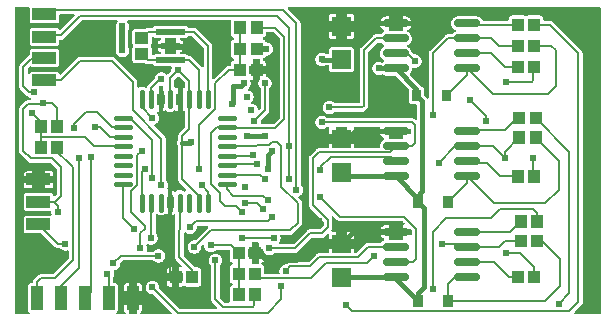
<source format=gbl>
G04 Layer: BottomLayer*
G04 EasyEDA v6.2.44, 2019-10-11T09:46:47+02:00*
G04 b694c453db3c4fbcb19a449f5af86211,674c0623d3a246009f606e19fc16e94a,10*
G04 Gerber Generator version 0.2*
G04 Scale: 100 percent, Rotated: No, Reflected: No *
G04 Dimensions in millimeters *
G04 leading zeros omitted , absolute positions ,3 integer and 3 decimal *
%FSLAX33Y33*%
%MOMM*%
G90*
G71D02*

%ADD11C,0.200000*%
%ADD12C,0.399999*%
%ADD13C,0.499999*%
%ADD17C,0.609600*%
%ADD18C,0.620014*%
%ADD28C,0.450012*%
%ADD29C,0.699999*%
%ADD33R,1.999996X0.999998*%
%ADD34R,0.999998X1.999996*%

%LPD*%
G36*
G01X49794Y26273D02*
G01X23497Y26273D01*
G01X23483Y26272D01*
G01X23469Y26269D01*
G01X23455Y26264D01*
G01X23442Y26257D01*
G01X23431Y26248D01*
G01X23420Y26238D01*
G01X23412Y26227D01*
G01X23405Y26214D01*
G01X23400Y26200D01*
G01X23397Y26186D01*
G01X23396Y26172D01*
G01X23397Y26156D01*
G01X23401Y26140D01*
G01X23407Y26126D01*
G01X23415Y26112D01*
G01X23425Y26100D01*
G01X24382Y25144D01*
G01X24401Y25123D01*
G01X24418Y25101D01*
G01X24434Y25078D01*
G01X24447Y25053D01*
G01X24459Y25028D01*
G01X24469Y25002D01*
G01X24476Y24975D01*
G01X24482Y24947D01*
G01X24485Y24919D01*
G01X24486Y24892D01*
G01X24486Y11281D01*
G01X24487Y11264D01*
G01X24491Y11248D01*
G01X24498Y11233D01*
G01X24507Y11219D01*
G01X24518Y11207D01*
G01X24543Y11182D01*
G01X24567Y11155D01*
G01X24588Y11127D01*
G01X24608Y11098D01*
G01X24626Y11067D01*
G01X24642Y11035D01*
G01X24656Y11003D01*
G01X24668Y10969D01*
G01X24678Y10935D01*
G01X24686Y10900D01*
G01X24692Y10865D01*
G01X24695Y10830D01*
G01X24696Y10794D01*
G01X24695Y10759D01*
G01X24692Y10724D01*
G01X24686Y10689D01*
G01X24678Y10655D01*
G01X24669Y10621D01*
G01X24657Y10587D01*
G01X24643Y10555D01*
G01X24627Y10523D01*
G01X24609Y10493D01*
G01X24589Y10463D01*
G01X24568Y10435D01*
G01X24545Y10409D01*
G01X24520Y10384D01*
G01X24493Y10360D01*
G01X24465Y10338D01*
G01X24436Y10318D01*
G01X24406Y10300D01*
G01X24375Y10284D01*
G01X24342Y10269D01*
G01X24329Y10263D01*
G01X24317Y10254D01*
G01X24306Y10244D01*
G01X24296Y10232D01*
G01X24289Y10219D01*
G01X24283Y10205D01*
G01X24280Y10190D01*
G01X24279Y10175D01*
G01X24280Y10159D01*
G01X24284Y10144D01*
G01X24290Y10129D01*
G01X24298Y10116D01*
G01X24309Y10103D01*
G01X24509Y9904D01*
G01X24528Y9883D01*
G01X24545Y9861D01*
G01X24561Y9838D01*
G01X24574Y9813D01*
G01X24586Y9788D01*
G01X24596Y9762D01*
G01X24603Y9735D01*
G01X24609Y9707D01*
G01X24612Y9679D01*
G01X24613Y9652D01*
G01X24613Y8000D01*
G01X24612Y7973D01*
G01X24609Y7945D01*
G01X24603Y7917D01*
G01X24596Y7890D01*
G01X24586Y7864D01*
G01X24574Y7839D01*
G01X24561Y7814D01*
G01X24545Y7791D01*
G01X24528Y7769D01*
G01X24509Y7748D01*
G01X23874Y7113D01*
G01X23853Y7094D01*
G01X23831Y7077D01*
G01X23808Y7061D01*
G01X23783Y7048D01*
G01X23758Y7036D01*
G01X23732Y7026D01*
G01X23705Y7019D01*
G01X23677Y7013D01*
G01X23649Y7010D01*
G01X23622Y7009D01*
G01X22863Y7009D01*
G01X22849Y7008D01*
G01X22835Y7005D01*
G01X22821Y7000D01*
G01X22808Y6993D01*
G01X22797Y6984D01*
G01X22787Y6974D01*
G01X22778Y6962D01*
G01X22771Y6950D01*
G01X22766Y6936D01*
G01X22763Y6922D01*
G01X22762Y6907D01*
G01X22765Y6880D01*
G01X22774Y6843D01*
G01X22781Y6806D01*
G01X22785Y6768D01*
G01X22785Y6730D01*
G01X22785Y6694D01*
G01X22781Y6658D01*
G01X22775Y6623D01*
G01X22767Y6588D01*
G01X22757Y6553D01*
G01X22745Y6519D01*
G01X22730Y6486D01*
G01X22713Y6454D01*
G01X22694Y6423D01*
G01X22674Y6394D01*
G01X22651Y6366D01*
G01X22643Y6354D01*
G01X22636Y6341D01*
G01X22631Y6328D01*
G01X22628Y6314D01*
G01X22627Y6300D01*
G01X22628Y6285D01*
G01X22631Y6271D01*
G01X22636Y6257D01*
G01X22643Y6245D01*
G01X22652Y6233D01*
G01X22662Y6223D01*
G01X22673Y6214D01*
G01X22686Y6207D01*
G01X22700Y6202D01*
G01X22714Y6199D01*
G01X22728Y6198D01*
G01X23813Y6198D01*
G01X23829Y6199D01*
G01X23844Y6203D01*
G01X23859Y6209D01*
G01X23872Y6217D01*
G01X23885Y6228D01*
G01X25020Y7364D01*
G01X25041Y7383D01*
G01X25063Y7400D01*
G01X25086Y7416D01*
G01X25111Y7429D01*
G01X25136Y7441D01*
G01X25162Y7451D01*
G01X25189Y7458D01*
G01X25217Y7464D01*
G01X25245Y7467D01*
G01X25273Y7468D01*
G01X26099Y7468D01*
G01X26115Y7469D01*
G01X26130Y7473D01*
G01X26145Y7479D01*
G01X26158Y7487D01*
G01X26171Y7498D01*
G01X26410Y7737D01*
G01X26421Y7750D01*
G01X26429Y7763D01*
G01X26435Y7778D01*
G01X26439Y7793D01*
G01X26440Y7809D01*
G01X26440Y8065D01*
G01X26439Y8081D01*
G01X26435Y8096D01*
G01X26429Y8111D01*
G01X26421Y8124D01*
G01X26410Y8137D01*
G01X25274Y9272D01*
G01X25255Y9293D01*
G01X25238Y9315D01*
G01X25222Y9338D01*
G01X25209Y9363D01*
G01X25197Y9388D01*
G01X25187Y9414D01*
G01X25180Y9441D01*
G01X25174Y9469D01*
G01X25171Y9497D01*
G01X25170Y9524D01*
G01X25170Y13462D01*
G01X25171Y13489D01*
G01X25174Y13517D01*
G01X25180Y13545D01*
G01X25187Y13572D01*
G01X25197Y13598D01*
G01X25209Y13623D01*
G01X25222Y13648D01*
G01X25238Y13671D01*
G01X25255Y13693D01*
G01X25274Y13714D01*
G01X25782Y14222D01*
G01X25803Y14241D01*
G01X25825Y14258D01*
G01X25848Y14274D01*
G01X25873Y14287D01*
G01X25898Y14299D01*
G01X25924Y14309D01*
G01X25951Y14316D01*
G01X25979Y14322D01*
G01X26007Y14325D01*
G01X26035Y14326D01*
G01X26781Y14326D01*
G01X26796Y14327D01*
G01X26810Y14330D01*
G01X26823Y14335D01*
G01X26836Y14342D01*
G01X26848Y14351D01*
G01X26858Y14361D01*
G01X26867Y14373D01*
G01X26874Y14385D01*
G01X26879Y14399D01*
G01X26882Y14413D01*
G01X26883Y14428D01*
G01X26883Y14649D01*
G01X27476Y14649D01*
G01X27476Y14428D01*
G01X27477Y14413D01*
G01X27480Y14399D01*
G01X27485Y14385D01*
G01X27492Y14373D01*
G01X27501Y14361D01*
G01X27511Y14351D01*
G01X27523Y14342D01*
G01X27535Y14335D01*
G01X27549Y14330D01*
G01X27563Y14327D01*
G01X27578Y14326D01*
G01X28301Y14326D01*
G01X28316Y14327D01*
G01X28330Y14330D01*
G01X28344Y14335D01*
G01X28356Y14342D01*
G01X28368Y14351D01*
G01X28378Y14361D01*
G01X28387Y14373D01*
G01X28394Y14385D01*
G01X28399Y14399D01*
G01X28402Y14413D01*
G01X28403Y14428D01*
G01X28403Y14649D01*
G01X28996Y14649D01*
G01X28996Y14428D01*
G01X28997Y14413D01*
G01X29000Y14399D01*
G01X29005Y14385D01*
G01X29012Y14373D01*
G01X29021Y14361D01*
G01X29031Y14351D01*
G01X29043Y14342D01*
G01X29056Y14335D01*
G01X29069Y14330D01*
G01X29083Y14327D01*
G01X29098Y14326D01*
G01X31081Y14326D01*
G01X31095Y14327D01*
G01X31109Y14330D01*
G01X31123Y14335D01*
G01X31135Y14342D01*
G01X31147Y14351D01*
G01X31157Y14361D01*
G01X31166Y14373D01*
G01X31173Y14385D01*
G01X31178Y14399D01*
G01X31181Y14413D01*
G01X31182Y14428D01*
G01X31182Y14435D01*
G01X31180Y14478D01*
G01X31181Y14513D01*
G01X31185Y14548D01*
G01X31190Y14583D01*
G01X31197Y14618D01*
G01X31206Y14653D01*
G01X31217Y14686D01*
G01X31231Y14719D01*
G01X31246Y14751D01*
G01X31263Y14782D01*
G01X31281Y14813D01*
G01X31302Y14842D01*
G01X31324Y14869D01*
G01X31348Y14896D01*
G01X31373Y14921D01*
G01X31400Y14944D01*
G01X31428Y14966D01*
G01X31457Y14986D01*
G01X31487Y15005D01*
G01X31518Y15021D01*
G01X31532Y15030D01*
G01X31545Y15040D01*
G01X31555Y15052D01*
G01X31564Y15066D01*
G01X31570Y15081D01*
G01X31574Y15096D01*
G01X31575Y15112D01*
G01X31575Y15113D01*
G01X31574Y15129D01*
G01X31570Y15144D01*
G01X31564Y15159D01*
G01X31555Y15173D01*
G01X31545Y15185D01*
G01X31532Y15195D01*
G01X31518Y15204D01*
G01X31487Y15220D01*
G01X31456Y15239D01*
G01X31427Y15259D01*
G01X31399Y15281D01*
G01X31372Y15305D01*
G01X31347Y15330D01*
G01X31323Y15357D01*
G01X31300Y15385D01*
G01X31280Y15415D01*
G01X31261Y15445D01*
G01X31244Y15477D01*
G01X31229Y15509D01*
G01X31932Y15509D01*
G01X31932Y15186D01*
G01X31933Y15171D01*
G01X31936Y15157D01*
G01X31941Y15143D01*
G01X31948Y15131D01*
G01X31957Y15119D01*
G01X31967Y15109D01*
G01X31979Y15100D01*
G01X31991Y15093D01*
G01X32005Y15088D01*
G01X32019Y15085D01*
G01X32034Y15084D01*
G01X33040Y15084D01*
G01X33055Y15085D01*
G01X33069Y15088D01*
G01X33082Y15093D01*
G01X33095Y15100D01*
G01X33107Y15109D01*
G01X33117Y15119D01*
G01X33126Y15131D01*
G01X33133Y15143D01*
G01X33138Y15157D01*
G01X33141Y15171D01*
G01X33142Y15186D01*
G01X33142Y15509D01*
G01X33704Y15509D01*
G01X33719Y15510D01*
G01X33733Y15513D01*
G01X33747Y15518D01*
G01X33759Y15525D01*
G01X33771Y15534D01*
G01X33781Y15544D01*
G01X33790Y15556D01*
G01X33797Y15568D01*
G01X33802Y15582D01*
G01X33805Y15596D01*
G01X33806Y15611D01*
G01X33806Y15884D01*
G01X33805Y15899D01*
G01X33802Y15913D01*
G01X33797Y15927D01*
G01X33790Y15939D01*
G01X33781Y15951D01*
G01X33771Y15961D01*
G01X33759Y15970D01*
G01X33747Y15977D01*
G01X33733Y15982D01*
G01X33719Y15985D01*
G01X33704Y15986D01*
G01X33142Y15986D01*
G01X33142Y16051D01*
G01X33141Y16066D01*
G01X33138Y16080D01*
G01X33133Y16094D01*
G01X33126Y16106D01*
G01X33117Y16118D01*
G01X33107Y16128D01*
G01X33095Y16137D01*
G01X33082Y16144D01*
G01X33069Y16149D01*
G01X33055Y16152D01*
G01X33040Y16153D01*
G01X32034Y16153D01*
G01X32019Y16152D01*
G01X32005Y16149D01*
G01X31991Y16144D01*
G01X31979Y16137D01*
G01X31967Y16128D01*
G01X31957Y16118D01*
G01X31948Y16106D01*
G01X31941Y16094D01*
G01X31936Y16080D01*
G01X31933Y16066D01*
G01X31932Y16051D01*
G01X31932Y15986D01*
G01X31229Y15986D01*
G01X31239Y16008D01*
G01X31244Y16022D01*
G01X31248Y16036D01*
G01X31249Y16051D01*
G01X31248Y16066D01*
G01X31245Y16080D01*
G01X31240Y16094D01*
G01X31233Y16106D01*
G01X31224Y16118D01*
G01X31214Y16128D01*
G01X31202Y16137D01*
G01X31189Y16144D01*
G01X31176Y16149D01*
G01X31162Y16152D01*
G01X31147Y16153D01*
G01X29070Y16153D01*
G01X29055Y16152D01*
G01X29041Y16149D01*
G01X29028Y16144D01*
G01X29015Y16137D01*
G01X29003Y16128D01*
G01X28993Y16118D01*
G01X28984Y16106D01*
G01X28977Y16094D01*
G01X28972Y16080D01*
G01X28969Y16066D01*
G01X28968Y16051D01*
G01X28970Y16031D01*
G01X28976Y16012D01*
G01X28985Y15988D01*
G01X28991Y15963D01*
G01X28995Y15938D01*
G01X28996Y15913D01*
G01X28996Y15576D01*
G01X28403Y15576D01*
G01X28403Y16051D01*
G01X28402Y16066D01*
G01X28399Y16080D01*
G01X28394Y16094D01*
G01X28387Y16106D01*
G01X28378Y16118D01*
G01X28368Y16128D01*
G01X28356Y16137D01*
G01X28344Y16144D01*
G01X28330Y16149D01*
G01X28316Y16152D01*
G01X28301Y16153D01*
G01X27578Y16153D01*
G01X27563Y16152D01*
G01X27549Y16149D01*
G01X27535Y16144D01*
G01X27523Y16137D01*
G01X27511Y16128D01*
G01X27501Y16118D01*
G01X27492Y16106D01*
G01X27485Y16094D01*
G01X27480Y16080D01*
G01X27477Y16066D01*
G01X27476Y16051D01*
G01X27476Y15576D01*
G01X26883Y15576D01*
G01X26883Y15913D01*
G01X26884Y15938D01*
G01X26888Y15963D01*
G01X26894Y15988D01*
G01X26903Y16012D01*
G01X26909Y16031D01*
G01X26911Y16051D01*
G01X26910Y16066D01*
G01X26907Y16080D01*
G01X26902Y16094D01*
G01X26895Y16106D01*
G01X26886Y16118D01*
G01X26876Y16128D01*
G01X26864Y16137D01*
G01X26851Y16144D01*
G01X26838Y16149D01*
G01X26824Y16152D01*
G01X26809Y16153D01*
G01X26768Y16153D01*
G01X26751Y16152D01*
G01X26735Y16148D01*
G01X26720Y16141D01*
G01X26706Y16132D01*
G01X26694Y16122D01*
G01X26669Y16097D01*
G01X26643Y16074D01*
G01X26615Y16053D01*
G01X26586Y16034D01*
G01X26556Y16016D01*
G01X26525Y16000D01*
G01X26493Y15987D01*
G01X26460Y15975D01*
G01X26427Y15965D01*
G01X26393Y15958D01*
G01X26358Y15952D01*
G01X26323Y15949D01*
G01X26289Y15948D01*
G01X26255Y15949D01*
G01X26221Y15952D01*
G01X26187Y15957D01*
G01X26154Y15964D01*
G01X26121Y15974D01*
G01X26089Y15985D01*
G01X26058Y15998D01*
G01X26028Y16012D01*
G01X25998Y16029D01*
G01X25970Y16048D01*
G01X25942Y16068D01*
G01X25916Y16089D01*
G01X25868Y16137D01*
G01X25847Y16163D01*
G01X25827Y16191D01*
G01X25808Y16219D01*
G01X25791Y16249D01*
G01X25777Y16279D01*
G01X25764Y16310D01*
G01X25753Y16342D01*
G01X25743Y16375D01*
G01X25736Y16408D01*
G01X25731Y16442D01*
G01X25728Y16476D01*
G01X25727Y16510D01*
G01X25728Y16543D01*
G01X25731Y16577D01*
G01X25736Y16611D01*
G01X25743Y16644D01*
G01X25753Y16677D01*
G01X25764Y16709D01*
G01X25777Y16740D01*
G01X25791Y16770D01*
G01X25808Y16800D01*
G01X25827Y16828D01*
G01X25847Y16856D01*
G01X25868Y16882D01*
G01X25916Y16930D01*
G01X25942Y16951D01*
G01X25970Y16971D01*
G01X25998Y16990D01*
G01X26028Y17007D01*
G01X26058Y17021D01*
G01X26089Y17034D01*
G01X26121Y17045D01*
G01X26154Y17055D01*
G01X26187Y17062D01*
G01X26221Y17067D01*
G01X26255Y17070D01*
G01X26289Y17071D01*
G01X26323Y17070D01*
G01X26358Y17067D01*
G01X26393Y17061D01*
G01X26427Y17054D01*
G01X26460Y17044D01*
G01X26493Y17032D01*
G01X26525Y17019D01*
G01X26556Y17003D01*
G01X26586Y16985D01*
G01X26615Y16966D01*
G01X26643Y16945D01*
G01X26669Y16922D01*
G01X26694Y16897D01*
G01X26706Y16887D01*
G01X26720Y16878D01*
G01X26735Y16871D01*
G01X26751Y16867D01*
G01X26768Y16866D01*
G01X33909Y16866D01*
G01X33936Y16865D01*
G01X33964Y16862D01*
G01X33992Y16856D01*
G01X34019Y16849D01*
G01X34045Y16839D01*
G01X34070Y16827D01*
G01X34095Y16814D01*
G01X34118Y16798D01*
G01X34140Y16781D01*
G01X34161Y16762D01*
G01X34168Y16755D01*
G01X34180Y16744D01*
G01X34193Y16736D01*
G01X34208Y16730D01*
G01X34223Y16726D01*
G01X34239Y16725D01*
G01X34254Y16726D01*
G01X34268Y16729D01*
G01X34282Y16734D01*
G01X34294Y16741D01*
G01X34306Y16750D01*
G01X34316Y16760D01*
G01X34325Y16772D01*
G01X34332Y16784D01*
G01X34337Y16798D01*
G01X34340Y16812D01*
G01X34341Y16827D01*
G01X34341Y17937D01*
G01X34340Y17952D01*
G01X34337Y17966D01*
G01X34332Y17979D01*
G01X34325Y17992D01*
G01X34316Y18004D01*
G01X34306Y18014D01*
G01X34294Y18023D01*
G01X34282Y18030D01*
G01X34268Y18035D01*
G01X34254Y18038D01*
G01X34239Y18039D01*
G01X33889Y18039D01*
G01X33866Y18040D01*
G01X33842Y18043D01*
G01X33819Y18049D01*
G01X33797Y18056D01*
G01X33775Y18066D01*
G01X33754Y18077D01*
G01X33735Y18091D01*
G01X33717Y18106D01*
G01X33700Y18123D01*
G01X33685Y18141D01*
G01X33671Y18160D01*
G01X33660Y18181D01*
G01X33650Y18203D01*
G01X33643Y18225D01*
G01X33637Y18248D01*
G01X33634Y18272D01*
G01X33633Y18295D01*
G01X33633Y19298D01*
G01X33632Y19314D01*
G01X33628Y19329D01*
G01X33622Y19344D01*
G01X33614Y19357D01*
G01X33603Y19370D01*
G01X32528Y20445D01*
G01X32515Y20456D01*
G01X32502Y20464D01*
G01X32487Y20470D01*
G01X32472Y20474D01*
G01X32456Y20475D01*
G01X31787Y20475D01*
G01X31749Y20476D01*
G01X31710Y20480D01*
G01X31672Y20486D01*
G01X31635Y20494D01*
G01X31598Y20505D01*
G01X31562Y20518D01*
G01X31527Y20534D01*
G01X31492Y20551D01*
G01X31459Y20571D01*
G01X31447Y20578D01*
G01X31433Y20583D01*
G01X31419Y20586D01*
G01X31405Y20587D01*
G01X31389Y20586D01*
G01X31374Y20582D01*
G01X31360Y20577D01*
G01X31327Y20562D01*
G01X31293Y20549D01*
G01X31258Y20539D01*
G01X31223Y20531D01*
G01X31187Y20525D01*
G01X31151Y20521D01*
G01X31115Y20520D01*
G01X31081Y20521D01*
G01X31047Y20524D01*
G01X31013Y20529D01*
G01X30980Y20536D01*
G01X30947Y20546D01*
G01X30915Y20557D01*
G01X30884Y20570D01*
G01X30854Y20584D01*
G01X30824Y20601D01*
G01X30796Y20620D01*
G01X30768Y20640D01*
G01X30742Y20661D01*
G01X30694Y20709D01*
G01X30673Y20735D01*
G01X30653Y20763D01*
G01X30634Y20791D01*
G01X30617Y20821D01*
G01X30603Y20851D01*
G01X30590Y20882D01*
G01X30579Y20914D01*
G01X30569Y20947D01*
G01X30562Y20980D01*
G01X30557Y21014D01*
G01X30554Y21048D01*
G01X30553Y21082D01*
G01X30554Y21115D01*
G01X30557Y21149D01*
G01X30562Y21183D01*
G01X30569Y21216D01*
G01X30579Y21249D01*
G01X30590Y21281D01*
G01X30603Y21312D01*
G01X30617Y21342D01*
G01X30634Y21372D01*
G01X30653Y21400D01*
G01X30673Y21428D01*
G01X30694Y21454D01*
G01X30742Y21502D01*
G01X30768Y21523D01*
G01X30796Y21543D01*
G01X30824Y21562D01*
G01X30854Y21579D01*
G01X30884Y21593D01*
G01X30915Y21606D01*
G01X30947Y21617D01*
G01X30980Y21627D01*
G01X31013Y21634D01*
G01X31047Y21639D01*
G01X31081Y21642D01*
G01X31115Y21643D01*
G01X31151Y21642D01*
G01X31187Y21638D01*
G01X31223Y21632D01*
G01X31258Y21624D01*
G01X31293Y21614D01*
G01X31327Y21601D01*
G01X31360Y21586D01*
G01X31374Y21581D01*
G01X31389Y21577D01*
G01X31405Y21576D01*
G01X31419Y21577D01*
G01X31433Y21580D01*
G01X31447Y21585D01*
G01X31459Y21592D01*
G01X31518Y21625D01*
G01X31532Y21634D01*
G01X31545Y21644D01*
G01X31555Y21656D01*
G01X31564Y21670D01*
G01X31570Y21685D01*
G01X31574Y21700D01*
G01X31575Y21716D01*
G01X31575Y21717D01*
G01X31574Y21733D01*
G01X31570Y21748D01*
G01X31564Y21763D01*
G01X31555Y21777D01*
G01X31545Y21789D01*
G01X31532Y21799D01*
G01X31518Y21808D01*
G01X31487Y21824D01*
G01X31457Y21843D01*
G01X31428Y21863D01*
G01X31400Y21885D01*
G01X31373Y21908D01*
G01X31348Y21933D01*
G01X31324Y21960D01*
G01X31302Y21987D01*
G01X31281Y22016D01*
G01X31263Y22047D01*
G01X31246Y22078D01*
G01X31231Y22110D01*
G01X31217Y22143D01*
G01X31206Y22176D01*
G01X31197Y22211D01*
G01X31190Y22246D01*
G01X31185Y22281D01*
G01X31181Y22316D01*
G01X31180Y22352D01*
G01X31181Y22387D01*
G01X31185Y22422D01*
G01X31190Y22457D01*
G01X31197Y22492D01*
G01X31206Y22527D01*
G01X31217Y22560D01*
G01X31231Y22593D01*
G01X31246Y22625D01*
G01X31263Y22656D01*
G01X31281Y22687D01*
G01X31302Y22716D01*
G01X31324Y22743D01*
G01X31348Y22770D01*
G01X31373Y22795D01*
G01X31400Y22818D01*
G01X31428Y22840D01*
G01X31457Y22860D01*
G01X31487Y22879D01*
G01X31518Y22895D01*
G01X31532Y22904D01*
G01X31545Y22914D01*
G01X31555Y22926D01*
G01X31564Y22940D01*
G01X31570Y22955D01*
G01X31574Y22970D01*
G01X31575Y22986D01*
G01X31575Y22987D01*
G01X31574Y23003D01*
G01X31570Y23018D01*
G01X31564Y23033D01*
G01X31555Y23047D01*
G01X31545Y23059D01*
G01X31532Y23069D01*
G01X31518Y23078D01*
G01X31487Y23094D01*
G01X31457Y23113D01*
G01X31428Y23133D01*
G01X31400Y23155D01*
G01X31373Y23178D01*
G01X31348Y23203D01*
G01X31324Y23229D01*
G01X31314Y23240D01*
G01X31290Y23256D01*
G01X31276Y23261D01*
G01X31262Y23264D01*
G01X31247Y23265D01*
G01X31050Y23265D01*
G01X31034Y23264D01*
G01X31019Y23260D01*
G01X31004Y23254D01*
G01X30991Y23246D01*
G01X30978Y23235D01*
G01X30231Y22488D01*
G01X30220Y22475D01*
G01X30212Y22462D01*
G01X30206Y22447D01*
G01X30202Y22432D01*
G01X30201Y22416D01*
G01X30201Y17906D01*
G01X30200Y17879D01*
G01X30197Y17851D01*
G01X30191Y17823D01*
G01X30184Y17796D01*
G01X30174Y17770D01*
G01X30162Y17745D01*
G01X30149Y17720D01*
G01X30133Y17697D01*
G01X30116Y17675D01*
G01X30097Y17654D01*
G01X29970Y17527D01*
G01X29949Y17508D01*
G01X29927Y17491D01*
G01X29904Y17475D01*
G01X29879Y17462D01*
G01X29854Y17450D01*
G01X29828Y17440D01*
G01X29801Y17433D01*
G01X29773Y17427D01*
G01X29745Y17424D01*
G01X29718Y17423D01*
G01X27403Y17423D01*
G01X27386Y17422D01*
G01X27370Y17418D01*
G01X27355Y17411D01*
G01X27341Y17402D01*
G01X27329Y17392D01*
G01X27304Y17367D01*
G01X27278Y17344D01*
G01X27250Y17323D01*
G01X27221Y17304D01*
G01X27191Y17286D01*
G01X27160Y17270D01*
G01X27128Y17257D01*
G01X27095Y17245D01*
G01X27062Y17235D01*
G01X27028Y17228D01*
G01X26993Y17222D01*
G01X26958Y17219D01*
G01X26924Y17218D01*
G01X26890Y17219D01*
G01X26856Y17222D01*
G01X26822Y17227D01*
G01X26789Y17234D01*
G01X26756Y17244D01*
G01X26724Y17255D01*
G01X26693Y17268D01*
G01X26663Y17282D01*
G01X26633Y17299D01*
G01X26605Y17318D01*
G01X26577Y17338D01*
G01X26551Y17359D01*
G01X26503Y17407D01*
G01X26482Y17433D01*
G01X26462Y17461D01*
G01X26443Y17489D01*
G01X26426Y17519D01*
G01X26412Y17549D01*
G01X26399Y17580D01*
G01X26388Y17612D01*
G01X26378Y17645D01*
G01X26371Y17678D01*
G01X26366Y17712D01*
G01X26363Y17746D01*
G01X26362Y17780D01*
G01X26363Y17813D01*
G01X26366Y17847D01*
G01X26371Y17881D01*
G01X26378Y17914D01*
G01X26388Y17947D01*
G01X26399Y17979D01*
G01X26412Y18010D01*
G01X26426Y18040D01*
G01X26443Y18070D01*
G01X26462Y18098D01*
G01X26482Y18126D01*
G01X26503Y18152D01*
G01X26551Y18200D01*
G01X26577Y18221D01*
G01X26605Y18241D01*
G01X26633Y18260D01*
G01X26663Y18277D01*
G01X26693Y18291D01*
G01X26724Y18304D01*
G01X26756Y18315D01*
G01X26789Y18325D01*
G01X26822Y18332D01*
G01X26856Y18337D01*
G01X26890Y18340D01*
G01X26924Y18341D01*
G01X26958Y18340D01*
G01X26993Y18337D01*
G01X27028Y18331D01*
G01X27062Y18324D01*
G01X27095Y18314D01*
G01X27128Y18302D01*
G01X27160Y18289D01*
G01X27191Y18273D01*
G01X27221Y18255D01*
G01X27250Y18236D01*
G01X27278Y18215D01*
G01X27304Y18192D01*
G01X27329Y18167D01*
G01X27341Y18157D01*
G01X27355Y18148D01*
G01X27370Y18141D01*
G01X27386Y18137D01*
G01X27403Y18136D01*
G01X29386Y18136D01*
G01X29401Y18137D01*
G01X29415Y18140D01*
G01X29429Y18145D01*
G01X29441Y18152D01*
G01X29453Y18161D01*
G01X29463Y18171D01*
G01X29472Y18183D01*
G01X29479Y18195D01*
G01X29484Y18209D01*
G01X29487Y18223D01*
G01X29488Y18238D01*
G01X29488Y22606D01*
G01X29489Y22633D01*
G01X29492Y22661D01*
G01X29498Y22689D01*
G01X29505Y22716D01*
G01X29515Y22742D01*
G01X29527Y22767D01*
G01X29540Y22792D01*
G01X29556Y22815D01*
G01X29573Y22837D01*
G01X29592Y22858D01*
G01X30608Y23874D01*
G01X30629Y23893D01*
G01X30651Y23910D01*
G01X30674Y23926D01*
G01X30699Y23939D01*
G01X30724Y23951D01*
G01X30750Y23961D01*
G01X30777Y23968D01*
G01X30805Y23974D01*
G01X30833Y23977D01*
G01X30861Y23978D01*
G01X31247Y23978D01*
G01X31262Y23979D01*
G01X31276Y23982D01*
G01X31290Y23987D01*
G01X31314Y24003D01*
G01X31324Y24014D01*
G01X31348Y24040D01*
G01X31373Y24065D01*
G01X31400Y24088D01*
G01X31428Y24110D01*
G01X31457Y24130D01*
G01X31487Y24149D01*
G01X31518Y24165D01*
G01X31532Y24174D01*
G01X31545Y24184D01*
G01X31555Y24196D01*
G01X31564Y24210D01*
G01X31570Y24225D01*
G01X31574Y24240D01*
G01X31575Y24256D01*
G01X31575Y24257D01*
G01X31574Y24273D01*
G01X31570Y24288D01*
G01X31564Y24303D01*
G01X31555Y24317D01*
G01X31545Y24329D01*
G01X31532Y24339D01*
G01X31518Y24348D01*
G01X31487Y24364D01*
G01X31456Y24383D01*
G01X31427Y24403D01*
G01X31399Y24425D01*
G01X31372Y24449D01*
G01X31347Y24474D01*
G01X31323Y24501D01*
G01X31300Y24529D01*
G01X31280Y24559D01*
G01X31261Y24589D01*
G01X31244Y24621D01*
G01X31229Y24653D01*
G01X31932Y24653D01*
G01X31932Y24330D01*
G01X31933Y24315D01*
G01X31936Y24301D01*
G01X31941Y24287D01*
G01X31948Y24275D01*
G01X31957Y24263D01*
G01X31967Y24253D01*
G01X31979Y24244D01*
G01X31991Y24237D01*
G01X32005Y24232D01*
G01X32019Y24229D01*
G01X32034Y24228D01*
G01X33040Y24228D01*
G01X33055Y24229D01*
G01X33069Y24232D01*
G01X33082Y24237D01*
G01X33095Y24244D01*
G01X33107Y24253D01*
G01X33117Y24263D01*
G01X33126Y24275D01*
G01X33133Y24287D01*
G01X33138Y24301D01*
G01X33141Y24315D01*
G01X33142Y24330D01*
G01X33142Y24653D01*
G01X33845Y24653D01*
G01X33830Y24621D01*
G01X33813Y24589D01*
G01X33794Y24559D01*
G01X33773Y24529D01*
G01X33751Y24501D01*
G01X33727Y24474D01*
G01X33702Y24449D01*
G01X33675Y24425D01*
G01X33647Y24403D01*
G01X33618Y24383D01*
G01X33587Y24364D01*
G01X33555Y24348D01*
G01X33542Y24339D01*
G01X33529Y24329D01*
G01X33519Y24317D01*
G01X33510Y24303D01*
G01X33504Y24288D01*
G01X33500Y24273D01*
G01X33499Y24257D01*
G01X33500Y24240D01*
G01X33504Y24225D01*
G01X33510Y24210D01*
G01X33519Y24196D01*
G01X33529Y24184D01*
G01X33542Y24174D01*
G01X33555Y24165D01*
G01X33587Y24149D01*
G01X33617Y24130D01*
G01X33646Y24110D01*
G01X33674Y24088D01*
G01X33701Y24065D01*
G01X33726Y24040D01*
G01X33750Y24013D01*
G01X33772Y23986D01*
G01X33792Y23957D01*
G01X33811Y23926D01*
G01X33828Y23895D01*
G01X33843Y23863D01*
G01X33856Y23830D01*
G01X33868Y23797D01*
G01X33877Y23762D01*
G01X33884Y23727D01*
G01X33889Y23692D01*
G01X33892Y23657D01*
G01X33892Y23621D01*
G01X33892Y23586D01*
G01X33889Y23551D01*
G01X33884Y23516D01*
G01X33877Y23481D01*
G01X33868Y23446D01*
G01X33856Y23413D01*
G01X33843Y23380D01*
G01X33828Y23348D01*
G01X33811Y23317D01*
G01X33792Y23286D01*
G01X33772Y23257D01*
G01X33750Y23230D01*
G01X33726Y23203D01*
G01X33701Y23178D01*
G01X33674Y23155D01*
G01X33646Y23133D01*
G01X33617Y23113D01*
G01X33587Y23094D01*
G01X33555Y23078D01*
G01X33542Y23069D01*
G01X33529Y23059D01*
G01X33519Y23047D01*
G01X33510Y23033D01*
G01X33504Y23018D01*
G01X33500Y23003D01*
G01X33499Y22987D01*
G01X33500Y22970D01*
G01X33504Y22955D01*
G01X33510Y22940D01*
G01X33519Y22926D01*
G01X33529Y22914D01*
G01X33542Y22904D01*
G01X33555Y22895D01*
G01X33589Y22878D01*
G01X33621Y22858D01*
G01X33651Y22836D01*
G01X33681Y22813D01*
G01X33709Y22787D01*
G01X33735Y22761D01*
G01X33759Y22732D01*
G01X33782Y22702D01*
G01X33803Y22671D01*
G01X33822Y22638D01*
G01X33838Y22604D01*
G01X33853Y22570D01*
G01X33865Y22534D01*
G01X33871Y22519D01*
G01X33880Y22505D01*
G01X33890Y22493D01*
G01X34076Y22307D01*
G01X34088Y22297D01*
G01X34102Y22289D01*
G01X34116Y22283D01*
G01X34132Y22279D01*
G01X34148Y22278D01*
G01X34163Y22278D01*
G01X34196Y22277D01*
G01X34230Y22274D01*
G01X34264Y22269D01*
G01X34297Y22262D01*
G01X34330Y22252D01*
G01X34362Y22241D01*
G01X34393Y22228D01*
G01X34423Y22214D01*
G01X34453Y22197D01*
G01X34481Y22178D01*
G01X34509Y22158D01*
G01X34535Y22137D01*
G01X34583Y22089D01*
G01X34604Y22063D01*
G01X34624Y22035D01*
G01X34643Y22007D01*
G01X34660Y21977D01*
G01X34674Y21947D01*
G01X34687Y21916D01*
G01X34698Y21884D01*
G01X34708Y21851D01*
G01X34715Y21818D01*
G01X34720Y21784D01*
G01X34723Y21750D01*
G01X34724Y21717D01*
G01X34723Y21683D01*
G01X34720Y21649D01*
G01X34715Y21615D01*
G01X34708Y21582D01*
G01X34698Y21549D01*
G01X34687Y21517D01*
G01X34674Y21486D01*
G01X34660Y21456D01*
G01X34643Y21426D01*
G01X34624Y21398D01*
G01X34604Y21370D01*
G01X34583Y21344D01*
G01X34535Y21296D01*
G01X34509Y21275D01*
G01X34481Y21255D01*
G01X34453Y21236D01*
G01X34423Y21219D01*
G01X34393Y21205D01*
G01X34362Y21192D01*
G01X34330Y21181D01*
G01X34297Y21171D01*
G01X34264Y21164D01*
G01X34230Y21159D01*
G01X34196Y21156D01*
G01X34163Y21155D01*
G01X34127Y21156D01*
G01X34091Y21160D01*
G01X34056Y21165D01*
G01X34021Y21173D01*
G01X33995Y21177D01*
G01X33981Y21176D01*
G01X33967Y21173D01*
G01X33953Y21168D01*
G01X33940Y21161D01*
G01X33929Y21152D01*
G01X33919Y21142D01*
G01X33910Y21130D01*
G01X33903Y21118D01*
G01X33898Y21104D01*
G01X33895Y21090D01*
G01X33893Y21076D01*
G01X33892Y21039D01*
G01X33888Y21002D01*
G01X33882Y20965D01*
G01X33874Y20929D01*
G01X33863Y20893D01*
G01X33851Y20858D01*
G01X33836Y20824D01*
G01X33819Y20790D01*
G01X33800Y20758D01*
G01X33779Y20727D01*
G01X33757Y20698D01*
G01X33732Y20670D01*
G01X33723Y20658D01*
G01X33715Y20645D01*
G01X33710Y20631D01*
G01X33706Y20616D01*
G01X33705Y20601D01*
G01X33707Y20585D01*
G01X33710Y20569D01*
G01X33716Y20555D01*
G01X33725Y20541D01*
G01X33735Y20529D01*
G01X34612Y19652D01*
G01X34639Y19622D01*
G01X34664Y19591D01*
G01X34674Y19578D01*
G01X34686Y19567D01*
G01X34700Y19559D01*
G01X34715Y19552D01*
G01X34731Y19549D01*
G01X34754Y19544D01*
G01X34777Y19536D01*
G01X34799Y19527D01*
G01X34821Y19516D01*
G01X34841Y19503D01*
G01X34860Y19487D01*
G01X34877Y19471D01*
G01X34893Y19452D01*
G01X34906Y19433D01*
G01X34918Y19412D01*
G01X34928Y19390D01*
G01X34936Y19367D01*
G01X34942Y19343D01*
G01X34945Y19319D01*
G01X34946Y19295D01*
G01X34946Y18827D01*
G01X34947Y18811D01*
G01X34951Y18795D01*
G01X34957Y18781D01*
G01X34965Y18767D01*
G01X34976Y18755D01*
G01X35120Y18610D01*
G01X35150Y18578D01*
G01X35160Y18567D01*
G01X35172Y18558D01*
G01X35185Y18550D01*
G01X35199Y18545D01*
G01X35213Y18542D01*
G01X35228Y18541D01*
G01X35243Y18542D01*
G01X35257Y18545D01*
G01X35271Y18550D01*
G01X35283Y18557D01*
G01X35295Y18566D01*
G01X35305Y18576D01*
G01X35314Y18587D01*
G01X35321Y18600D01*
G01X35326Y18614D01*
G01X35329Y18628D01*
G01X35330Y18642D01*
G01X35330Y22352D01*
G01X35331Y22379D01*
G01X35334Y22407D01*
G01X35340Y22435D01*
G01X35347Y22462D01*
G01X35357Y22488D01*
G01X35369Y22513D01*
G01X35382Y22538D01*
G01X35398Y22561D01*
G01X35415Y22583D01*
G01X35434Y22604D01*
G01X36704Y23874D01*
G01X36725Y23893D01*
G01X36747Y23910D01*
G01X36770Y23926D01*
G01X36795Y23939D01*
G01X36820Y23951D01*
G01X36846Y23961D01*
G01X36873Y23968D01*
G01X36901Y23974D01*
G01X36929Y23977D01*
G01X36957Y23978D01*
G01X37292Y23978D01*
G01X37307Y23979D01*
G01X37321Y23982D01*
G01X37335Y23987D01*
G01X37348Y23995D01*
G01X37359Y24003D01*
G01X37370Y24014D01*
G01X37393Y24040D01*
G01X37418Y24065D01*
G01X37445Y24088D01*
G01X37473Y24110D01*
G01X37502Y24130D01*
G01X37532Y24149D01*
G01X37564Y24165D01*
G01X37577Y24174D01*
G01X37590Y24184D01*
G01X37600Y24196D01*
G01X37609Y24210D01*
G01X37615Y24225D01*
G01X37619Y24240D01*
G01X37620Y24256D01*
G01X37620Y24257D01*
G01X37619Y24273D01*
G01X37615Y24288D01*
G01X37609Y24303D01*
G01X37600Y24317D01*
G01X37590Y24329D01*
G01X37577Y24339D01*
G01X37564Y24348D01*
G01X37532Y24364D01*
G01X37502Y24383D01*
G01X37473Y24403D01*
G01X37445Y24425D01*
G01X37418Y24448D01*
G01X37393Y24473D01*
G01X37369Y24500D01*
G01X37347Y24527D01*
G01X37327Y24556D01*
G01X37308Y24587D01*
G01X37291Y24618D01*
G01X37276Y24650D01*
G01X37263Y24683D01*
G01X37251Y24716D01*
G01X37242Y24751D01*
G01X37235Y24786D01*
G01X37230Y24821D01*
G01X37227Y24856D01*
G01X37226Y24892D01*
G01X37227Y24927D01*
G01X37230Y24962D01*
G01X37235Y24997D01*
G01X37242Y25031D01*
G01X37251Y25065D01*
G01X37262Y25099D01*
G01X37275Y25132D01*
G01X37290Y25164D01*
G01X37307Y25195D01*
G01X37325Y25225D01*
G01X37346Y25254D01*
G01X37367Y25281D01*
G01X37391Y25308D01*
G01X37416Y25333D01*
G01X37442Y25356D01*
G01X37470Y25378D01*
G01X37499Y25398D01*
G01X37529Y25417D01*
G01X37560Y25434D01*
G01X37592Y25448D01*
G01X37625Y25461D01*
G01X37658Y25473D01*
G01X37692Y25482D01*
G01X37727Y25489D01*
G01X37762Y25494D01*
G01X37797Y25497D01*
G01X37832Y25498D01*
G01X39332Y25498D01*
G01X39369Y25497D01*
G01X39405Y25494D01*
G01X39441Y25488D01*
G01X39477Y25481D01*
G01X39512Y25471D01*
G01X39547Y25459D01*
G01X39580Y25445D01*
G01X39613Y25429D01*
G01X39645Y25411D01*
G01X39676Y25391D01*
G01X39705Y25370D01*
G01X39733Y25346D01*
G01X39760Y25321D01*
G01X39785Y25295D01*
G01X39809Y25267D01*
G01X39830Y25238D01*
G01X39850Y25207D01*
G01X39868Y25175D01*
G01X39877Y25162D01*
G01X39887Y25150D01*
G01X39899Y25140D01*
G01X39913Y25132D01*
G01X39927Y25126D01*
G01X39942Y25122D01*
G01X39958Y25121D01*
G01X42002Y25121D01*
G01X42017Y25122D01*
G01X42031Y25125D01*
G01X42045Y25130D01*
G01X42057Y25137D01*
G01X42069Y25146D01*
G01X42079Y25156D01*
G01X42088Y25168D01*
G01X42095Y25180D01*
G01X42100Y25194D01*
G01X42103Y25208D01*
G01X42104Y25223D01*
G01X42104Y25314D01*
G01X42105Y25338D01*
G01X42108Y25362D01*
G01X42114Y25385D01*
G01X42121Y25407D01*
G01X42131Y25429D01*
G01X42142Y25450D01*
G01X42156Y25469D01*
G01X42171Y25487D01*
G01X42188Y25504D01*
G01X42206Y25519D01*
G01X42226Y25533D01*
G01X42246Y25544D01*
G01X42268Y25554D01*
G01X42290Y25561D01*
G01X42313Y25567D01*
G01X42337Y25570D01*
G01X42361Y25571D01*
G01X43361Y25571D01*
G01X43386Y25570D01*
G01X43411Y25566D01*
G01X43435Y25560D01*
G01X43459Y25551D01*
G01X43482Y25540D01*
G01X43504Y25527D01*
G01X43517Y25520D01*
G01X43531Y25514D01*
G01X43546Y25511D01*
G01X43561Y25510D01*
G01X43576Y25511D01*
G01X43590Y25514D01*
G01X43604Y25520D01*
G01X43617Y25527D01*
G01X43639Y25540D01*
G01X43662Y25551D01*
G01X43686Y25560D01*
G01X43710Y25566D01*
G01X43735Y25570D01*
G01X43761Y25571D01*
G01X44761Y25571D01*
G01X44784Y25570D01*
G01X44808Y25567D01*
G01X44831Y25561D01*
G01X44853Y25554D01*
G01X44875Y25544D01*
G01X44896Y25533D01*
G01X44915Y25519D01*
G01X44933Y25504D01*
G01X44950Y25487D01*
G01X44965Y25469D01*
G01X44979Y25450D01*
G01X44990Y25429D01*
G01X45000Y25407D01*
G01X45007Y25385D01*
G01X45013Y25362D01*
G01X45016Y25338D01*
G01X45017Y25314D01*
G01X45017Y25223D01*
G01X45018Y25208D01*
G01X45021Y25194D01*
G01X45026Y25180D01*
G01X45033Y25168D01*
G01X45042Y25156D01*
G01X45052Y25146D01*
G01X45064Y25137D01*
G01X45077Y25130D01*
G01X45090Y25125D01*
G01X45104Y25122D01*
G01X45119Y25121D01*
G01X45593Y25121D01*
G01X45620Y25120D01*
G01X45648Y25117D01*
G01X45676Y25111D01*
G01X45703Y25104D01*
G01X45729Y25094D01*
G01X45754Y25082D01*
G01X45779Y25069D01*
G01X45802Y25053D01*
G01X45824Y25036D01*
G01X45845Y25017D01*
G01X48258Y22604D01*
G01X48277Y22583D01*
G01X48294Y22561D01*
G01X48310Y22538D01*
G01X48323Y22513D01*
G01X48335Y22488D01*
G01X48345Y22462D01*
G01X48352Y22435D01*
G01X48358Y22407D01*
G01X48361Y22379D01*
G01X48362Y22352D01*
G01X48362Y1269D01*
G01X48361Y1242D01*
G01X48358Y1214D01*
G01X48352Y1186D01*
G01X48345Y1159D01*
G01X48335Y1133D01*
G01X48323Y1108D01*
G01X48310Y1083D01*
G01X48294Y1060D01*
G01X48277Y1038D01*
G01X48258Y1017D01*
G01X47682Y442D01*
G01X47672Y430D01*
G01X47664Y416D01*
G01X47658Y402D01*
G01X47654Y386D01*
G01X47653Y370D01*
G01X47654Y356D01*
G01X47657Y342D01*
G01X47662Y328D01*
G01X47669Y315D01*
G01X47677Y304D01*
G01X47688Y294D01*
G01X47699Y285D01*
G01X47712Y278D01*
G01X47726Y273D01*
G01X47740Y270D01*
G01X47754Y269D01*
G01X49794Y269D01*
G01X49808Y270D01*
G01X49822Y273D01*
G01X49836Y278D01*
G01X49849Y285D01*
G01X49860Y294D01*
G01X49870Y304D01*
G01X49879Y315D01*
G01X49886Y328D01*
G01X49891Y342D01*
G01X49894Y356D01*
G01X49895Y370D01*
G01X49895Y26172D01*
G01X49894Y26186D01*
G01X49891Y26200D01*
G01X49886Y26214D01*
G01X49879Y26227D01*
G01X49870Y26238D01*
G01X49860Y26248D01*
G01X49849Y26257D01*
G01X49836Y26264D01*
G01X49822Y26269D01*
G01X49808Y26272D01*
G01X49794Y26273D01*
G37*

%LPC*%
G36*
G01X28740Y22895D02*
G01X27139Y22895D01*
G01X27116Y22894D01*
G01X27092Y22891D01*
G01X27069Y22885D01*
G01X27047Y22878D01*
G01X27025Y22868D01*
G01X27004Y22857D01*
G01X26985Y22843D01*
G01X26967Y22828D01*
G01X26950Y22811D01*
G01X26935Y22793D01*
G01X26921Y22774D01*
G01X26910Y22753D01*
G01X26900Y22731D01*
G01X26893Y22709D01*
G01X26887Y22686D01*
G01X26884Y22662D01*
G01X26883Y22639D01*
G01X26883Y22397D01*
G01X26882Y22382D01*
G01X26879Y22368D01*
G01X26874Y22354D01*
G01X26867Y22342D01*
G01X26858Y22330D01*
G01X26848Y22320D01*
G01X26836Y22311D01*
G01X26823Y22304D01*
G01X26810Y22299D01*
G01X26796Y22296D01*
G01X26781Y22295D01*
G01X26663Y22295D01*
G01X26648Y22296D01*
G01X26634Y22299D01*
G01X26619Y22305D01*
G01X26606Y22312D01*
G01X26575Y22332D01*
G01X26542Y22350D01*
G01X26508Y22366D01*
G01X26473Y22379D01*
G01X26437Y22390D01*
G01X26400Y22399D01*
G01X26363Y22405D01*
G01X26326Y22409D01*
G01X26289Y22410D01*
G01X26254Y22409D01*
G01X26220Y22406D01*
G01X26186Y22401D01*
G01X26153Y22394D01*
G01X26120Y22384D01*
G01X26088Y22373D01*
G01X26056Y22360D01*
G01X26025Y22345D01*
G01X25995Y22328D01*
G01X25967Y22310D01*
G01X25939Y22289D01*
G01X25913Y22268D01*
G01X25888Y22244D01*
G01X25864Y22219D01*
G01X25843Y22193D01*
G01X25822Y22165D01*
G01X25804Y22137D01*
G01X25787Y22107D01*
G01X25772Y22076D01*
G01X25759Y22044D01*
G01X25748Y22012D01*
G01X25738Y21979D01*
G01X25731Y21946D01*
G01X25726Y21912D01*
G01X25723Y21878D01*
G01X25722Y21844D01*
G01X25723Y21809D01*
G01X25726Y21775D01*
G01X25731Y21741D01*
G01X25738Y21708D01*
G01X25748Y21675D01*
G01X25759Y21643D01*
G01X25772Y21611D01*
G01X25787Y21580D01*
G01X25804Y21550D01*
G01X25822Y21522D01*
G01X25843Y21494D01*
G01X25864Y21468D01*
G01X25888Y21443D01*
G01X25913Y21419D01*
G01X25939Y21398D01*
G01X25967Y21377D01*
G01X25995Y21359D01*
G01X26025Y21342D01*
G01X26056Y21327D01*
G01X26088Y21314D01*
G01X26120Y21303D01*
G01X26153Y21293D01*
G01X26186Y21286D01*
G01X26220Y21281D01*
G01X26254Y21278D01*
G01X26289Y21277D01*
G01X26324Y21278D01*
G01X26360Y21281D01*
G01X26395Y21287D01*
G01X26430Y21295D01*
G01X26464Y21305D01*
G01X26498Y21317D01*
G01X26531Y21331D01*
G01X26563Y21348D01*
G01X26593Y21366D01*
G01X26606Y21373D01*
G01X26619Y21378D01*
G01X26634Y21381D01*
G01X26648Y21382D01*
G01X26781Y21382D01*
G01X26796Y21381D01*
G01X26810Y21378D01*
G01X26823Y21373D01*
G01X26836Y21366D01*
G01X26848Y21357D01*
G01X26858Y21347D01*
G01X26867Y21335D01*
G01X26874Y21322D01*
G01X26879Y21309D01*
G01X26882Y21295D01*
G01X26883Y21280D01*
G01X26883Y21038D01*
G01X26884Y21015D01*
G01X26887Y20991D01*
G01X26893Y20968D01*
G01X26900Y20946D01*
G01X26910Y20924D01*
G01X26921Y20903D01*
G01X26935Y20884D01*
G01X26950Y20865D01*
G01X26967Y20849D01*
G01X26985Y20834D01*
G01X27004Y20820D01*
G01X27025Y20809D01*
G01X27047Y20799D01*
G01X27069Y20792D01*
G01X27092Y20786D01*
G01X27116Y20783D01*
G01X27139Y20782D01*
G01X28740Y20782D01*
G01X28763Y20783D01*
G01X28787Y20786D01*
G01X28810Y20792D01*
G01X28832Y20799D01*
G01X28854Y20809D01*
G01X28875Y20820D01*
G01X28894Y20834D01*
G01X28912Y20849D01*
G01X28929Y20865D01*
G01X28944Y20884D01*
G01X28958Y20903D01*
G01X28969Y20924D01*
G01X28979Y20946D01*
G01X28986Y20968D01*
G01X28992Y20991D01*
G01X28995Y21015D01*
G01X28996Y21038D01*
G01X28996Y22639D01*
G01X28995Y22662D01*
G01X28992Y22686D01*
G01X28986Y22709D01*
G01X28979Y22731D01*
G01X28969Y22753D01*
G01X28958Y22774D01*
G01X28944Y22793D01*
G01X28929Y22811D01*
G01X28912Y22828D01*
G01X28894Y22843D01*
G01X28875Y22857D01*
G01X28854Y22868D01*
G01X28832Y22878D01*
G01X28810Y22885D01*
G01X28787Y22891D01*
G01X28763Y22894D01*
G01X28740Y22895D01*
G37*
G36*
G01X28996Y24174D02*
G01X28403Y24174D01*
G01X28403Y23581D01*
G01X28740Y23581D01*
G01X28763Y23582D01*
G01X28787Y23585D01*
G01X28810Y23591D01*
G01X28832Y23598D01*
G01X28854Y23608D01*
G01X28875Y23619D01*
G01X28894Y23633D01*
G01X28912Y23648D01*
G01X28929Y23665D01*
G01X28944Y23683D01*
G01X28958Y23702D01*
G01X28969Y23723D01*
G01X28979Y23745D01*
G01X28986Y23767D01*
G01X28992Y23790D01*
G01X28995Y23814D01*
G01X28996Y23837D01*
G01X28996Y24174D01*
G37*
G36*
G01X27476Y24174D02*
G01X26883Y24174D01*
G01X26883Y23837D01*
G01X26884Y23814D01*
G01X26887Y23790D01*
G01X26893Y23767D01*
G01X26900Y23745D01*
G01X26910Y23723D01*
G01X26921Y23702D01*
G01X26935Y23683D01*
G01X26950Y23665D01*
G01X26967Y23648D01*
G01X26985Y23633D01*
G01X27004Y23619D01*
G01X27025Y23608D01*
G01X27047Y23598D01*
G01X27069Y23591D01*
G01X27092Y23585D01*
G01X27116Y23582D01*
G01X27139Y23581D01*
G01X27476Y23581D01*
G01X27476Y24174D01*
G37*
G36*
G01X27476Y25694D02*
G01X27139Y25694D01*
G01X27116Y25693D01*
G01X27092Y25690D01*
G01X27069Y25684D01*
G01X27047Y25677D01*
G01X27025Y25667D01*
G01X27004Y25656D01*
G01X26985Y25642D01*
G01X26967Y25627D01*
G01X26950Y25610D01*
G01X26935Y25592D01*
G01X26921Y25573D01*
G01X26910Y25552D01*
G01X26900Y25530D01*
G01X26893Y25508D01*
G01X26887Y25485D01*
G01X26884Y25461D01*
G01X26883Y25438D01*
G01X26883Y25101D01*
G01X27476Y25101D01*
G01X27476Y25694D01*
G37*
G36*
G01X28740Y25694D02*
G01X28403Y25694D01*
G01X28403Y25101D01*
G01X28996Y25101D01*
G01X28996Y25438D01*
G01X28995Y25461D01*
G01X28992Y25485D01*
G01X28986Y25508D01*
G01X28979Y25530D01*
G01X28969Y25552D01*
G01X28958Y25573D01*
G01X28944Y25592D01*
G01X28929Y25610D01*
G01X28912Y25627D01*
G01X28894Y25642D01*
G01X28875Y25656D01*
G01X28854Y25667D01*
G01X28832Y25677D01*
G01X28810Y25684D01*
G01X28787Y25690D01*
G01X28763Y25693D01*
G01X28740Y25694D01*
G37*
G36*
G01X33287Y25498D02*
G01X33142Y25498D01*
G01X33142Y25130D01*
G01X33845Y25130D01*
G01X33830Y25162D01*
G01X33813Y25193D01*
G01X33795Y25223D01*
G01X33774Y25252D01*
G01X33752Y25280D01*
G01X33729Y25307D01*
G01X33704Y25332D01*
G01X33678Y25355D01*
G01X33650Y25377D01*
G01X33621Y25398D01*
G01X33591Y25416D01*
G01X33560Y25433D01*
G01X33528Y25448D01*
G01X33495Y25461D01*
G01X33461Y25472D01*
G01X33427Y25482D01*
G01X33393Y25489D01*
G01X33358Y25494D01*
G01X33322Y25497D01*
G01X33287Y25498D01*
G37*
G36*
G01X31932Y25498D02*
G01X31787Y25498D01*
G01X31752Y25497D01*
G01X31716Y25494D01*
G01X31681Y25489D01*
G01X31647Y25482D01*
G01X31613Y25472D01*
G01X31579Y25461D01*
G01X31546Y25448D01*
G01X31514Y25433D01*
G01X31483Y25416D01*
G01X31453Y25398D01*
G01X31424Y25377D01*
G01X31396Y25355D01*
G01X31370Y25332D01*
G01X31345Y25307D01*
G01X31321Y25280D01*
G01X31299Y25252D01*
G01X31279Y25223D01*
G01X31261Y25193D01*
G01X31244Y25162D01*
G01X31229Y25130D01*
G01X31932Y25130D01*
G01X31932Y25498D01*
G37*

%LPD*%
G36*
G01X14116Y20388D02*
G01X14077Y20388D01*
G01X14061Y20387D01*
G01X14045Y20383D01*
G01X14030Y20377D01*
G01X14017Y20369D01*
G01X14005Y20358D01*
G01X13825Y20179D01*
G01X13815Y20167D01*
G01X13806Y20153D01*
G01X13800Y20138D01*
G01X13796Y20123D01*
G01X13795Y20107D01*
G01X13795Y19539D01*
G01X13796Y19525D01*
G01X13799Y19511D01*
G01X13804Y19497D01*
G01X13811Y19485D01*
G01X13820Y19473D01*
G01X13830Y19463D01*
G01X13842Y19454D01*
G01X13855Y19447D01*
G01X13868Y19442D01*
G01X13882Y19439D01*
G01X13897Y19438D01*
G01X13912Y19439D01*
G01X13928Y19443D01*
G01X13942Y19449D01*
G01X13956Y19457D01*
G01X13989Y19479D01*
G01X14024Y19498D01*
G01X14060Y19514D01*
G01X14060Y18936D01*
G01X14022Y18936D01*
G01X14007Y18935D01*
G01X13993Y18932D01*
G01X13980Y18927D01*
G01X13967Y18920D01*
G01X13955Y18911D01*
G01X13945Y18901D01*
G01X13936Y18889D01*
G01X13929Y18876D01*
G01X13924Y18863D01*
G01X13921Y18849D01*
G01X13920Y18834D01*
G01X13920Y18096D01*
G01X13921Y18082D01*
G01X13924Y18068D01*
G01X13929Y18054D01*
G01X13936Y18041D01*
G01X13945Y18030D01*
G01X13955Y18020D01*
G01X13967Y18011D01*
G01X13980Y18004D01*
G01X13993Y17999D01*
G01X14007Y17996D01*
G01X14022Y17995D01*
G01X14060Y17995D01*
G01X14060Y17417D01*
G01X14027Y17432D01*
G01X13995Y17449D01*
G01X13964Y17468D01*
G01X13934Y17490D01*
G01X13907Y17514D01*
G01X13895Y17524D01*
G01X13882Y17531D01*
G01X13868Y17537D01*
G01X13853Y17540D01*
G01X13837Y17541D01*
G01X13822Y17540D01*
G01X13807Y17537D01*
G01X13793Y17531D01*
G01X13780Y17524D01*
G01X13768Y17514D01*
G01X13743Y17492D01*
G01X13717Y17472D01*
G01X13689Y17454D01*
G01X13661Y17438D01*
G01X13631Y17424D01*
G01X13600Y17412D01*
G01X13569Y17402D01*
G01X13537Y17394D01*
G01X13504Y17388D01*
G01X13472Y17385D01*
G01X13439Y17384D01*
G01X13406Y17385D01*
G01X13373Y17388D01*
G01X13340Y17394D01*
G01X13308Y17402D01*
G01X13276Y17412D01*
G01X13246Y17424D01*
G01X13216Y17438D01*
G01X13187Y17455D01*
G01X13159Y17473D01*
G01X13133Y17493D01*
G01X13108Y17515D01*
G01X13096Y17525D01*
G01X13083Y17532D01*
G01X13069Y17538D01*
G01X13054Y17541D01*
G01X13039Y17543D01*
G01X13023Y17541D01*
G01X13008Y17538D01*
G01X12994Y17532D01*
G01X12981Y17525D01*
G01X12969Y17515D01*
G01X12941Y17491D01*
G01X12912Y17469D01*
G01X12881Y17449D01*
G01X12848Y17432D01*
G01X12815Y17417D01*
G01X12815Y17995D01*
G01X12855Y17995D01*
G01X12870Y17996D01*
G01X12884Y17999D01*
G01X12898Y18004D01*
G01X12910Y18011D01*
G01X12922Y18020D01*
G01X12932Y18030D01*
G01X12941Y18041D01*
G01X12948Y18054D01*
G01X12953Y18068D01*
G01X12956Y18082D01*
G01X12957Y18096D01*
G01X12957Y18834D01*
G01X12956Y18849D01*
G01X12953Y18863D01*
G01X12948Y18876D01*
G01X12941Y18889D01*
G01X12932Y18901D01*
G01X12922Y18911D01*
G01X12910Y18920D01*
G01X12898Y18927D01*
G01X12884Y18932D01*
G01X12870Y18935D01*
G01X12855Y18936D01*
G01X12815Y18936D01*
G01X12815Y19530D01*
G01X12814Y19544D01*
G01X12810Y19558D01*
G01X12805Y19572D01*
G01X12798Y19585D01*
G01X12790Y19596D01*
G01X12779Y19606D01*
G01X12768Y19615D01*
G01X12755Y19622D01*
G01X12742Y19627D01*
G01X12727Y19630D01*
G01X12713Y19631D01*
G01X12700Y19631D01*
G01X12663Y19632D01*
G01X12626Y19636D01*
G01X12590Y19642D01*
G01X12570Y19644D01*
G01X12554Y19643D01*
G01X12539Y19639D01*
G01X12524Y19633D01*
G01X12510Y19624D01*
G01X12498Y19614D01*
G01X12492Y19608D01*
G01X12482Y19596D01*
G01X12474Y19582D01*
G01X12468Y19568D01*
G01X12464Y19552D01*
G01X12463Y19536D01*
G01X12463Y18936D01*
G01X12422Y18936D01*
G01X12407Y18935D01*
G01X12393Y18932D01*
G01X12379Y18927D01*
G01X12367Y18920D01*
G01X12355Y18911D01*
G01X12345Y18901D01*
G01X12336Y18889D01*
G01X12329Y18876D01*
G01X12324Y18863D01*
G01X12321Y18849D01*
G01X12320Y18834D01*
G01X12320Y18096D01*
G01X12321Y18082D01*
G01X12324Y18068D01*
G01X12329Y18054D01*
G01X12336Y18041D01*
G01X12345Y18030D01*
G01X12355Y18020D01*
G01X12367Y18011D01*
G01X12379Y18004D01*
G01X12393Y17999D01*
G01X12407Y17996D01*
G01X12422Y17995D01*
G01X12463Y17995D01*
G01X12463Y17415D01*
G01X12447Y17416D01*
G01X12433Y17415D01*
G01X12419Y17412D01*
G01X12405Y17407D01*
G01X12392Y17400D01*
G01X12381Y17391D01*
G01X12370Y17381D01*
G01X12362Y17369D01*
G01X12355Y17357D01*
G01X12350Y17343D01*
G01X12347Y17329D01*
G01X12346Y17314D01*
G01X12347Y17297D01*
G01X12352Y17280D01*
G01X12359Y17264D01*
G01X12369Y17249D01*
G01X12391Y17222D01*
G01X12411Y17192D01*
G01X12429Y17162D01*
G01X12445Y17130D01*
G01X12459Y17098D01*
G01X12471Y17065D01*
G01X12481Y17031D01*
G01X12489Y16996D01*
G01X12494Y16961D01*
G01X12498Y16926D01*
G01X12499Y16891D01*
G01X12498Y16855D01*
G01X12494Y16820D01*
G01X12489Y16786D01*
G01X12481Y16751D01*
G01X12472Y16718D01*
G01X12460Y16685D01*
G01X12446Y16652D01*
G01X12430Y16621D01*
G01X12412Y16591D01*
G01X12392Y16562D01*
G01X12371Y16534D01*
G01X12348Y16508D01*
G01X12323Y16483D01*
G01X12297Y16459D01*
G01X12269Y16438D01*
G01X12240Y16418D01*
G01X12210Y16400D01*
G01X12179Y16384D01*
G01X12147Y16370D01*
G01X12133Y16363D01*
G01X12121Y16354D01*
G01X12110Y16344D01*
G01X12100Y16332D01*
G01X12093Y16319D01*
G01X12087Y16305D01*
G01X12084Y16290D01*
G01X12083Y16275D01*
G01X12084Y16259D01*
G01X12088Y16244D01*
G01X12094Y16229D01*
G01X12102Y16216D01*
G01X12113Y16203D01*
G01X12952Y15365D01*
G01X12971Y15344D01*
G01X12988Y15322D01*
G01X13004Y15299D01*
G01X13017Y15274D01*
G01X13029Y15249D01*
G01X13039Y15223D01*
G01X13046Y15196D01*
G01X13052Y15168D01*
G01X13055Y15140D01*
G01X13056Y15113D01*
G01X13056Y11662D01*
G01X13057Y11645D01*
G01X13061Y11629D01*
G01X13068Y11614D01*
G01X13077Y11600D01*
G01X13088Y11588D01*
G01X13113Y11563D01*
G01X13137Y11536D01*
G01X13158Y11508D01*
G01X13178Y11479D01*
G01X13196Y11448D01*
G01X13212Y11416D01*
G01X13226Y11384D01*
G01X13238Y11350D01*
G01X13248Y11316D01*
G01X13256Y11281D01*
G01X13262Y11246D01*
G01X13265Y11211D01*
G01X13265Y11175D01*
G01X13265Y11140D01*
G01X13262Y11105D01*
G01X13256Y11070D01*
G01X13248Y11036D01*
G01X13239Y11002D01*
G01X13227Y10968D01*
G01X13213Y10936D01*
G01X13208Y10922D01*
G01X13204Y10908D01*
G01X13203Y10893D01*
G01X13205Y10877D01*
G01X13208Y10862D01*
G01X13214Y10847D01*
G01X13222Y10833D01*
G01X13233Y10821D01*
G01X13245Y10811D01*
G01X13258Y10803D01*
G01X13273Y10796D01*
G01X13273Y10198D01*
G01X13232Y10198D01*
G01X13217Y10197D01*
G01X13203Y10194D01*
G01X13190Y10189D01*
G01X13177Y10182D01*
G01X13165Y10173D01*
G01X13155Y10163D01*
G01X13146Y10152D01*
G01X13139Y10139D01*
G01X13134Y10125D01*
G01X13131Y10111D01*
G01X13130Y10097D01*
G01X13130Y9359D01*
G01X13131Y9344D01*
G01X13134Y9330D01*
G01X13139Y9317D01*
G01X13146Y9304D01*
G01X13155Y9292D01*
G01X13165Y9282D01*
G01X13177Y9273D01*
G01X13190Y9266D01*
G01X13203Y9261D01*
G01X13217Y9258D01*
G01X13232Y9257D01*
G01X13273Y9257D01*
G01X13273Y8679D01*
G01X13239Y8694D01*
G01X13207Y8711D01*
G01X13176Y8731D01*
G01X13146Y8753D01*
G01X13118Y8777D01*
G01X13107Y8787D01*
G01X13093Y8795D01*
G01X13079Y8800D01*
G01X13064Y8804D01*
G01X13049Y8805D01*
G01X13033Y8804D01*
G01X13018Y8800D01*
G01X13004Y8795D01*
G01X12991Y8787D01*
G01X12979Y8777D01*
G01X12954Y8755D01*
G01X12928Y8735D01*
G01X12900Y8717D01*
G01X12872Y8701D01*
G01X12842Y8687D01*
G01X12811Y8674D01*
G01X12779Y8664D01*
G01X12747Y8656D01*
G01X12715Y8651D01*
G01X12682Y8647D01*
G01X12649Y8646D01*
G01X12615Y8647D01*
G01X12582Y8651D01*
G01X12549Y8657D01*
G01X12516Y8665D01*
G01X12484Y8675D01*
G01X12453Y8688D01*
G01X12423Y8702D01*
G01X12394Y8719D01*
G01X12366Y8738D01*
G01X12353Y8746D01*
G01X12338Y8752D01*
G01X12323Y8756D01*
G01X12307Y8757D01*
G01X12292Y8756D01*
G01X12278Y8753D01*
G01X12265Y8748D01*
G01X12252Y8741D01*
G01X12240Y8732D01*
G01X12230Y8722D01*
G01X12221Y8710D01*
G01X12214Y8698D01*
G01X12209Y8684D01*
G01X12206Y8670D01*
G01X12205Y8655D01*
G01X12205Y7178D01*
G01X12206Y7163D01*
G01X12209Y7149D01*
G01X12215Y7135D01*
G01X12222Y7122D01*
G01X12231Y7110D01*
G01X12254Y7083D01*
G01X12274Y7056D01*
G01X12293Y7027D01*
G01X12311Y6997D01*
G01X12326Y6966D01*
G01X12339Y6934D01*
G01X12351Y6901D01*
G01X12360Y6868D01*
G01X12368Y6834D01*
G01X12373Y6800D01*
G01X12376Y6765D01*
G01X12376Y6730D01*
G01X12376Y6696D01*
G01X12373Y6662D01*
G01X12368Y6628D01*
G01X12361Y6595D01*
G01X12351Y6562D01*
G01X12340Y6530D01*
G01X12327Y6498D01*
G01X12312Y6467D01*
G01X12295Y6437D01*
G01X12277Y6409D01*
G01X12256Y6381D01*
G01X12235Y6355D01*
G01X12211Y6330D01*
G01X12186Y6306D01*
G01X12160Y6285D01*
G01X12132Y6264D01*
G01X12104Y6246D01*
G01X12074Y6229D01*
G01X12043Y6214D01*
G01X12011Y6201D01*
G01X11979Y6190D01*
G01X11946Y6180D01*
G01X11913Y6173D01*
G01X11879Y6168D01*
G01X11845Y6165D01*
G01X11811Y6164D01*
G01X11774Y6165D01*
G01X11738Y6169D01*
G01X11701Y6175D01*
G01X11666Y6183D01*
G01X11631Y6193D01*
G01X11596Y6206D01*
G01X11563Y6221D01*
G01X11549Y6226D01*
G01X11534Y6230D01*
G01X11519Y6231D01*
G01X11504Y6230D01*
G01X11490Y6227D01*
G01X11476Y6222D01*
G01X11464Y6215D01*
G01X11452Y6206D01*
G01X11442Y6196D01*
G01X11433Y6184D01*
G01X11426Y6172D01*
G01X11421Y6158D01*
G01X11418Y6144D01*
G01X11417Y6129D01*
G01X11418Y6114D01*
G01X11422Y6099D01*
G01X11427Y6085D01*
G01X11442Y6052D01*
G01X11454Y6019D01*
G01X11464Y5984D01*
G01X11472Y5949D01*
G01X11478Y5913D01*
G01X11482Y5878D01*
G01X11483Y5842D01*
G01X11482Y5804D01*
G01X11478Y5766D01*
G01X11471Y5729D01*
G01X11462Y5692D01*
G01X11459Y5665D01*
G01X11460Y5650D01*
G01X11463Y5636D01*
G01X11468Y5622D01*
G01X11475Y5610D01*
G01X11484Y5598D01*
G01X11494Y5588D01*
G01X11505Y5579D01*
G01X11518Y5572D01*
G01X11532Y5567D01*
G01X11546Y5564D01*
G01X11560Y5563D01*
G01X11959Y5563D01*
G01X11976Y5564D01*
G01X11992Y5568D01*
G01X12007Y5575D01*
G01X12021Y5584D01*
G01X12033Y5595D01*
G01X12058Y5620D01*
G01X12085Y5644D01*
G01X12113Y5665D01*
G01X12142Y5685D01*
G01X12173Y5703D01*
G01X12205Y5719D01*
G01X12237Y5733D01*
G01X12271Y5745D01*
G01X12305Y5755D01*
G01X12340Y5763D01*
G01X12375Y5769D01*
G01X12410Y5772D01*
G01X12445Y5773D01*
G01X12480Y5772D01*
G01X12514Y5769D01*
G01X12548Y5764D01*
G01X12581Y5757D01*
G01X12614Y5747D01*
G01X12646Y5736D01*
G01X12678Y5723D01*
G01X12709Y5708D01*
G01X12739Y5691D01*
G01X12767Y5673D01*
G01X12795Y5652D01*
G01X12821Y5631D01*
G01X12846Y5607D01*
G01X12870Y5582D01*
G01X12891Y5556D01*
G01X12912Y5528D01*
G01X12930Y5500D01*
G01X12947Y5470D01*
G01X12962Y5439D01*
G01X12975Y5407D01*
G01X12986Y5375D01*
G01X12996Y5342D01*
G01X13003Y5309D01*
G01X13008Y5275D01*
G01X13011Y5241D01*
G01X13012Y5207D01*
G01X13011Y5172D01*
G01X13008Y5138D01*
G01X13003Y5104D01*
G01X12996Y5071D01*
G01X12986Y5038D01*
G01X12975Y5006D01*
G01X12962Y4974D01*
G01X12947Y4943D01*
G01X12930Y4913D01*
G01X12912Y4885D01*
G01X12891Y4857D01*
G01X12870Y4831D01*
G01X12846Y4806D01*
G01X12821Y4782D01*
G01X12795Y4761D01*
G01X12767Y4740D01*
G01X12739Y4722D01*
G01X12709Y4705D01*
G01X12678Y4690D01*
G01X12646Y4677D01*
G01X12614Y4666D01*
G01X12581Y4656D01*
G01X12548Y4649D01*
G01X12514Y4644D01*
G01X12480Y4641D01*
G01X12446Y4640D01*
G01X12410Y4641D01*
G01X12375Y4644D01*
G01X12340Y4650D01*
G01X12305Y4658D01*
G01X12271Y4668D01*
G01X12237Y4680D01*
G01X12205Y4694D01*
G01X12173Y4710D01*
G01X12142Y4728D01*
G01X12113Y4748D01*
G01X12085Y4769D01*
G01X12058Y4793D01*
G01X12033Y4818D01*
G01X12021Y4829D01*
G01X12007Y4838D01*
G01X11992Y4845D01*
G01X11976Y4849D01*
G01X11959Y4850D01*
G01X9460Y4850D01*
G01X9444Y4849D01*
G01X9429Y4845D01*
G01X9414Y4839D01*
G01X9401Y4831D01*
G01X9388Y4820D01*
G01X9232Y4663D01*
G01X9221Y4651D01*
G01X9213Y4638D01*
G01X9207Y4623D01*
G01X9203Y4607D01*
G01X9202Y4591D01*
G01X9202Y4572D01*
G01X9201Y4537D01*
G01X9198Y4503D01*
G01X9193Y4469D01*
G01X9186Y4436D01*
G01X9176Y4403D01*
G01X9165Y4370D01*
G01X9152Y4339D01*
G01X9137Y4308D01*
G01X9120Y4278D01*
G01X9101Y4249D01*
G01X9081Y4222D01*
G01X9059Y4195D01*
G01X9036Y4170D01*
G01X9011Y4147D01*
G01X8984Y4125D01*
G01X8957Y4105D01*
G01X8928Y4086D01*
G01X8898Y4069D01*
G01X8867Y4054D01*
G01X8835Y4041D01*
G01X8803Y4030D01*
G01X8770Y4021D01*
G01X8736Y4014D01*
G01X8721Y4010D01*
G01X8707Y4004D01*
G01X8693Y3995D01*
G01X8682Y3985D01*
G01X8671Y3973D01*
G01X8663Y3959D01*
G01X8657Y3945D01*
G01X8654Y3930D01*
G01X8653Y3914D01*
G01X8654Y3896D01*
G01X8659Y3879D01*
G01X8672Y3841D01*
G01X8681Y3802D01*
G01X8688Y3762D01*
G01X8693Y3723D01*
G01X8694Y3683D01*
G01X8693Y3647D01*
G01X8690Y3611D01*
G01X8684Y3576D01*
G01X8676Y3541D01*
G01X8666Y3507D01*
G01X8654Y3473D01*
G01X8640Y3441D01*
G01X8624Y3409D01*
G01X8617Y3393D01*
G01X8612Y3377D01*
G01X8611Y3360D01*
G01X8611Y3009D01*
G01X8612Y2994D01*
G01X8615Y2980D01*
G01X8620Y2966D01*
G01X8627Y2954D01*
G01X8636Y2942D01*
G01X8646Y2932D01*
G01X8658Y2923D01*
G01X8670Y2916D01*
G01X8684Y2911D01*
G01X8698Y2908D01*
G01X8713Y2907D01*
G01X8754Y2907D01*
G01X8778Y2906D01*
G01X8802Y2903D01*
G01X8825Y2897D01*
G01X8847Y2890D01*
G01X8869Y2880D01*
G01X8890Y2869D01*
G01X8909Y2855D01*
G01X8927Y2840D01*
G01X8944Y2823D01*
G01X8959Y2805D01*
G01X8973Y2786D01*
G01X8984Y2765D01*
G01X8994Y2743D01*
G01X9001Y2721D01*
G01X9007Y2698D01*
G01X9010Y2674D01*
G01X9011Y2650D01*
G01X9011Y651D01*
G01X9010Y627D01*
G01X9007Y605D01*
G01X9002Y582D01*
G01X8995Y560D01*
G01X8986Y539D01*
G01X8975Y519D01*
G01X8962Y500D01*
G01X8948Y482D01*
G01X8932Y465D01*
G01X8914Y450D01*
G01X8903Y439D01*
G01X8894Y428D01*
G01X8886Y414D01*
G01X8881Y400D01*
G01X8877Y385D01*
G01X8876Y370D01*
G01X8877Y356D01*
G01X8880Y342D01*
G01X8885Y328D01*
G01X8892Y315D01*
G01X8901Y304D01*
G01X8911Y294D01*
G01X8923Y285D01*
G01X8935Y278D01*
G01X8949Y273D01*
G01X8963Y270D01*
G01X8978Y269D01*
G01X9563Y269D01*
G01X9578Y270D01*
G01X9592Y273D01*
G01X9606Y278D01*
G01X9618Y285D01*
G01X9630Y294D01*
G01X9640Y304D01*
G01X9649Y315D01*
G01X9656Y328D01*
G01X9661Y342D01*
G01X9664Y356D01*
G01X9665Y370D01*
G01X9664Y385D01*
G01X9660Y400D01*
G01X9655Y414D01*
G01X9647Y428D01*
G01X9638Y439D01*
G01X9627Y450D01*
G01X9609Y465D01*
G01X9593Y482D01*
G01X9579Y500D01*
G01X9566Y519D01*
G01X9555Y539D01*
G01X9546Y560D01*
G01X9539Y582D01*
G01X9534Y605D01*
G01X9531Y627D01*
G01X9530Y651D01*
G01X9530Y1087D01*
G01X9973Y1087D01*
G01X9973Y370D01*
G01X9974Y356D01*
G01X9977Y342D01*
G01X9982Y328D01*
G01X9989Y315D01*
G01X9998Y304D01*
G01X10008Y294D01*
G01X10020Y285D01*
G01X10032Y278D01*
G01X10046Y273D01*
G01X10060Y270D01*
G01X10075Y269D01*
G01X10498Y269D01*
G01X10513Y270D01*
G01X10527Y273D01*
G01X10541Y278D01*
G01X10553Y285D01*
G01X10565Y294D01*
G01X10575Y304D01*
G01X10584Y315D01*
G01X10591Y328D01*
G01X10596Y342D01*
G01X10599Y356D01*
G01X10600Y370D01*
G01X10600Y1087D01*
G01X11043Y1087D01*
G01X11043Y651D01*
G01X11042Y627D01*
G01X11039Y605D01*
G01X11034Y582D01*
G01X11027Y560D01*
G01X11018Y539D01*
G01X11007Y519D01*
G01X10994Y500D01*
G01X10980Y482D01*
G01X10964Y465D01*
G01X10946Y450D01*
G01X10935Y439D01*
G01X10926Y428D01*
G01X10918Y414D01*
G01X10913Y400D01*
G01X10909Y385D01*
G01X10908Y370D01*
G01X10909Y356D01*
G01X10912Y342D01*
G01X10917Y328D01*
G01X10924Y315D01*
G01X10933Y304D01*
G01X10943Y294D01*
G01X10955Y285D01*
G01X10967Y278D01*
G01X10981Y273D01*
G01X10995Y270D01*
G01X11010Y269D01*
G01X13459Y269D01*
G01X13473Y270D01*
G01X13487Y273D01*
G01X13501Y278D01*
G01X13514Y285D01*
G01X13525Y294D01*
G01X13536Y304D01*
G01X13544Y315D01*
G01X13551Y328D01*
G01X13556Y342D01*
G01X13559Y356D01*
G01X13560Y370D01*
G01X13559Y386D01*
G01X13555Y402D01*
G01X13549Y416D01*
G01X13541Y430D01*
G01X13531Y442D01*
G01X12024Y1949D01*
G01X12012Y1959D01*
G01X11998Y1967D01*
G01X11984Y1973D01*
G01X11968Y1977D01*
G01X11952Y1978D01*
G01X11938Y1978D01*
G01X11904Y1979D01*
G01X11870Y1982D01*
G01X11836Y1987D01*
G01X11803Y1994D01*
G01X11770Y2004D01*
G01X11738Y2015D01*
G01X11707Y2028D01*
G01X11677Y2042D01*
G01X11647Y2059D01*
G01X11619Y2078D01*
G01X11591Y2098D01*
G01X11565Y2119D01*
G01X11517Y2167D01*
G01X11496Y2193D01*
G01X11476Y2221D01*
G01X11457Y2249D01*
G01X11440Y2279D01*
G01X11426Y2309D01*
G01X11413Y2340D01*
G01X11402Y2372D01*
G01X11392Y2405D01*
G01X11385Y2438D01*
G01X11380Y2472D01*
G01X11377Y2506D01*
G01X11376Y2540D01*
G01X11377Y2573D01*
G01X11380Y2607D01*
G01X11385Y2641D01*
G01X11392Y2674D01*
G01X11402Y2707D01*
G01X11413Y2739D01*
G01X11426Y2770D01*
G01X11440Y2800D01*
G01X11457Y2830D01*
G01X11476Y2858D01*
G01X11496Y2886D01*
G01X11517Y2912D01*
G01X11565Y2960D01*
G01X11591Y2981D01*
G01X11619Y3001D01*
G01X11647Y3020D01*
G01X11677Y3037D01*
G01X11707Y3051D01*
G01X11738Y3064D01*
G01X11770Y3075D01*
G01X11803Y3085D01*
G01X11836Y3092D01*
G01X11870Y3097D01*
G01X11904Y3100D01*
G01X11938Y3101D01*
G01X11971Y3100D01*
G01X12005Y3097D01*
G01X12039Y3092D01*
G01X12072Y3085D01*
G01X12105Y3075D01*
G01X12137Y3064D01*
G01X12168Y3051D01*
G01X12198Y3037D01*
G01X12228Y3020D01*
G01X12256Y3001D01*
G01X12284Y2981D01*
G01X12310Y2960D01*
G01X12358Y2912D01*
G01X12379Y2886D01*
G01X12399Y2858D01*
G01X12418Y2830D01*
G01X12435Y2800D01*
G01X12449Y2770D01*
G01X12462Y2739D01*
G01X12473Y2707D01*
G01X12483Y2674D01*
G01X12490Y2641D01*
G01X12495Y2607D01*
G01X12498Y2573D01*
G01X12499Y2540D01*
G01X12499Y2525D01*
G01X12500Y2509D01*
G01X12504Y2493D01*
G01X12510Y2479D01*
G01X12518Y2465D01*
G01X12528Y2453D01*
G01X14214Y767D01*
G01X14227Y756D01*
G01X14240Y748D01*
G01X14255Y742D01*
G01X14270Y738D01*
G01X14286Y737D01*
G01X17308Y737D01*
G01X17323Y738D01*
G01X17337Y741D01*
G01X17351Y746D01*
G01X17363Y753D01*
G01X17375Y762D01*
G01X17385Y772D01*
G01X17394Y784D01*
G01X17401Y796D01*
G01X17406Y810D01*
G01X17409Y824D01*
G01X17410Y839D01*
G01X17409Y855D01*
G01X17405Y870D01*
G01X17399Y885D01*
G01X17391Y898D01*
G01X17380Y910D01*
G01X17019Y1271D01*
G01X17000Y1292D01*
G01X16983Y1314D01*
G01X16967Y1337D01*
G01X16954Y1362D01*
G01X16942Y1387D01*
G01X16932Y1413D01*
G01X16925Y1440D01*
G01X16919Y1468D01*
G01X16916Y1496D01*
G01X16915Y1523D01*
G01X16915Y4346D01*
G01X16914Y4363D01*
G01X16910Y4379D01*
G01X16903Y4394D01*
G01X16894Y4408D01*
G01X16884Y4420D01*
G01X16859Y4445D01*
G01X16836Y4471D01*
G01X16815Y4499D01*
G01X16796Y4528D01*
G01X16778Y4558D01*
G01X16762Y4589D01*
G01X16749Y4621D01*
G01X16737Y4654D01*
G01X16727Y4687D01*
G01X16720Y4721D01*
G01X16714Y4756D01*
G01X16711Y4791D01*
G01X16710Y4825D01*
G01X16710Y4826D01*
G01X16711Y4861D01*
G01X16715Y4896D01*
G01X16720Y4930D01*
G01X16728Y4965D01*
G01X16737Y4999D01*
G01X16749Y5032D01*
G01X16763Y5064D01*
G01X16779Y5095D01*
G01X16797Y5126D01*
G01X16817Y5155D01*
G01X16838Y5183D01*
G01X16862Y5209D01*
G01X16886Y5234D01*
G01X16913Y5257D01*
G01X16940Y5279D01*
G01X16970Y5299D01*
G01X17000Y5317D01*
G01X17031Y5333D01*
G01X17063Y5347D01*
G01X17079Y5355D01*
G01X17093Y5366D01*
G01X17106Y5378D01*
G01X17122Y5375D01*
G01X17138Y5373D01*
G01X17158Y5375D01*
G01X17196Y5382D01*
G01X17234Y5386D01*
G01X17272Y5387D01*
G01X17305Y5386D01*
G01X17339Y5383D01*
G01X17373Y5378D01*
G01X17406Y5371D01*
G01X17439Y5361D01*
G01X17471Y5350D01*
G01X17502Y5337D01*
G01X17532Y5323D01*
G01X17562Y5306D01*
G01X17590Y5287D01*
G01X17618Y5267D01*
G01X17644Y5246D01*
G01X17692Y5198D01*
G01X17713Y5172D01*
G01X17733Y5144D01*
G01X17752Y5116D01*
G01X17769Y5086D01*
G01X17783Y5056D01*
G01X17796Y5025D01*
G01X17807Y4993D01*
G01X17817Y4960D01*
G01X17824Y4927D01*
G01X17829Y4893D01*
G01X17832Y4859D01*
G01X17833Y4826D01*
G01X17832Y4791D01*
G01X17829Y4756D01*
G01X17823Y4721D01*
G01X17816Y4687D01*
G01X17806Y4654D01*
G01X17794Y4621D01*
G01X17781Y4589D01*
G01X17765Y4558D01*
G01X17747Y4528D01*
G01X17728Y4499D01*
G01X17707Y4471D01*
G01X17684Y4445D01*
G01X17659Y4420D01*
G01X17649Y4408D01*
G01X17640Y4394D01*
G01X17633Y4379D01*
G01X17629Y4363D01*
G01X17628Y4346D01*
G01X17628Y1713D01*
G01X17629Y1697D01*
G01X17633Y1682D01*
G01X17639Y1667D01*
G01X17647Y1654D01*
G01X17658Y1641D01*
G01X18024Y1275D01*
G01X18037Y1264D01*
G01X18050Y1256D01*
G01X18065Y1250D01*
G01X18080Y1246D01*
G01X18096Y1245D01*
G01X18380Y1245D01*
G01X18395Y1246D01*
G01X18409Y1249D01*
G01X18423Y1254D01*
G01X18435Y1261D01*
G01X18447Y1270D01*
G01X18457Y1280D01*
G01X18466Y1292D01*
G01X18473Y1304D01*
G01X18478Y1318D01*
G01X18481Y1332D01*
G01X18482Y1347D01*
G01X18482Y2455D01*
G01X18483Y2479D01*
G01X18487Y2503D01*
G01X18492Y2527D01*
G01X18500Y2550D01*
G01X18511Y2573D01*
G01X18523Y2594D01*
G01X18537Y2614D01*
G01X18553Y2632D01*
G01X18571Y2649D01*
G01X18590Y2664D01*
G01X18611Y2677D01*
G01X18633Y2688D01*
G01X18656Y2697D01*
G01X18670Y2704D01*
G01X18684Y2712D01*
G01X18695Y2722D01*
G01X18706Y2734D01*
G01X18714Y2748D01*
G01X18720Y2762D01*
G01X18723Y2778D01*
G01X18725Y2794D01*
G01X18723Y2809D01*
G01X18720Y2825D01*
G01X18714Y2839D01*
G01X18706Y2853D01*
G01X18695Y2865D01*
G01X18684Y2875D01*
G01X18670Y2883D01*
G01X18656Y2890D01*
G01X18633Y2899D01*
G01X18611Y2910D01*
G01X18591Y2923D01*
G01X18571Y2938D01*
G01X18553Y2955D01*
G01X18537Y2973D01*
G01X18523Y2993D01*
G01X18511Y3015D01*
G01X18501Y3037D01*
G01X18493Y3060D01*
G01X18487Y3084D01*
G01X18483Y3108D01*
G01X18482Y3132D01*
G01X18482Y4232D01*
G01X18483Y4257D01*
G01X18487Y4281D01*
G01X18493Y4305D01*
G01X18501Y4328D01*
G01X18511Y4350D01*
G01X18523Y4372D01*
G01X18537Y4392D01*
G01X18553Y4410D01*
G01X18571Y4427D01*
G01X18591Y4442D01*
G01X18611Y4455D01*
G01X18633Y4466D01*
G01X18656Y4475D01*
G01X18670Y4482D01*
G01X18684Y4490D01*
G01X18696Y4500D01*
G01X18706Y4512D01*
G01X18714Y4526D01*
G01X18720Y4540D01*
G01X18723Y4556D01*
G01X18725Y4571D01*
G01X18723Y4587D01*
G01X18720Y4603D01*
G01X18714Y4617D01*
G01X18706Y4631D01*
G01X18696Y4643D01*
G01X18684Y4653D01*
G01X18670Y4661D01*
G01X18656Y4668D01*
G01X18633Y4677D01*
G01X18611Y4688D01*
G01X18591Y4701D01*
G01X18571Y4716D01*
G01X18553Y4733D01*
G01X18537Y4751D01*
G01X18523Y4771D01*
G01X18511Y4793D01*
G01X18501Y4815D01*
G01X18493Y4838D01*
G01X18487Y4862D01*
G01X18483Y4886D01*
G01X18482Y4910D01*
G01X18482Y5637D01*
G01X18481Y5652D01*
G01X18478Y5666D01*
G01X18473Y5680D01*
G01X18466Y5692D01*
G01X18457Y5704D01*
G01X18447Y5714D01*
G01X18435Y5723D01*
G01X18423Y5730D01*
G01X18409Y5735D01*
G01X18395Y5738D01*
G01X18380Y5739D01*
G01X17377Y5739D01*
G01X17360Y5738D01*
G01X17344Y5734D01*
G01X17329Y5727D01*
G01X17315Y5718D01*
G01X17303Y5707D01*
G01X17278Y5682D01*
G01X17251Y5659D01*
G01X17224Y5637D01*
G01X17194Y5617D01*
G01X17164Y5599D01*
G01X17133Y5583D01*
G01X17100Y5569D01*
G01X17084Y5561D01*
G01X17070Y5551D01*
G01X17058Y5538D01*
G01X17042Y5541D01*
G01X17026Y5543D01*
G01X17005Y5541D01*
G01X16967Y5534D01*
G01X16929Y5530D01*
G01X16891Y5529D01*
G01X16856Y5530D01*
G01X16822Y5533D01*
G01X16789Y5538D01*
G01X16755Y5545D01*
G01X16723Y5554D01*
G01X16690Y5565D01*
G01X16659Y5578D01*
G01X16628Y5593D01*
G01X16599Y5610D01*
G01X16570Y5628D01*
G01X16542Y5649D01*
G01X16516Y5670D01*
G01X16491Y5694D01*
G01X16468Y5718D01*
G01X16446Y5744D01*
G01X16426Y5772D01*
G01X16407Y5800D01*
G01X16390Y5830D01*
G01X16375Y5860D01*
G01X16362Y5892D01*
G01X16351Y5924D01*
G01X16341Y5957D01*
G01X16334Y5990D01*
G01X16329Y6024D01*
G01X16325Y6058D01*
G01X16323Y6073D01*
G01X16319Y6087D01*
G01X16312Y6101D01*
G01X16304Y6114D01*
G01X16293Y6125D01*
G01X16281Y6135D01*
G01X16268Y6142D01*
G01X16254Y6148D01*
G01X16239Y6151D01*
G01X16224Y6153D01*
G01X16208Y6151D01*
G01X16192Y6148D01*
G01X16178Y6141D01*
G01X16164Y6133D01*
G01X16152Y6123D01*
G01X16090Y6060D01*
G01X16079Y6048D01*
G01X16071Y6035D01*
G01X16065Y6020D01*
G01X16061Y6004D01*
G01X16060Y5988D01*
G01X16060Y5969D01*
G01X16059Y5934D01*
G01X16056Y5900D01*
G01X16051Y5866D01*
G01X16044Y5833D01*
G01X16034Y5800D01*
G01X16023Y5768D01*
G01X16010Y5736D01*
G01X15995Y5705D01*
G01X15978Y5675D01*
G01X15960Y5647D01*
G01X15939Y5619D01*
G01X15918Y5593D01*
G01X15894Y5568D01*
G01X15869Y5544D01*
G01X15843Y5523D01*
G01X15815Y5502D01*
G01X15787Y5484D01*
G01X15757Y5467D01*
G01X15726Y5452D01*
G01X15694Y5439D01*
G01X15662Y5428D01*
G01X15629Y5418D01*
G01X15596Y5411D01*
G01X15562Y5406D01*
G01X15528Y5403D01*
G01X15494Y5402D01*
G01X15459Y5403D01*
G01X15425Y5406D01*
G01X15391Y5411D01*
G01X15358Y5418D01*
G01X15325Y5428D01*
G01X15293Y5439D01*
G01X15261Y5452D01*
G01X15230Y5467D01*
G01X15200Y5484D01*
G01X15172Y5502D01*
G01X15144Y5523D01*
G01X15118Y5544D01*
G01X15093Y5568D01*
G01X15069Y5593D01*
G01X15048Y5619D01*
G01X15027Y5647D01*
G01X15009Y5675D01*
G01X14992Y5705D01*
G01X14977Y5736D01*
G01X14964Y5768D01*
G01X14953Y5800D01*
G01X14943Y5833D01*
G01X14936Y5866D01*
G01X14931Y5900D01*
G01X14928Y5934D01*
G01X14927Y5969D01*
G01X14928Y6003D01*
G01X14931Y6037D01*
G01X14936Y6071D01*
G01X14943Y6104D01*
G01X14953Y6137D01*
G01X14964Y6169D01*
G01X14977Y6201D01*
G01X14992Y6232D01*
G01X15009Y6262D01*
G01X15027Y6290D01*
G01X15048Y6318D01*
G01X15069Y6344D01*
G01X15093Y6369D01*
G01X15118Y6393D01*
G01X15144Y6414D01*
G01X15172Y6435D01*
G01X15200Y6453D01*
G01X15230Y6470D01*
G01X15261Y6485D01*
G01X15293Y6498D01*
G01X15325Y6509D01*
G01X15358Y6519D01*
G01X15391Y6526D01*
G01X15425Y6531D01*
G01X15459Y6534D01*
G01X15494Y6535D01*
G01X15513Y6535D01*
G01X15529Y6536D01*
G01X15545Y6540D01*
G01X15560Y6546D01*
G01X15573Y6554D01*
G01X15585Y6565D01*
G01X16618Y7598D01*
G01X16629Y7610D01*
G01X16637Y7623D01*
G01X16643Y7638D01*
G01X16647Y7653D01*
G01X16648Y7669D01*
G01X16647Y7684D01*
G01X16644Y7698D01*
G01X16639Y7712D01*
G01X16632Y7724D01*
G01X16623Y7736D01*
G01X16613Y7746D01*
G01X16601Y7755D01*
G01X16589Y7762D01*
G01X16575Y7767D01*
G01X16561Y7770D01*
G01X16546Y7771D01*
G01X15810Y7771D01*
G01X15794Y7770D01*
G01X15779Y7766D01*
G01X15764Y7760D01*
G01X15751Y7752D01*
G01X15738Y7741D01*
G01X15703Y7706D01*
G01X15693Y7694D01*
G01X15685Y7680D01*
G01X15679Y7666D01*
G01X15675Y7650D01*
G01X15674Y7634D01*
G01X15674Y7620D01*
G01X15673Y7586D01*
G01X15670Y7552D01*
G01X15665Y7518D01*
G01X15658Y7485D01*
G01X15648Y7452D01*
G01X15637Y7420D01*
G01X15624Y7389D01*
G01X15610Y7359D01*
G01X15593Y7329D01*
G01X15574Y7301D01*
G01X15554Y7273D01*
G01X15533Y7247D01*
G01X15485Y7199D01*
G01X15459Y7178D01*
G01X15431Y7158D01*
G01X15403Y7139D01*
G01X15373Y7122D01*
G01X15343Y7108D01*
G01X15312Y7095D01*
G01X15280Y7084D01*
G01X15247Y7074D01*
G01X15214Y7067D01*
G01X15180Y7062D01*
G01X15146Y7059D01*
G01X15113Y7058D01*
G01X15112Y7058D01*
G01X15077Y7059D01*
G01X15042Y7063D01*
G01X15008Y7068D01*
G01X14974Y7076D01*
G01X14940Y7085D01*
G01X14907Y7097D01*
G01X14875Y7111D01*
G01X14843Y7127D01*
G01X14813Y7145D01*
G01X14784Y7164D01*
G01X14756Y7186D01*
G01X14742Y7196D01*
G01X14726Y7203D01*
G01X14709Y7207D01*
G01X14692Y7209D01*
G01X14677Y7208D01*
G01X14663Y7205D01*
G01X14650Y7200D01*
G01X14637Y7193D01*
G01X14625Y7184D01*
G01X14615Y7174D01*
G01X14606Y7162D01*
G01X14599Y7150D01*
G01X14594Y7136D01*
G01X14591Y7122D01*
G01X14590Y7108D01*
G01X14581Y5269D01*
G01X14581Y5268D01*
G01X14582Y5252D01*
G01X14586Y5237D01*
G01X14592Y5222D01*
G01X14600Y5209D01*
G01X14611Y5196D01*
G01X15542Y4265D01*
G01X15555Y4254D01*
G01X15568Y4246D01*
G01X15583Y4240D01*
G01X15598Y4236D01*
G01X15614Y4235D01*
G01X15805Y4235D01*
G01X15828Y4234D01*
G01X15852Y4231D01*
G01X15875Y4225D01*
G01X15897Y4218D01*
G01X15919Y4208D01*
G01X15940Y4197D01*
G01X15959Y4183D01*
G01X15977Y4168D01*
G01X15994Y4151D01*
G01X16009Y4133D01*
G01X16023Y4114D01*
G01X16034Y4093D01*
G01X16044Y4071D01*
G01X16051Y4049D01*
G01X16057Y4026D01*
G01X16060Y4002D01*
G01X16061Y3978D01*
G01X16061Y2878D01*
G01X16060Y2855D01*
G01X16057Y2831D01*
G01X16051Y2808D01*
G01X16044Y2786D01*
G01X16034Y2764D01*
G01X16023Y2743D01*
G01X16009Y2724D01*
G01X15994Y2706D01*
G01X15977Y2689D01*
G01X15959Y2674D01*
G01X15940Y2660D01*
G01X15919Y2649D01*
G01X15897Y2639D01*
G01X15875Y2632D01*
G01X15852Y2626D01*
G01X15828Y2623D01*
G01X15805Y2622D01*
G01X14805Y2622D01*
G01X14779Y2623D01*
G01X14754Y2627D01*
G01X14730Y2633D01*
G01X14706Y2642D01*
G01X14683Y2653D01*
G01X14661Y2666D01*
G01X14648Y2673D01*
G01X14634Y2679D01*
G01X14620Y2682D01*
G01X14605Y2683D01*
G01X14590Y2682D01*
G01X14575Y2679D01*
G01X14561Y2673D01*
G01X14548Y2666D01*
G01X14526Y2653D01*
G01X14503Y2642D01*
G01X14479Y2633D01*
G01X14455Y2627D01*
G01X14430Y2623D01*
G01X14405Y2622D01*
G01X14218Y2622D01*
G01X14218Y3090D01*
G01X14446Y3090D01*
G01X14461Y3091D01*
G01X14475Y3094D01*
G01X14489Y3099D01*
G01X14501Y3106D01*
G01X14513Y3115D01*
G01X14523Y3125D01*
G01X14532Y3137D01*
G01X14539Y3149D01*
G01X14544Y3163D01*
G01X14547Y3177D01*
G01X14548Y3192D01*
G01X14548Y3665D01*
G01X14547Y3680D01*
G01X14544Y3694D01*
G01X14539Y3708D01*
G01X14532Y3720D01*
G01X14523Y3732D01*
G01X14513Y3742D01*
G01X14501Y3751D01*
G01X14489Y3758D01*
G01X14475Y3763D01*
G01X14461Y3766D01*
G01X14446Y3767D01*
G01X14218Y3767D01*
G01X14218Y4235D01*
G01X14318Y4235D01*
G01X14333Y4236D01*
G01X14347Y4239D01*
G01X14361Y4244D01*
G01X14373Y4251D01*
G01X14385Y4260D01*
G01X14395Y4270D01*
G01X14404Y4282D01*
G01X14411Y4294D01*
G01X14416Y4308D01*
G01X14419Y4322D01*
G01X14420Y4337D01*
G01X14419Y4353D01*
G01X14415Y4368D01*
G01X14409Y4383D01*
G01X14401Y4396D01*
G01X14390Y4408D01*
G01X13971Y4827D01*
G01X13952Y4848D01*
G01X13935Y4870D01*
G01X13919Y4893D01*
G01X13906Y4918D01*
G01X13894Y4943D01*
G01X13884Y4969D01*
G01X13877Y4996D01*
G01X13871Y5024D01*
G01X13868Y5052D01*
G01X13867Y5079D01*
G01X13867Y5081D01*
G01X13885Y8649D01*
G01X13885Y8650D01*
G01X13883Y8664D01*
G01X13880Y8678D01*
G01X13875Y8692D01*
G01X13868Y8705D01*
G01X13860Y8716D01*
G01X13849Y8727D01*
G01X13838Y8735D01*
G01X13825Y8742D01*
G01X13812Y8747D01*
G01X13797Y8750D01*
G01X13783Y8751D01*
G01X13767Y8750D01*
G01X13752Y8747D01*
G01X13738Y8741D01*
G01X13725Y8733D01*
G01X13693Y8713D01*
G01X13659Y8695D01*
G01X13625Y8679D01*
G01X13625Y9257D01*
G01X13663Y9257D01*
G01X13678Y9258D01*
G01X13692Y9261D01*
G01X13705Y9266D01*
G01X13718Y9273D01*
G01X13730Y9282D01*
G01X13740Y9292D01*
G01X13749Y9304D01*
G01X13756Y9317D01*
G01X13761Y9330D01*
G01X13764Y9344D01*
G01X13765Y9359D01*
G01X13765Y10097D01*
G01X13764Y10111D01*
G01X13761Y10125D01*
G01X13756Y10139D01*
G01X13749Y10152D01*
G01X13740Y10163D01*
G01X13730Y10173D01*
G01X13718Y10182D01*
G01X13705Y10189D01*
G01X13692Y10194D01*
G01X13678Y10197D01*
G01X13663Y10198D01*
G01X13625Y10198D01*
G01X13625Y10776D01*
G01X13658Y10761D01*
G01X13690Y10744D01*
G01X13721Y10725D01*
G01X13751Y10703D01*
G01X13778Y10679D01*
G01X13790Y10669D01*
G01X13803Y10662D01*
G01X13817Y10656D01*
G01X13832Y10653D01*
G01X13848Y10652D01*
G01X13863Y10653D01*
G01X13878Y10656D01*
G01X13892Y10662D01*
G01X13905Y10669D01*
G01X13917Y10679D01*
G01X13942Y10701D01*
G01X13968Y10721D01*
G01X13996Y10739D01*
G01X14024Y10755D01*
G01X14054Y10769D01*
G01X14085Y10781D01*
G01X14116Y10791D01*
G01X14148Y10799D01*
G01X14181Y10805D01*
G01X14213Y10808D01*
G01X14246Y10809D01*
G01X14279Y10808D01*
G01X14312Y10805D01*
G01X14345Y10799D01*
G01X14377Y10791D01*
G01X14409Y10781D01*
G01X14439Y10769D01*
G01X14469Y10755D01*
G01X14498Y10738D01*
G01X14526Y10720D01*
G01X14552Y10700D01*
G01X14577Y10678D01*
G01X14589Y10668D01*
G01X14602Y10661D01*
G01X14616Y10655D01*
G01X14631Y10652D01*
G01X14646Y10650D01*
G01X14662Y10652D01*
G01X14677Y10655D01*
G01X14691Y10661D01*
G01X14704Y10668D01*
G01X14716Y10678D01*
G01X14741Y10700D01*
G01X14768Y10721D01*
G01X14781Y10731D01*
G01X14791Y10743D01*
G01X14800Y10757D01*
G01X14806Y10772D01*
G01X14810Y10788D01*
G01X14811Y10804D01*
G01X14810Y10820D01*
G01X14806Y10835D01*
G01X14800Y10850D01*
G01X14792Y10863D01*
G01X14781Y10875D01*
G01X14225Y11431D01*
G01X14206Y11452D01*
G01X14189Y11474D01*
G01X14173Y11497D01*
G01X14160Y11522D01*
G01X14148Y11547D01*
G01X14138Y11573D01*
G01X14131Y11600D01*
G01X14125Y11628D01*
G01X14122Y11656D01*
G01X14121Y11683D01*
G01X14121Y14444D01*
G01X14120Y14459D01*
G01X14116Y14474D01*
G01X14111Y14489D01*
G01X14103Y14502D01*
G01X14086Y14528D01*
G01X14071Y14555D01*
G01X14058Y14583D01*
G01X14047Y14611D01*
G01X14038Y14641D01*
G01X14030Y14671D01*
G01X14025Y14701D01*
G01X14022Y14732D01*
G01X14021Y14763D01*
G01X14022Y14793D01*
G01X14025Y14824D01*
G01X14030Y14854D01*
G01X14038Y14884D01*
G01X14047Y14914D01*
G01X14058Y14943D01*
G01X14071Y14971D01*
G01X14086Y14997D01*
G01X14103Y15023D01*
G01X14111Y15037D01*
G01X14116Y15051D01*
G01X14120Y15066D01*
G01X14121Y15081D01*
G01X14121Y15367D01*
G01X14122Y15394D01*
G01X14125Y15422D01*
G01X14131Y15450D01*
G01X14138Y15477D01*
G01X14148Y15503D01*
G01X14160Y15528D01*
G01X14173Y15553D01*
G01X14189Y15576D01*
G01X14206Y15598D01*
G01X14225Y15619D01*
G01X14650Y16043D01*
G01X14660Y16055D01*
G01X14669Y16069D01*
G01X14675Y16084D01*
G01X14679Y16099D01*
G01X14680Y16115D01*
G01X14680Y17393D01*
G01X14679Y17407D01*
G01X14676Y17422D01*
G01X14671Y17435D01*
G01X14664Y17448D01*
G01X14655Y17459D01*
G01X14645Y17470D01*
G01X14633Y17478D01*
G01X14620Y17485D01*
G01X14607Y17490D01*
G01X14593Y17494D01*
G01X14578Y17495D01*
G01X14562Y17493D01*
G01X14547Y17490D01*
G01X14532Y17484D01*
G01X14519Y17475D01*
G01X14485Y17453D01*
G01X14449Y17433D01*
G01X14412Y17417D01*
G01X14412Y17995D01*
G01X14453Y17995D01*
G01X14468Y17996D01*
G01X14482Y17999D01*
G01X14495Y18004D01*
G01X14508Y18011D01*
G01X14520Y18020D01*
G01X14530Y18030D01*
G01X14539Y18041D01*
G01X14546Y18054D01*
G01X14551Y18068D01*
G01X14554Y18082D01*
G01X14555Y18096D01*
G01X14555Y18834D01*
G01X14554Y18849D01*
G01X14551Y18863D01*
G01X14546Y18876D01*
G01X14539Y18889D01*
G01X14530Y18901D01*
G01X14520Y18911D01*
G01X14508Y18920D01*
G01X14495Y18927D01*
G01X14482Y18932D01*
G01X14468Y18935D01*
G01X14453Y18936D01*
G01X14412Y18936D01*
G01X14412Y19514D01*
G01X14449Y19497D01*
G01X14485Y19478D01*
G01X14519Y19455D01*
G01X14532Y19447D01*
G01X14547Y19441D01*
G01X14562Y19437D01*
G01X14578Y19436D01*
G01X14593Y19437D01*
G01X14607Y19440D01*
G01X14620Y19445D01*
G01X14633Y19452D01*
G01X14645Y19461D01*
G01X14655Y19471D01*
G01X14664Y19483D01*
G01X14671Y19495D01*
G01X14676Y19509D01*
G01X14679Y19523D01*
G01X14680Y19538D01*
G01X14680Y19825D01*
G01X14679Y19841D01*
G01X14675Y19856D01*
G01X14669Y19871D01*
G01X14660Y19885D01*
G01X14650Y19897D01*
G01X14188Y20358D01*
G01X14176Y20369D01*
G01X14163Y20377D01*
G01X14148Y20383D01*
G01X14132Y20387D01*
G01X14116Y20388D01*
G37*

%LPC*%
G36*
G01X9973Y2907D02*
G01X9787Y2907D01*
G01X9763Y2906D01*
G01X9739Y2903D01*
G01X9716Y2897D01*
G01X9694Y2890D01*
G01X9672Y2880D01*
G01X9651Y2869D01*
G01X9632Y2855D01*
G01X9614Y2840D01*
G01X9597Y2823D01*
G01X9582Y2805D01*
G01X9568Y2786D01*
G01X9557Y2765D01*
G01X9547Y2743D01*
G01X9540Y2721D01*
G01X9534Y2698D01*
G01X9531Y2674D01*
G01X9530Y2650D01*
G01X9530Y2214D01*
G01X9973Y2214D01*
G01X9973Y2907D01*
G37*
G36*
G01X10786Y2907D02*
G01X10600Y2907D01*
G01X10600Y2214D01*
G01X11043Y2214D01*
G01X11043Y2650D01*
G01X11042Y2674D01*
G01X11039Y2698D01*
G01X11033Y2721D01*
G01X11026Y2743D01*
G01X11016Y2765D01*
G01X11005Y2786D01*
G01X10991Y2805D01*
G01X10976Y2823D01*
G01X10959Y2840D01*
G01X10941Y2855D01*
G01X10922Y2869D01*
G01X10901Y2880D01*
G01X10879Y2890D01*
G01X10857Y2897D01*
G01X10834Y2903D01*
G01X10810Y2906D01*
G01X10786Y2907D01*
G37*
G36*
G01X13591Y3090D02*
G01X13148Y3090D01*
G01X13148Y2878D01*
G01X13149Y2855D01*
G01X13152Y2831D01*
G01X13158Y2808D01*
G01X13165Y2786D01*
G01X13175Y2764D01*
G01X13186Y2743D01*
G01X13200Y2724D01*
G01X13215Y2706D01*
G01X13232Y2689D01*
G01X13250Y2674D01*
G01X13270Y2660D01*
G01X13290Y2649D01*
G01X13312Y2639D01*
G01X13334Y2632D01*
G01X13357Y2626D01*
G01X13381Y2623D01*
G01X13405Y2622D01*
G01X13591Y2622D01*
G01X13591Y3090D01*
G37*
G36*
G01X13591Y4235D02*
G01X13405Y4235D01*
G01X13381Y4234D01*
G01X13357Y4231D01*
G01X13334Y4225D01*
G01X13312Y4218D01*
G01X13290Y4208D01*
G01X13270Y4197D01*
G01X13250Y4183D01*
G01X13232Y4168D01*
G01X13215Y4151D01*
G01X13200Y4133D01*
G01X13186Y4114D01*
G01X13175Y4093D01*
G01X13165Y4071D01*
G01X13158Y4049D01*
G01X13152Y4026D01*
G01X13149Y4002D01*
G01X13148Y3978D01*
G01X13148Y3767D01*
G01X13591Y3767D01*
G01X13591Y4235D01*
G37*

%LPD*%
G36*
G01X1436Y26273D02*
G01X370Y26273D01*
G01X356Y26272D01*
G01X342Y26269D01*
G01X328Y26264D01*
G01X315Y26257D01*
G01X304Y26248D01*
G01X294Y26238D01*
G01X285Y26227D01*
G01X278Y26214D01*
G01X273Y26200D01*
G01X270Y26186D01*
G01X269Y26172D01*
G01X269Y370D01*
G01X270Y356D01*
G01X273Y342D01*
G01X278Y328D01*
G01X285Y315D01*
G01X294Y304D01*
G01X304Y294D01*
G01X315Y285D01*
G01X328Y278D01*
G01X342Y273D01*
G01X356Y270D01*
G01X370Y269D01*
G01X1435Y269D01*
G01X1450Y270D01*
G01X1464Y273D01*
G01X1478Y278D01*
G01X1490Y285D01*
G01X1502Y294D01*
G01X1512Y304D01*
G01X1521Y315D01*
G01X1528Y328D01*
G01X1533Y342D01*
G01X1536Y356D01*
G01X1537Y370D01*
G01X1536Y385D01*
G01X1532Y400D01*
G01X1527Y414D01*
G01X1519Y428D01*
G01X1510Y439D01*
G01X1499Y450D01*
G01X1481Y465D01*
G01X1465Y482D01*
G01X1451Y500D01*
G01X1438Y519D01*
G01X1427Y539D01*
G01X1418Y560D01*
G01X1411Y582D01*
G01X1406Y605D01*
G01X1403Y627D01*
G01X1402Y651D01*
G01X1402Y2650D01*
G01X1403Y2674D01*
G01X1406Y2698D01*
G01X1412Y2721D01*
G01X1419Y2743D01*
G01X1429Y2765D01*
G01X1440Y2786D01*
G01X1454Y2805D01*
G01X1469Y2823D01*
G01X1486Y2840D01*
G01X1504Y2855D01*
G01X1523Y2869D01*
G01X1544Y2880D01*
G01X1566Y2890D01*
G01X1588Y2897D01*
G01X1611Y2903D01*
G01X1635Y2906D01*
G01X1659Y2907D01*
G01X1700Y2907D01*
G01X1715Y2908D01*
G01X1729Y2911D01*
G01X1742Y2916D01*
G01X1755Y2923D01*
G01X1766Y2931D01*
G01X1777Y2941D01*
G01X1785Y2953D01*
G01X1792Y2965D01*
G01X1798Y2979D01*
G01X1801Y2993D01*
G01X1802Y3007D01*
G01X1804Y3036D01*
G01X1808Y3064D01*
G01X1814Y3093D01*
G01X1822Y3120D01*
G01X1833Y3147D01*
G01X1846Y3173D01*
G01X1860Y3197D01*
G01X1877Y3221D01*
G01X1896Y3243D01*
G01X1916Y3263D01*
G01X1938Y3282D01*
G01X2319Y3582D01*
G01X2343Y3599D01*
G01X2369Y3614D01*
G01X2395Y3628D01*
G01X2423Y3638D01*
G01X2451Y3647D01*
G01X2480Y3653D01*
G01X2510Y3657D01*
G01X2540Y3658D01*
G01X3493Y3658D01*
G01X3509Y3659D01*
G01X3524Y3663D01*
G01X3539Y3669D01*
G01X3552Y3677D01*
G01X3565Y3688D01*
G01X4820Y4943D01*
G01X4831Y4956D01*
G01X4839Y4969D01*
G01X4845Y4984D01*
G01X4849Y4999D01*
G01X4850Y5015D01*
G01X4850Y5578D01*
G01X4849Y5593D01*
G01X4846Y5607D01*
G01X4841Y5620D01*
G01X4834Y5633D01*
G01X4825Y5645D01*
G01X4815Y5655D01*
G01X4803Y5664D01*
G01X4791Y5671D01*
G01X4777Y5676D01*
G01X4763Y5679D01*
G01X4748Y5680D01*
G01X4721Y5676D01*
G01X4685Y5667D01*
G01X4647Y5661D01*
G01X4609Y5657D01*
G01X4572Y5656D01*
G01X4536Y5657D01*
G01X4501Y5660D01*
G01X4466Y5666D01*
G01X4431Y5674D01*
G01X4397Y5684D01*
G01X4363Y5696D01*
G01X4331Y5710D01*
G01X4299Y5726D01*
G01X4268Y5744D01*
G01X4239Y5764D01*
G01X4211Y5785D01*
G01X4184Y5809D01*
G01X4159Y5834D01*
G01X4147Y5845D01*
G01X4133Y5854D01*
G01X4118Y5861D01*
G01X4102Y5865D01*
G01X4085Y5866D01*
G01X3936Y5866D01*
G01X3909Y5867D01*
G01X3881Y5870D01*
G01X3853Y5876D01*
G01X3826Y5883D01*
G01X3800Y5893D01*
G01X3775Y5905D01*
G01X3750Y5918D01*
G01X3727Y5934D01*
G01X3705Y5951D01*
G01X3684Y5970D01*
G01X2568Y7087D01*
G01X2555Y7098D01*
G01X2542Y7106D01*
G01X2527Y7112D01*
G01X2512Y7116D01*
G01X2496Y7117D01*
G01X1286Y7117D01*
G01X1262Y7118D01*
G01X1238Y7121D01*
G01X1215Y7127D01*
G01X1193Y7134D01*
G01X1171Y7144D01*
G01X1150Y7155D01*
G01X1131Y7169D01*
G01X1113Y7184D01*
G01X1096Y7201D01*
G01X1081Y7219D01*
G01X1067Y7238D01*
G01X1056Y7259D01*
G01X1046Y7281D01*
G01X1039Y7303D01*
G01X1033Y7326D01*
G01X1030Y7350D01*
G01X1029Y7374D01*
G01X1029Y8373D01*
G01X1030Y8397D01*
G01X1033Y8421D01*
G01X1039Y8444D01*
G01X1046Y8466D01*
G01X1056Y8488D01*
G01X1067Y8509D01*
G01X1081Y8528D01*
G01X1096Y8546D01*
G01X1113Y8563D01*
G01X1131Y8578D01*
G01X1150Y8592D01*
G01X1171Y8603D01*
G01X1193Y8613D01*
G01X1215Y8620D01*
G01X1238Y8626D01*
G01X1262Y8629D01*
G01X1286Y8630D01*
G01X3287Y8630D01*
G01X3302Y8631D01*
G01X3316Y8634D01*
G01X3329Y8639D01*
G01X3342Y8646D01*
G01X3354Y8655D01*
G01X3364Y8665D01*
G01X3373Y8677D01*
G01X3380Y8689D01*
G01X3385Y8703D01*
G01X3388Y8717D01*
G01X3389Y8732D01*
G01X3386Y8756D01*
G01X3377Y8800D01*
G01X3372Y8845D01*
G01X3370Y8889D01*
G01X3370Y8890D01*
G01X3371Y8916D01*
G01X3371Y8920D01*
G01X3370Y8935D01*
G01X3367Y8949D01*
G01X3361Y8963D01*
G01X3355Y8975D01*
G01X3346Y8987D01*
G01X3336Y8997D01*
G01X3324Y9006D01*
G01X3311Y9013D01*
G01X3298Y9018D01*
G01X3284Y9021D01*
G01X3269Y9022D01*
G01X1286Y9022D01*
G01X1262Y9023D01*
G01X1238Y9026D01*
G01X1215Y9032D01*
G01X1193Y9039D01*
G01X1171Y9049D01*
G01X1150Y9060D01*
G01X1131Y9074D01*
G01X1113Y9089D01*
G01X1096Y9106D01*
G01X1081Y9124D01*
G01X1067Y9143D01*
G01X1056Y9164D01*
G01X1046Y9186D01*
G01X1039Y9208D01*
G01X1033Y9231D01*
G01X1030Y9255D01*
G01X1029Y9279D01*
G01X1029Y10278D01*
G01X1030Y10302D01*
G01X1033Y10326D01*
G01X1039Y10349D01*
G01X1046Y10371D01*
G01X1056Y10393D01*
G01X1067Y10414D01*
G01X1081Y10433D01*
G01X1096Y10451D01*
G01X1113Y10468D01*
G01X1131Y10483D01*
G01X1150Y10497D01*
G01X1171Y10508D01*
G01X1193Y10518D01*
G01X1215Y10525D01*
G01X1238Y10531D01*
G01X1262Y10534D01*
G01X1286Y10535D01*
G01X3285Y10535D01*
G01X3309Y10534D01*
G01X3333Y10531D01*
G01X3356Y10525D01*
G01X3379Y10518D01*
G01X3400Y10508D01*
G01X3421Y10496D01*
G01X3441Y10483D01*
G01X3459Y10467D01*
G01X3476Y10451D01*
G01X3491Y10432D01*
G01X3504Y10413D01*
G01X3516Y10392D01*
G01X3525Y10370D01*
G01X3533Y10347D01*
G01X3538Y10333D01*
G01X3544Y10320D01*
G01X3553Y10309D01*
G01X3563Y10298D01*
G01X3575Y10289D01*
G01X3588Y10282D01*
G01X3602Y10277D01*
G01X3616Y10274D01*
G01X3631Y10273D01*
G01X3646Y10274D01*
G01X3662Y10278D01*
G01X3677Y10284D01*
G01X3690Y10292D01*
G01X3702Y10303D01*
G01X3804Y10404D01*
G01X3815Y10417D01*
G01X3823Y10430D01*
G01X3829Y10445D01*
G01X3833Y10460D01*
G01X3834Y10476D01*
G01X3834Y12510D01*
G01X3833Y12526D01*
G01X3829Y12541D01*
G01X3823Y12556D01*
G01X3815Y12569D01*
G01X3804Y12582D01*
G01X3311Y13075D01*
G01X3298Y13086D01*
G01X3285Y13094D01*
G01X3270Y13100D01*
G01X3255Y13104D01*
G01X3239Y13105D01*
G01X1650Y13105D01*
G01X1623Y13106D01*
G01X1595Y13109D01*
G01X1567Y13115D01*
G01X1540Y13122D01*
G01X1514Y13132D01*
G01X1489Y13144D01*
G01X1464Y13157D01*
G01X1441Y13173D01*
G01X1419Y13190D01*
G01X1398Y13209D01*
G01X763Y13844D01*
G01X744Y13865D01*
G01X727Y13887D01*
G01X711Y13910D01*
G01X698Y13935D01*
G01X686Y13960D01*
G01X676Y13986D01*
G01X669Y14013D01*
G01X663Y14041D01*
G01X660Y14069D01*
G01X659Y14096D01*
G01X659Y17653D01*
G01X660Y17680D01*
G01X663Y17708D01*
G01X669Y17736D01*
G01X676Y17763D01*
G01X686Y17789D01*
G01X698Y17814D01*
G01X711Y17839D01*
G01X727Y17862D01*
G01X744Y17884D01*
G01X763Y17905D01*
G01X1144Y18286D01*
G01X1165Y18305D01*
G01X1187Y18322D01*
G01X1210Y18338D01*
G01X1235Y18351D01*
G01X1260Y18363D01*
G01X1286Y18373D01*
G01X1313Y18380D01*
G01X1341Y18386D01*
G01X1369Y18389D01*
G01X1396Y18390D01*
G01X1537Y18390D01*
G01X1551Y18391D01*
G01X1565Y18394D01*
G01X1579Y18399D01*
G01X1592Y18406D01*
G01X1603Y18415D01*
G01X1614Y18425D01*
G01X1622Y18437D01*
G01X1629Y18449D01*
G01X1634Y18463D01*
G01X1637Y18477D01*
G01X1638Y18492D01*
G01X1637Y18508D01*
G01X1633Y18524D01*
G01X1626Y18540D01*
G01X1617Y18554D01*
G01X1606Y18566D01*
G01X1593Y18576D01*
G01X1562Y18598D01*
G01X1533Y18622D01*
G01X1505Y18647D01*
G01X1480Y18675D01*
G01X1469Y18685D01*
G01X1457Y18694D01*
G01X1444Y18700D01*
G01X1430Y18705D01*
G01X1401Y18715D01*
G01X1372Y18727D01*
G01X1345Y18741D01*
G01X1319Y18758D01*
G01X1294Y18776D01*
G01X1271Y18797D01*
G01X763Y19305D01*
G01X744Y19326D01*
G01X727Y19348D01*
G01X711Y19371D01*
G01X698Y19396D01*
G01X686Y19421D01*
G01X676Y19447D01*
G01X669Y19474D01*
G01X663Y19502D01*
G01X660Y19530D01*
G01X659Y19557D01*
G01X659Y21209D01*
G01X660Y21236D01*
G01X663Y21264D01*
G01X669Y21292D01*
G01X676Y21319D01*
G01X686Y21345D01*
G01X698Y21370D01*
G01X711Y21395D01*
G01X727Y21418D01*
G01X744Y21440D01*
G01X763Y21461D01*
G01X1398Y22096D01*
G01X1425Y22119D01*
G01X1453Y22140D01*
G01X1483Y22158D01*
G01X1496Y22167D01*
G01X1508Y22177D01*
G01X1518Y22189D01*
G01X1526Y22203D01*
G01X1532Y22217D01*
G01X1536Y22232D01*
G01X1537Y22248D01*
G01X1537Y22470D01*
G01X1538Y22494D01*
G01X1541Y22518D01*
G01X1547Y22541D01*
G01X1554Y22563D01*
G01X1564Y22585D01*
G01X1575Y22606D01*
G01X1589Y22625D01*
G01X1604Y22643D01*
G01X1621Y22660D01*
G01X1639Y22675D01*
G01X1658Y22689D01*
G01X1679Y22700D01*
G01X1701Y22710D01*
G01X1723Y22717D01*
G01X1746Y22723D01*
G01X1770Y22726D01*
G01X1794Y22727D01*
G01X3793Y22727D01*
G01X3817Y22726D01*
G01X3841Y22723D01*
G01X3864Y22717D01*
G01X3886Y22710D01*
G01X3908Y22700D01*
G01X3929Y22689D01*
G01X3948Y22675D01*
G01X3966Y22660D01*
G01X3983Y22643D01*
G01X3998Y22625D01*
G01X4012Y22606D01*
G01X4023Y22585D01*
G01X4033Y22563D01*
G01X4040Y22541D01*
G01X4046Y22518D01*
G01X4049Y22494D01*
G01X4050Y22470D01*
G01X4050Y21471D01*
G01X4049Y21447D01*
G01X4046Y21423D01*
G01X4040Y21400D01*
G01X4033Y21378D01*
G01X4023Y21356D01*
G01X4012Y21335D01*
G01X3998Y21316D01*
G01X3983Y21298D01*
G01X3966Y21281D01*
G01X3948Y21266D01*
G01X3929Y21252D01*
G01X3908Y21241D01*
G01X3886Y21231D01*
G01X3864Y21224D01*
G01X3841Y21218D01*
G01X3817Y21215D01*
G01X3793Y21214D01*
G01X1794Y21214D01*
G01X1767Y21215D01*
G01X1740Y21220D01*
G01X1714Y21226D01*
G01X1689Y21236D01*
G01X1666Y21248D01*
G01X1650Y21256D01*
G01X1633Y21260D01*
G01X1615Y21262D01*
G01X1599Y21260D01*
G01X1584Y21257D01*
G01X1569Y21251D01*
G01X1555Y21242D01*
G01X1543Y21232D01*
G01X1402Y21091D01*
G01X1391Y21078D01*
G01X1383Y21065D01*
G01X1377Y21050D01*
G01X1373Y21035D01*
G01X1372Y21019D01*
G01X1372Y20727D01*
G01X1373Y20712D01*
G01X1376Y20698D01*
G01X1381Y20684D01*
G01X1388Y20672D01*
G01X1397Y20660D01*
G01X1407Y20650D01*
G01X1419Y20641D01*
G01X1431Y20634D01*
G01X1445Y20629D01*
G01X1459Y20626D01*
G01X1474Y20625D01*
G01X1490Y20626D01*
G01X1505Y20630D01*
G01X1520Y20636D01*
G01X1534Y20645D01*
G01X1546Y20655D01*
G01X1556Y20667D01*
G01X1564Y20681D01*
G01X1576Y20701D01*
G01X1589Y20721D01*
G01X1605Y20739D01*
G01X1621Y20756D01*
G01X1639Y20771D01*
G01X1659Y20784D01*
G01X1680Y20795D01*
G01X1701Y20805D01*
G01X1724Y20812D01*
G01X1747Y20818D01*
G01X1770Y20821D01*
G01X1794Y20822D01*
G01X3793Y20822D01*
G01X3817Y20821D01*
G01X3841Y20818D01*
G01X3864Y20812D01*
G01X3887Y20805D01*
G01X3908Y20795D01*
G01X3929Y20783D01*
G01X3949Y20770D01*
G01X3967Y20754D01*
G01X3984Y20738D01*
G01X3999Y20719D01*
G01X4012Y20700D01*
G01X4024Y20679D01*
G01X4033Y20657D01*
G01X4041Y20634D01*
G01X4046Y20620D01*
G01X4052Y20607D01*
G01X4061Y20596D01*
G01X4071Y20585D01*
G01X4083Y20576D01*
G01X4096Y20569D01*
G01X4110Y20564D01*
G01X4124Y20561D01*
G01X4139Y20560D01*
G01X4154Y20561D01*
G01X4170Y20565D01*
G01X4185Y20571D01*
G01X4198Y20579D01*
G01X4210Y20590D01*
G01X5589Y21969D01*
G01X5610Y21988D01*
G01X5632Y22005D01*
G01X5655Y22021D01*
G01X5680Y22034D01*
G01X5705Y22046D01*
G01X5731Y22056D01*
G01X5758Y22063D01*
G01X5786Y22069D01*
G01X5814Y22072D01*
G01X5841Y22073D01*
G01X8509Y22073D01*
G01X8536Y22072D01*
G01X8564Y22069D01*
G01X8592Y22063D01*
G01X8619Y22056D01*
G01X8645Y22046D01*
G01X8670Y22034D01*
G01X8695Y22021D01*
G01X8718Y22005D01*
G01X8740Y21988D01*
G01X8761Y21969D01*
G01X10539Y20191D01*
G01X10558Y20170D01*
G01X10575Y20148D01*
G01X10591Y20125D01*
G01X10604Y20100D01*
G01X10616Y20075D01*
G01X10626Y20049D01*
G01X10633Y20022D01*
G01X10639Y19994D01*
G01X10642Y19966D01*
G01X10643Y19939D01*
G01X10643Y19569D01*
G01X10644Y19555D01*
G01X10647Y19540D01*
G01X10652Y19527D01*
G01X10659Y19514D01*
G01X10668Y19503D01*
G01X10678Y19492D01*
G01X10690Y19484D01*
G01X10702Y19477D01*
G01X10716Y19472D01*
G01X10730Y19469D01*
G01X10745Y19467D01*
G01X10762Y19469D01*
G01X10780Y19474D01*
G01X10796Y19481D01*
G01X10824Y19496D01*
G01X10853Y19510D01*
G01X10882Y19521D01*
G01X10913Y19530D01*
G01X10944Y19537D01*
G01X10975Y19543D01*
G01X11007Y19546D01*
G01X11038Y19547D01*
G01X11073Y19546D01*
G01X11107Y19542D01*
G01X11140Y19536D01*
G01X11173Y19528D01*
G01X11206Y19517D01*
G01X11238Y19504D01*
G01X11268Y19488D01*
G01X11298Y19471D01*
G01X11326Y19452D01*
G01X11340Y19443D01*
G01X11355Y19437D01*
G01X11370Y19433D01*
G01X11386Y19432D01*
G01X11402Y19433D01*
G01X11418Y19436D01*
G01X11432Y19443D01*
G01X11446Y19451D01*
G01X11458Y19461D01*
G01X11468Y19473D01*
G01X11477Y19487D01*
G01X11483Y19501D01*
G01X11487Y19517D01*
G01X11492Y19544D01*
G01X11500Y19570D01*
G01X11510Y19596D01*
G01X11521Y19621D01*
G01X11535Y19646D01*
G01X11550Y19669D01*
G01X11586Y19711D01*
G01X12120Y20244D01*
G01X12130Y20256D01*
G01X12138Y20269D01*
G01X12144Y20282D01*
G01X12148Y20297D01*
G01X12156Y20332D01*
G01X12165Y20365D01*
G01X12177Y20399D01*
G01X12191Y20431D01*
G01X12207Y20463D01*
G01X12225Y20493D01*
G01X12245Y20522D01*
G01X12267Y20550D01*
G01X12290Y20577D01*
G01X12315Y20601D01*
G01X12341Y20625D01*
G01X12369Y20646D01*
G01X12399Y20666D01*
G01X12429Y20684D01*
G01X12460Y20700D01*
G01X12493Y20714D01*
G01X12526Y20726D01*
G01X12560Y20736D01*
G01X12594Y20744D01*
G01X12629Y20749D01*
G01X12664Y20753D01*
G01X12700Y20754D01*
G01X12736Y20753D01*
G01X12771Y20749D01*
G01X12807Y20743D01*
G01X12842Y20735D01*
G01X12877Y20725D01*
G01X12911Y20713D01*
G01X12944Y20698D01*
G01X12976Y20681D01*
G01X13007Y20662D01*
G01X13036Y20642D01*
G01X13064Y20619D01*
G01X13091Y20595D01*
G01X13103Y20585D01*
G01X13116Y20577D01*
G01X13131Y20571D01*
G01X13146Y20567D01*
G01X13162Y20566D01*
G01X13178Y20567D01*
G01X13193Y20571D01*
G01X13208Y20577D01*
G01X13221Y20585D01*
G01X13234Y20596D01*
G01X13500Y20863D01*
G01X13511Y20875D01*
G01X13519Y20888D01*
G01X13525Y20903D01*
G01X13529Y20919D01*
G01X13530Y20935D01*
G01X13530Y20955D01*
G01X13531Y20993D01*
G01X13535Y21032D01*
G01X13542Y21070D01*
G01X13551Y21108D01*
G01X13563Y21145D01*
G01X13567Y21162D01*
G01X13569Y21180D01*
G01X13568Y21194D01*
G01X13565Y21208D01*
G01X13560Y21222D01*
G01X13553Y21234D01*
G01X13544Y21246D01*
G01X13534Y21256D01*
G01X13522Y21265D01*
G01X13510Y21272D01*
G01X13496Y21277D01*
G01X13482Y21280D01*
G01X13467Y21281D01*
G01X12212Y21281D01*
G01X12187Y21282D01*
G01X12163Y21286D01*
G01X12139Y21292D01*
G01X12116Y21299D01*
G01X12094Y21310D01*
G01X12073Y21322D01*
G01X12053Y21336D01*
G01X12035Y21352D01*
G01X12018Y21369D01*
G01X12003Y21389D01*
G01X11992Y21401D01*
G01X11980Y21411D01*
G01X11967Y21420D01*
G01X11952Y21426D01*
G01X11936Y21430D01*
G01X11920Y21431D01*
G01X11547Y21431D01*
G01X11518Y21432D01*
G01X11488Y21436D01*
G01X11459Y21442D01*
G01X11430Y21451D01*
G01X11402Y21462D01*
G01X11376Y21475D01*
G01X11350Y21491D01*
G01X11326Y21508D01*
G01X11312Y21518D01*
G01X11296Y21524D01*
G01X11280Y21529D01*
G01X11263Y21530D01*
G01X10499Y21530D01*
G01X10475Y21531D01*
G01X10451Y21534D01*
G01X10428Y21540D01*
G01X10406Y21547D01*
G01X10384Y21557D01*
G01X10363Y21568D01*
G01X10344Y21582D01*
G01X10326Y21597D01*
G01X10309Y21614D01*
G01X10294Y21632D01*
G01X10280Y21652D01*
G01X10269Y21672D01*
G01X10259Y21694D01*
G01X10252Y21716D01*
G01X10246Y21739D01*
G01X10243Y21763D01*
G01X10242Y21787D01*
G01X10242Y22787D01*
G01X10243Y22812D01*
G01X10247Y22837D01*
G01X10253Y22861D01*
G01X10262Y22885D01*
G01X10273Y22908D01*
G01X10286Y22930D01*
G01X10293Y22943D01*
G01X10299Y22957D01*
G01X10302Y22972D01*
G01X10303Y22987D01*
G01X10302Y23002D01*
G01X10299Y23016D01*
G01X10293Y23030D01*
G01X10286Y23043D01*
G01X10273Y23065D01*
G01X10262Y23088D01*
G01X10253Y23112D01*
G01X10247Y23136D01*
G01X10243Y23161D01*
G01X10242Y23187D01*
G01X10242Y24187D01*
G01X10243Y24210D01*
G01X10246Y24234D01*
G01X10252Y24257D01*
G01X10259Y24279D01*
G01X10269Y24301D01*
G01X10280Y24322D01*
G01X10294Y24341D01*
G01X10309Y24359D01*
G01X10326Y24376D01*
G01X10344Y24391D01*
G01X10363Y24405D01*
G01X10384Y24416D01*
G01X10406Y24426D01*
G01X10428Y24433D01*
G01X10451Y24439D01*
G01X10475Y24442D01*
G01X10499Y24443D01*
G01X11263Y24443D01*
G01X11280Y24445D01*
G01X11297Y24449D01*
G01X11312Y24456D01*
G01X11326Y24465D01*
G01X11350Y24483D01*
G01X11376Y24498D01*
G01X11403Y24511D01*
G01X11430Y24522D01*
G01X11459Y24531D01*
G01X11488Y24537D01*
G01X11518Y24541D01*
G01X11547Y24542D01*
G01X11920Y24542D01*
G01X11936Y24543D01*
G01X11952Y24547D01*
G01X11967Y24553D01*
G01X11980Y24562D01*
G01X11992Y24572D01*
G01X12003Y24584D01*
G01X12018Y24604D01*
G01X12035Y24621D01*
G01X12053Y24637D01*
G01X12073Y24651D01*
G01X12094Y24663D01*
G01X12116Y24674D01*
G01X12139Y24681D01*
G01X12163Y24687D01*
G01X12187Y24691D01*
G01X12212Y24692D01*
G01X14711Y24692D01*
G01X14736Y24691D01*
G01X14760Y24687D01*
G01X14784Y24681D01*
G01X14807Y24674D01*
G01X14829Y24663D01*
G01X14850Y24651D01*
G01X14870Y24637D01*
G01X14888Y24621D01*
G01X14905Y24604D01*
G01X14920Y24584D01*
G01X14931Y24572D01*
G01X14943Y24562D01*
G01X14956Y24553D01*
G01X14971Y24547D01*
G01X14987Y24543D01*
G01X15003Y24542D01*
G01X15438Y24542D01*
G01X15466Y24541D01*
G01X15493Y24538D01*
G01X15521Y24532D01*
G01X15548Y24524D01*
G01X15574Y24515D01*
G01X15599Y24503D01*
G01X15624Y24489D01*
G01X15647Y24474D01*
G01X15669Y24456D01*
G01X15690Y24437D01*
G01X15746Y24382D01*
G01X16889Y23239D01*
G01X16908Y23218D01*
G01X16925Y23196D01*
G01X16941Y23173D01*
G01X16954Y23148D01*
G01X16966Y23123D01*
G01X16976Y23097D01*
G01X16983Y23070D01*
G01X16989Y23042D01*
G01X16992Y23014D01*
G01X16993Y22987D01*
G01X16993Y20283D01*
G01X16994Y20268D01*
G01X16997Y20254D01*
G01X17002Y20240D01*
G01X17009Y20228D01*
G01X17018Y20216D01*
G01X17028Y20206D01*
G01X17040Y20197D01*
G01X17052Y20190D01*
G01X17066Y20185D01*
G01X17080Y20182D01*
G01X17095Y20181D01*
G01X17111Y20182D01*
G01X17126Y20186D01*
G01X17141Y20192D01*
G01X17154Y20200D01*
G01X17166Y20211D01*
G01X18162Y21207D01*
G01X18183Y21226D01*
G01X18205Y21243D01*
G01X18228Y21259D01*
G01X18253Y21272D01*
G01X18278Y21284D01*
G01X18304Y21294D01*
G01X18331Y21301D01*
G01X18359Y21307D01*
G01X18387Y21310D01*
G01X18414Y21311D01*
G01X18507Y21311D01*
G01X18522Y21312D01*
G01X18536Y21315D01*
G01X18550Y21320D01*
G01X18562Y21327D01*
G01X18574Y21336D01*
G01X18584Y21346D01*
G01X18593Y21358D01*
G01X18600Y21370D01*
G01X18605Y21384D01*
G01X18608Y21398D01*
G01X18609Y21413D01*
G01X18609Y21504D01*
G01X18610Y21529D01*
G01X18614Y21553D01*
G01X18620Y21577D01*
G01X18628Y21600D01*
G01X18638Y21622D01*
G01X18650Y21644D01*
G01X18664Y21664D01*
G01X18680Y21682D01*
G01X18698Y21699D01*
G01X18718Y21714D01*
G01X18738Y21727D01*
G01X18760Y21738D01*
G01X18783Y21747D01*
G01X18797Y21754D01*
G01X18811Y21762D01*
G01X18823Y21772D01*
G01X18833Y21784D01*
G01X18841Y21798D01*
G01X18847Y21812D01*
G01X18850Y21828D01*
G01X18852Y21843D01*
G01X18850Y21859D01*
G01X18847Y21875D01*
G01X18841Y21889D01*
G01X18833Y21903D01*
G01X18823Y21915D01*
G01X18811Y21925D01*
G01X18797Y21933D01*
G01X18783Y21940D01*
G01X18760Y21949D01*
G01X18738Y21960D01*
G01X18718Y21973D01*
G01X18698Y21988D01*
G01X18680Y22005D01*
G01X18664Y22023D01*
G01X18650Y22043D01*
G01X18638Y22065D01*
G01X18628Y22087D01*
G01X18620Y22110D01*
G01X18614Y22134D01*
G01X18610Y22158D01*
G01X18609Y22182D01*
G01X18609Y23282D01*
G01X18610Y23307D01*
G01X18614Y23331D01*
G01X18620Y23355D01*
G01X18628Y23378D01*
G01X18638Y23400D01*
G01X18650Y23422D01*
G01X18664Y23442D01*
G01X18680Y23460D01*
G01X18698Y23477D01*
G01X18718Y23492D01*
G01X18738Y23505D01*
G01X18760Y23516D01*
G01X18783Y23525D01*
G01X18797Y23532D01*
G01X18811Y23540D01*
G01X18823Y23550D01*
G01X18833Y23562D01*
G01X18841Y23576D01*
G01X18847Y23590D01*
G01X18850Y23606D01*
G01X18852Y23621D01*
G01X18850Y23637D01*
G01X18847Y23653D01*
G01X18841Y23667D01*
G01X18833Y23681D01*
G01X18822Y23693D01*
G01X18811Y23703D01*
G01X18797Y23711D01*
G01X18783Y23718D01*
G01X18760Y23727D01*
G01X18738Y23738D01*
G01X18717Y23751D01*
G01X18698Y23766D01*
G01X18680Y23783D01*
G01X18664Y23801D01*
G01X18650Y23821D01*
G01X18638Y23843D01*
G01X18627Y23865D01*
G01X18619Y23888D01*
G01X18614Y23912D01*
G01X18610Y23936D01*
G01X18609Y23961D01*
G01X18609Y25068D01*
G01X18608Y25083D01*
G01X18605Y25097D01*
G01X18600Y25111D01*
G01X18593Y25123D01*
G01X18584Y25135D01*
G01X18574Y25145D01*
G01X18562Y25154D01*
G01X18550Y25161D01*
G01X18536Y25166D01*
G01X18522Y25169D01*
G01X18507Y25170D01*
G01X9908Y25170D01*
G01X9894Y25169D01*
G01X9880Y25166D01*
G01X9866Y25161D01*
G01X9853Y25154D01*
G01X9842Y25145D01*
G01X9831Y25135D01*
G01X9823Y25123D01*
G01X9816Y25111D01*
G01X9811Y25097D01*
G01X9808Y25083D01*
G01X9807Y25068D01*
G01X9808Y25051D01*
G01X9813Y25033D01*
G01X9820Y25017D01*
G01X9853Y24975D01*
G01X9873Y24945D01*
G01X9892Y24914D01*
G01X9909Y24882D01*
G01X9923Y24849D01*
G01X9936Y24815D01*
G01X9946Y24780D01*
G01X9954Y24745D01*
G01X9959Y24709D01*
G01X9963Y24674D01*
G01X9964Y24638D01*
G01X9963Y24603D01*
G01X9960Y24569D01*
G01X9955Y24534D01*
G01X9947Y24501D01*
G01X9938Y24467D01*
G01X9927Y24435D01*
G01X9913Y24403D01*
G01X9908Y24389D01*
G01X9905Y24375D01*
G01X9904Y24361D01*
G01X9904Y22882D01*
G01X9905Y22868D01*
G01X9908Y22854D01*
G01X9913Y22840D01*
G01X9927Y22808D01*
G01X9938Y22776D01*
G01X9947Y22742D01*
G01X9955Y22709D01*
G01X9960Y22674D01*
G01X9963Y22640D01*
G01X9963Y22605D01*
G01X9963Y22571D01*
G01X9960Y22537D01*
G01X9955Y22503D01*
G01X9948Y22470D01*
G01X9938Y22437D01*
G01X9927Y22405D01*
G01X9914Y22373D01*
G01X9899Y22342D01*
G01X9882Y22312D01*
G01X9864Y22284D01*
G01X9843Y22256D01*
G01X9822Y22230D01*
G01X9798Y22205D01*
G01X9773Y22181D01*
G01X9747Y22160D01*
G01X9719Y22139D01*
G01X9691Y22121D01*
G01X9661Y22104D01*
G01X9630Y22089D01*
G01X9598Y22076D01*
G01X9566Y22065D01*
G01X9533Y22055D01*
G01X9500Y22048D01*
G01X9466Y22043D01*
G01X9432Y22040D01*
G01X9398Y22039D01*
G01X9363Y22040D01*
G01X9329Y22043D01*
G01X9295Y22048D01*
G01X9262Y22055D01*
G01X9229Y22065D01*
G01X9197Y22076D01*
G01X9165Y22089D01*
G01X9134Y22104D01*
G01X9104Y22121D01*
G01X9076Y22139D01*
G01X9048Y22160D01*
G01X9022Y22181D01*
G01X8997Y22205D01*
G01X8973Y22230D01*
G01X8952Y22256D01*
G01X8931Y22284D01*
G01X8913Y22312D01*
G01X8896Y22342D01*
G01X8881Y22373D01*
G01X8868Y22405D01*
G01X8857Y22437D01*
G01X8847Y22470D01*
G01X8840Y22503D01*
G01X8835Y22537D01*
G01X8832Y22571D01*
G01X8831Y22606D01*
G01X8832Y22640D01*
G01X8835Y22674D01*
G01X8840Y22709D01*
G01X8848Y22742D01*
G01X8857Y22776D01*
G01X8868Y22808D01*
G01X8882Y22840D01*
G01X8887Y22854D01*
G01X8890Y22868D01*
G01X8891Y22882D01*
G01X8891Y24361D01*
G01X8890Y24375D01*
G01X8887Y24389D01*
G01X8882Y24403D01*
G01X8868Y24435D01*
G01X8857Y24467D01*
G01X8848Y24501D01*
G01X8840Y24534D01*
G01X8835Y24569D01*
G01X8832Y24603D01*
G01X8831Y24638D01*
G01X8832Y24674D01*
G01X8836Y24709D01*
G01X8841Y24745D01*
G01X8849Y24780D01*
G01X8859Y24815D01*
G01X8872Y24849D01*
G01X8886Y24882D01*
G01X8903Y24914D01*
G01X8922Y24945D01*
G01X8942Y24975D01*
G01X8975Y25017D01*
G01X8982Y25033D01*
G01X8987Y25051D01*
G01X8988Y25068D01*
G01X8987Y25083D01*
G01X8984Y25097D01*
G01X8979Y25111D01*
G01X8972Y25123D01*
G01X8964Y25135D01*
G01X8953Y25145D01*
G01X8942Y25154D01*
G01X8929Y25161D01*
G01X8915Y25166D01*
G01X8901Y25169D01*
G01X8887Y25170D01*
G01X6031Y25170D01*
G01X6015Y25169D01*
G01X6000Y25165D01*
G01X5985Y25159D01*
G01X5972Y25151D01*
G01X5959Y25140D01*
G01X4443Y23623D01*
G01X4422Y23604D01*
G01X4400Y23587D01*
G01X4377Y23571D01*
G01X4352Y23558D01*
G01X4327Y23546D01*
G01X4301Y23536D01*
G01X4274Y23529D01*
G01X4246Y23523D01*
G01X4218Y23520D01*
G01X4191Y23519D01*
G01X4152Y23519D01*
G01X4137Y23518D01*
G01X4123Y23515D01*
G01X4109Y23510D01*
G01X4097Y23503D01*
G01X4085Y23494D01*
G01X4075Y23484D01*
G01X4066Y23472D01*
G01X4059Y23460D01*
G01X4054Y23446D01*
G01X4051Y23432D01*
G01X4050Y23417D01*
G01X4050Y23249D01*
G01X4049Y23225D01*
G01X4046Y23201D01*
G01X4040Y23178D01*
G01X4033Y23156D01*
G01X4023Y23134D01*
G01X4012Y23113D01*
G01X3998Y23094D01*
G01X3983Y23076D01*
G01X3966Y23059D01*
G01X3948Y23044D01*
G01X3929Y23030D01*
G01X3908Y23019D01*
G01X3886Y23009D01*
G01X3864Y23002D01*
G01X3841Y22996D01*
G01X3817Y22993D01*
G01X3793Y22992D01*
G01X1794Y22992D01*
G01X1770Y22993D01*
G01X1746Y22996D01*
G01X1723Y23002D01*
G01X1701Y23009D01*
G01X1679Y23019D01*
G01X1658Y23030D01*
G01X1639Y23044D01*
G01X1621Y23059D01*
G01X1604Y23076D01*
G01X1589Y23094D01*
G01X1575Y23113D01*
G01X1564Y23134D01*
G01X1554Y23156D01*
G01X1547Y23178D01*
G01X1541Y23201D01*
G01X1538Y23225D01*
G01X1537Y23249D01*
G01X1537Y24248D01*
G01X1538Y24272D01*
G01X1541Y24296D01*
G01X1547Y24319D01*
G01X1554Y24341D01*
G01X1564Y24363D01*
G01X1575Y24384D01*
G01X1589Y24403D01*
G01X1604Y24421D01*
G01X1621Y24438D01*
G01X1639Y24453D01*
G01X1658Y24467D01*
G01X1679Y24478D01*
G01X1701Y24488D01*
G01X1723Y24495D01*
G01X1746Y24501D01*
G01X1770Y24504D01*
G01X1794Y24505D01*
G01X3793Y24505D01*
G01X3817Y24504D01*
G01X3841Y24501D01*
G01X3865Y24495D01*
G01X3887Y24487D01*
G01X3909Y24477D01*
G01X3930Y24466D01*
G01X3950Y24452D01*
G01X3968Y24437D01*
G01X3985Y24419D01*
G01X4000Y24401D01*
G01X4013Y24381D01*
G01X4022Y24369D01*
G01X4032Y24358D01*
G01X4044Y24349D01*
G01X4057Y24341D01*
G01X4071Y24336D01*
G01X4085Y24333D01*
G01X4100Y24332D01*
G01X4116Y24333D01*
G01X4132Y24337D01*
G01X4146Y24343D01*
G01X4160Y24351D01*
G01X4172Y24361D01*
G01X5315Y25505D01*
G01X5326Y25517D01*
G01X5334Y25530D01*
G01X5340Y25545D01*
G01X5344Y25560D01*
G01X5345Y25576D01*
G01X5344Y25591D01*
G01X5341Y25605D01*
G01X5336Y25619D01*
G01X5329Y25631D01*
G01X5320Y25643D01*
G01X5310Y25653D01*
G01X5298Y25662D01*
G01X5286Y25669D01*
G01X5272Y25674D01*
G01X5258Y25677D01*
G01X5243Y25678D01*
G01X4152Y25678D01*
G01X4137Y25677D01*
G01X4123Y25674D01*
G01X4109Y25669D01*
G01X4097Y25662D01*
G01X4085Y25653D01*
G01X4075Y25643D01*
G01X4066Y25631D01*
G01X4059Y25619D01*
G01X4054Y25605D01*
G01X4051Y25591D01*
G01X4050Y25576D01*
G01X4050Y25154D01*
G01X4049Y25130D01*
G01X4046Y25106D01*
G01X4040Y25083D01*
G01X4033Y25061D01*
G01X4023Y25039D01*
G01X4012Y25018D01*
G01X3998Y24999D01*
G01X3983Y24981D01*
G01X3966Y24964D01*
G01X3948Y24949D01*
G01X3929Y24935D01*
G01X3908Y24924D01*
G01X3886Y24914D01*
G01X3864Y24907D01*
G01X3841Y24901D01*
G01X3817Y24898D01*
G01X3793Y24897D01*
G01X1794Y24897D01*
G01X1770Y24898D01*
G01X1746Y24901D01*
G01X1723Y24907D01*
G01X1701Y24914D01*
G01X1679Y24924D01*
G01X1658Y24935D01*
G01X1639Y24949D01*
G01X1621Y24964D01*
G01X1604Y24981D01*
G01X1589Y24999D01*
G01X1575Y25018D01*
G01X1564Y25039D01*
G01X1554Y25061D01*
G01X1547Y25083D01*
G01X1541Y25106D01*
G01X1538Y25130D01*
G01X1537Y25154D01*
G01X1537Y26172D01*
G01X1536Y26186D01*
G01X1533Y26200D01*
G01X1528Y26214D01*
G01X1521Y26227D01*
G01X1513Y26238D01*
G01X1502Y26248D01*
G01X1491Y26257D01*
G01X1478Y26264D01*
G01X1464Y26269D01*
G01X1450Y26272D01*
G01X1436Y26273D01*
G37*

%LPC*%
G36*
G01X1722Y11370D02*
G01X1029Y11370D01*
G01X1029Y11184D01*
G01X1030Y11160D01*
G01X1033Y11136D01*
G01X1039Y11113D01*
G01X1046Y11091D01*
G01X1056Y11069D01*
G01X1067Y11048D01*
G01X1081Y11029D01*
G01X1096Y11011D01*
G01X1113Y10994D01*
G01X1131Y10979D01*
G01X1150Y10965D01*
G01X1171Y10954D01*
G01X1193Y10944D01*
G01X1215Y10937D01*
G01X1238Y10931D01*
G01X1262Y10928D01*
G01X1286Y10927D01*
G01X1722Y10927D01*
G01X1722Y11370D01*
G37*
G36*
G01X3542Y11370D02*
G01X2849Y11370D01*
G01X2849Y10927D01*
G01X3285Y10927D01*
G01X3309Y10928D01*
G01X3333Y10931D01*
G01X3356Y10937D01*
G01X3378Y10944D01*
G01X3400Y10954D01*
G01X3421Y10965D01*
G01X3440Y10979D01*
G01X3458Y10994D01*
G01X3475Y11011D01*
G01X3490Y11029D01*
G01X3504Y11048D01*
G01X3515Y11069D01*
G01X3525Y11091D01*
G01X3532Y11113D01*
G01X3538Y11136D01*
G01X3541Y11160D01*
G01X3542Y11184D01*
G01X3542Y11370D01*
G37*
G36*
G01X1722Y12440D02*
G01X1286Y12440D01*
G01X1262Y12439D01*
G01X1238Y12436D01*
G01X1215Y12430D01*
G01X1193Y12423D01*
G01X1171Y12413D01*
G01X1150Y12402D01*
G01X1131Y12388D01*
G01X1113Y12373D01*
G01X1096Y12356D01*
G01X1081Y12338D01*
G01X1067Y12319D01*
G01X1056Y12298D01*
G01X1046Y12276D01*
G01X1039Y12254D01*
G01X1033Y12231D01*
G01X1030Y12207D01*
G01X1029Y12183D01*
G01X1029Y11997D01*
G01X1722Y11997D01*
G01X1722Y12440D01*
G37*
G36*
G01X3285Y12440D02*
G01X2849Y12440D01*
G01X2849Y11997D01*
G01X3542Y11997D01*
G01X3542Y12183D01*
G01X3541Y12207D01*
G01X3538Y12231D01*
G01X3532Y12254D01*
G01X3525Y12276D01*
G01X3515Y12298D01*
G01X3504Y12319D01*
G01X3490Y12338D01*
G01X3475Y12356D01*
G01X3458Y12373D01*
G01X3440Y12388D01*
G01X3421Y12402D01*
G01X3400Y12413D01*
G01X3378Y12423D01*
G01X3356Y12430D01*
G01X3333Y12436D01*
G01X3309Y12439D01*
G01X3285Y12440D01*
G37*

%LPD*%
G36*
G01X27214Y8575D02*
G01X27198Y8577D01*
G01X27184Y8576D01*
G01X27169Y8572D01*
G01X27156Y8567D01*
G01X27143Y8560D01*
G01X27132Y8552D01*
G01X27121Y8542D01*
G01X27113Y8530D01*
G01X27106Y8517D01*
G01X27101Y8504D01*
G01X27098Y8489D01*
G01X27096Y8475D01*
G01X27098Y8458D01*
G01X27102Y8442D01*
G01X27109Y8426D01*
G01X27122Y8399D01*
G01X27133Y8372D01*
G01X27142Y8343D01*
G01X27148Y8314D01*
G01X27152Y8284D01*
G01X27153Y8254D01*
G01X27153Y7619D01*
G01X27152Y7592D01*
G01X27149Y7564D01*
G01X27143Y7537D01*
G01X27136Y7510D01*
G01X27126Y7483D01*
G01X27114Y7458D01*
G01X27101Y7434D01*
G01X27093Y7417D01*
G01X27088Y7399D01*
G01X27086Y7381D01*
G01X27087Y7366D01*
G01X27090Y7352D01*
G01X27095Y7339D01*
G01X27102Y7326D01*
G01X27111Y7314D01*
G01X27121Y7304D01*
G01X27133Y7295D01*
G01X27145Y7288D01*
G01X27159Y7283D01*
G01X27173Y7280D01*
G01X27188Y7279D01*
G01X27476Y7279D01*
G01X27476Y6686D01*
G01X26883Y6686D01*
G01X26883Y6956D01*
G01X26882Y6971D01*
G01X26879Y6985D01*
G01X26874Y6999D01*
G01X26867Y7011D01*
G01X26858Y7023D01*
G01X26848Y7033D01*
G01X26836Y7042D01*
G01X26823Y7049D01*
G01X26810Y7054D01*
G01X26796Y7057D01*
G01X26781Y7058D01*
G01X26765Y7057D01*
G01X26750Y7053D01*
G01X26735Y7047D01*
G01X26722Y7039D01*
G01X26709Y7028D01*
G01X26541Y6859D01*
G01X26520Y6840D01*
G01X26498Y6823D01*
G01X26475Y6807D01*
G01X26450Y6794D01*
G01X26425Y6782D01*
G01X26399Y6772D01*
G01X26372Y6765D01*
G01X26344Y6759D01*
G01X26316Y6756D01*
G01X26289Y6755D01*
G01X25462Y6755D01*
G01X25446Y6754D01*
G01X25431Y6750D01*
G01X25416Y6744D01*
G01X25403Y6736D01*
G01X25390Y6725D01*
G01X24255Y5589D01*
G01X24234Y5570D01*
G01X24212Y5553D01*
G01X24189Y5537D01*
G01X24164Y5524D01*
G01X24139Y5512D01*
G01X24113Y5502D01*
G01X24086Y5495D01*
G01X24058Y5489D01*
G01X24030Y5486D01*
G01X24003Y5485D01*
G01X22323Y5485D01*
G01X22306Y5484D01*
G01X22290Y5480D01*
G01X22275Y5473D01*
G01X22261Y5464D01*
G01X22249Y5454D01*
G01X22224Y5429D01*
G01X22198Y5406D01*
G01X22170Y5385D01*
G01X22141Y5366D01*
G01X22111Y5348D01*
G01X22080Y5332D01*
G01X22048Y5319D01*
G01X22015Y5307D01*
G01X21982Y5297D01*
G01X21948Y5290D01*
G01X21913Y5284D01*
G01X21878Y5281D01*
G01X21844Y5280D01*
G01X21809Y5281D01*
G01X21775Y5284D01*
G01X21741Y5290D01*
G01X21708Y5297D01*
G01X21675Y5306D01*
G01X21642Y5318D01*
G01X21610Y5331D01*
G01X21580Y5346D01*
G01X21550Y5363D01*
G01X21521Y5382D01*
G01X21493Y5403D01*
G01X21467Y5425D01*
G01X21442Y5449D01*
G01X21419Y5475D01*
G01X21397Y5502D01*
G01X21377Y5530D01*
G01X21358Y5559D01*
G01X21342Y5589D01*
G01X21327Y5621D01*
G01X21315Y5653D01*
G01X21304Y5686D01*
G01X21296Y5719D01*
G01X21291Y5734D01*
G01X21285Y5748D01*
G01X21276Y5760D01*
G01X21266Y5772D01*
G01X21254Y5781D01*
G01X21241Y5789D01*
G01X21226Y5794D01*
G01X21212Y5798D01*
G01X21196Y5799D01*
G01X20952Y5799D01*
G01X20952Y6272D01*
G01X20951Y6287D01*
G01X20948Y6301D01*
G01X20943Y6315D01*
G01X20936Y6327D01*
G01X20927Y6339D01*
G01X20917Y6349D01*
G01X20905Y6358D01*
G01X20893Y6365D01*
G01X20879Y6370D01*
G01X20865Y6373D01*
G01X20850Y6374D01*
G01X20427Y6374D01*
G01X20412Y6373D01*
G01X20398Y6370D01*
G01X20384Y6365D01*
G01X20372Y6358D01*
G01X20360Y6349D01*
G01X20350Y6339D01*
G01X20341Y6327D01*
G01X20334Y6315D01*
G01X20329Y6301D01*
G01X20326Y6287D01*
G01X20325Y6272D01*
G01X20325Y5799D01*
G01X20097Y5799D01*
G01X20082Y5798D01*
G01X20068Y5795D01*
G01X20055Y5790D01*
G01X20042Y5783D01*
G01X20030Y5774D01*
G01X20020Y5764D01*
G01X20011Y5752D01*
G01X20004Y5740D01*
G01X19999Y5726D01*
G01X19996Y5712D01*
G01X19995Y5697D01*
G01X19995Y5224D01*
G01X19996Y5209D01*
G01X19999Y5195D01*
G01X20004Y5181D01*
G01X20011Y5169D01*
G01X20020Y5157D01*
G01X20030Y5147D01*
G01X20042Y5138D01*
G01X20055Y5131D01*
G01X20068Y5126D01*
G01X20082Y5123D01*
G01X20097Y5122D01*
G01X20325Y5122D01*
G01X20325Y4591D01*
G01X20326Y4576D01*
G01X20329Y4562D01*
G01X20334Y4548D01*
G01X20341Y4536D01*
G01X20350Y4524D01*
G01X20360Y4514D01*
G01X20372Y4505D01*
G01X20384Y4498D01*
G01X20398Y4493D01*
G01X20412Y4490D01*
G01X20427Y4489D01*
G01X20850Y4489D01*
G01X20865Y4490D01*
G01X20879Y4493D01*
G01X20893Y4498D01*
G01X20905Y4505D01*
G01X20917Y4514D01*
G01X20927Y4524D01*
G01X20936Y4536D01*
G01X20943Y4548D01*
G01X20948Y4562D01*
G01X20951Y4576D01*
G01X20952Y4591D01*
G01X20952Y5122D01*
G01X21395Y5122D01*
G01X21395Y4910D01*
G01X21394Y4886D01*
G01X21390Y4862D01*
G01X21385Y4838D01*
G01X21377Y4815D01*
G01X21366Y4793D01*
G01X21354Y4771D01*
G01X21340Y4751D01*
G01X21324Y4733D01*
G01X21306Y4716D01*
G01X21287Y4701D01*
G01X21266Y4688D01*
G01X21244Y4677D01*
G01X21221Y4668D01*
G01X21207Y4661D01*
G01X21194Y4653D01*
G01X21182Y4643D01*
G01X21171Y4631D01*
G01X21163Y4617D01*
G01X21157Y4603D01*
G01X21154Y4587D01*
G01X21153Y4571D01*
G01X21154Y4556D01*
G01X21157Y4540D01*
G01X21163Y4526D01*
G01X21171Y4512D01*
G01X21182Y4500D01*
G01X21194Y4490D01*
G01X21207Y4482D01*
G01X21221Y4475D01*
G01X21244Y4466D01*
G01X21266Y4455D01*
G01X21287Y4442D01*
G01X21306Y4427D01*
G01X21324Y4410D01*
G01X21340Y4392D01*
G01X21354Y4372D01*
G01X21366Y4350D01*
G01X21377Y4328D01*
G01X21385Y4305D01*
G01X21390Y4281D01*
G01X21394Y4257D01*
G01X21395Y4232D01*
G01X21395Y3760D01*
G01X21396Y3745D01*
G01X21399Y3731D01*
G01X21404Y3717D01*
G01X21411Y3705D01*
G01X21420Y3693D01*
G01X21430Y3683D01*
G01X21442Y3674D01*
G01X21455Y3667D01*
G01X21468Y3662D01*
G01X21482Y3659D01*
G01X21497Y3658D01*
G01X22602Y3658D01*
G01X22616Y3659D01*
G01X22630Y3662D01*
G01X22644Y3667D01*
G01X22657Y3674D01*
G01X22668Y3683D01*
G01X22678Y3693D01*
G01X22687Y3705D01*
G01X22694Y3717D01*
G01X22699Y3731D01*
G01X22702Y3745D01*
G01X22703Y3760D01*
G01X22700Y3787D01*
G01X22691Y3824D01*
G01X22684Y3861D01*
G01X22680Y3899D01*
G01X22679Y3937D01*
G01X22680Y3970D01*
G01X22683Y4004D01*
G01X22688Y4038D01*
G01X22695Y4071D01*
G01X22705Y4104D01*
G01X22716Y4136D01*
G01X22729Y4167D01*
G01X22743Y4197D01*
G01X22760Y4227D01*
G01X22779Y4255D01*
G01X22799Y4283D01*
G01X22820Y4309D01*
G01X22868Y4357D01*
G01X22894Y4378D01*
G01X22922Y4398D01*
G01X22950Y4417D01*
G01X22980Y4434D01*
G01X23010Y4448D01*
G01X23041Y4461D01*
G01X23073Y4472D01*
G01X23106Y4482D01*
G01X23139Y4489D01*
G01X23173Y4494D01*
G01X23207Y4497D01*
G01X23241Y4498D01*
G01X23255Y4498D01*
G01X23271Y4499D01*
G01X23287Y4503D01*
G01X23301Y4509D01*
G01X23315Y4517D01*
G01X23327Y4527D01*
G01X23369Y4570D01*
G01X23390Y4589D01*
G01X23412Y4606D01*
G01X23435Y4622D01*
G01X23460Y4635D01*
G01X23485Y4647D01*
G01X23511Y4657D01*
G01X23538Y4664D01*
G01X23566Y4670D01*
G01X23594Y4673D01*
G01X23621Y4674D01*
G01X25083Y4674D01*
G01X25099Y4675D01*
G01X25114Y4679D01*
G01X25129Y4685D01*
G01X25142Y4693D01*
G01X25155Y4704D01*
G01X25782Y5332D01*
G01X25803Y5351D01*
G01X25825Y5368D01*
G01X25848Y5384D01*
G01X25873Y5397D01*
G01X25898Y5409D01*
G01X25924Y5419D01*
G01X25951Y5426D01*
G01X25979Y5432D01*
G01X26007Y5435D01*
G01X26035Y5436D01*
G01X26781Y5436D01*
G01X26796Y5437D01*
G01X26810Y5440D01*
G01X26823Y5445D01*
G01X26836Y5452D01*
G01X26848Y5461D01*
G01X26858Y5471D01*
G01X26867Y5483D01*
G01X26874Y5495D01*
G01X26879Y5509D01*
G01X26882Y5523D01*
G01X26883Y5538D01*
G01X26883Y5759D01*
G01X27476Y5759D01*
G01X27476Y5538D01*
G01X27477Y5523D01*
G01X27480Y5509D01*
G01X27485Y5495D01*
G01X27492Y5483D01*
G01X27501Y5471D01*
G01X27511Y5461D01*
G01X27523Y5452D01*
G01X27535Y5445D01*
G01X27549Y5440D01*
G01X27563Y5437D01*
G01X27578Y5436D01*
G01X28301Y5436D01*
G01X28316Y5437D01*
G01X28330Y5440D01*
G01X28344Y5445D01*
G01X28356Y5452D01*
G01X28368Y5461D01*
G01X28378Y5471D01*
G01X28387Y5483D01*
G01X28394Y5495D01*
G01X28399Y5509D01*
G01X28402Y5523D01*
G01X28403Y5538D01*
G01X28403Y5759D01*
G01X28996Y5759D01*
G01X28996Y5538D01*
G01X28997Y5523D01*
G01X29000Y5509D01*
G01X29005Y5495D01*
G01X29012Y5483D01*
G01X29021Y5471D01*
G01X29031Y5461D01*
G01X29043Y5452D01*
G01X29056Y5445D01*
G01X29069Y5440D01*
G01X29083Y5437D01*
G01X29098Y5436D01*
G01X29147Y5436D01*
G01X29163Y5437D01*
G01X29178Y5441D01*
G01X29193Y5447D01*
G01X29206Y5455D01*
G01X29219Y5466D01*
G01X29973Y6221D01*
G01X29994Y6240D01*
G01X30016Y6257D01*
G01X30039Y6273D01*
G01X30064Y6286D01*
G01X30089Y6298D01*
G01X30115Y6308D01*
G01X30142Y6315D01*
G01X30170Y6321D01*
G01X30198Y6324D01*
G01X30226Y6325D01*
G01X31247Y6325D01*
G01X31262Y6326D01*
G01X31276Y6329D01*
G01X31290Y6334D01*
G01X31314Y6350D01*
G01X31324Y6361D01*
G01X31348Y6387D01*
G01X31373Y6412D01*
G01X31400Y6435D01*
G01X31428Y6457D01*
G01X31457Y6477D01*
G01X31487Y6496D01*
G01X31518Y6512D01*
G01X31532Y6521D01*
G01X31545Y6531D01*
G01X31555Y6543D01*
G01X31564Y6557D01*
G01X31570Y6572D01*
G01X31574Y6587D01*
G01X31575Y6603D01*
G01X31575Y6604D01*
G01X31574Y6620D01*
G01X31570Y6635D01*
G01X31564Y6650D01*
G01X31555Y6664D01*
G01X31545Y6676D01*
G01X31532Y6686D01*
G01X31518Y6695D01*
G01X31487Y6711D01*
G01X31456Y6730D01*
G01X31427Y6750D01*
G01X31399Y6772D01*
G01X31372Y6796D01*
G01X31347Y6821D01*
G01X31323Y6848D01*
G01X31300Y6876D01*
G01X31280Y6906D01*
G01X31261Y6936D01*
G01X31244Y6968D01*
G01X31229Y7000D01*
G01X31932Y7000D01*
G01X31932Y6677D01*
G01X31933Y6662D01*
G01X31936Y6648D01*
G01X31941Y6634D01*
G01X31948Y6622D01*
G01X31957Y6610D01*
G01X31967Y6600D01*
G01X31979Y6591D01*
G01X31991Y6584D01*
G01X32005Y6579D01*
G01X32019Y6576D01*
G01X32034Y6575D01*
G01X33040Y6575D01*
G01X33055Y6576D01*
G01X33069Y6579D01*
G01X33082Y6584D01*
G01X33095Y6591D01*
G01X33107Y6600D01*
G01X33117Y6610D01*
G01X33126Y6622D01*
G01X33133Y6634D01*
G01X33138Y6648D01*
G01X33141Y6662D01*
G01X33142Y6677D01*
G01X33142Y7000D01*
G01X33831Y7000D01*
G01X33846Y7001D01*
G01X33860Y7004D01*
G01X33874Y7009D01*
G01X33886Y7016D01*
G01X33898Y7025D01*
G01X33908Y7035D01*
G01X33917Y7047D01*
G01X33924Y7059D01*
G01X33929Y7073D01*
G01X33932Y7087D01*
G01X33933Y7102D01*
G01X33933Y7303D01*
G01X33932Y7319D01*
G01X33928Y7334D01*
G01X33922Y7349D01*
G01X33914Y7362D01*
G01X33903Y7375D01*
G01X33831Y7447D01*
G01X33818Y7458D01*
G01X33805Y7466D01*
G01X33790Y7472D01*
G01X33775Y7476D01*
G01X33759Y7477D01*
G01X33142Y7477D01*
G01X33142Y7845D01*
G01X33187Y7845D01*
G01X33202Y7846D01*
G01X33216Y7849D01*
G01X33230Y7854D01*
G01X33242Y7861D01*
G01X33254Y7870D01*
G01X33264Y7880D01*
G01X33273Y7892D01*
G01X33280Y7904D01*
G01X33285Y7918D01*
G01X33288Y7932D01*
G01X33289Y7947D01*
G01X33288Y7963D01*
G01X33284Y7978D01*
G01X33278Y7993D01*
G01X33270Y8006D01*
G01X33259Y8018D01*
G01X33156Y8122D01*
G01X33143Y8133D01*
G01X33130Y8141D01*
G01X33115Y8147D01*
G01X33100Y8151D01*
G01X33084Y8152D01*
G01X27813Y8152D01*
G01X27785Y8153D01*
G01X27757Y8156D01*
G01X27729Y8162D01*
G01X27702Y8169D01*
G01X27676Y8179D01*
G01X27651Y8191D01*
G01X27626Y8204D01*
G01X27603Y8220D01*
G01X27581Y8237D01*
G01X27560Y8256D01*
G01X27270Y8547D01*
G01X27258Y8557D01*
G01X27244Y8566D01*
G01X27229Y8572D01*
G01X27214Y8575D01*
G37*

%LPC*%
G36*
G01X28740Y7279D02*
G01X28403Y7279D01*
G01X28403Y6686D01*
G01X28996Y6686D01*
G01X28996Y7023D01*
G01X28995Y7046D01*
G01X28992Y7070D01*
G01X28986Y7093D01*
G01X28979Y7115D01*
G01X28969Y7137D01*
G01X28958Y7158D01*
G01X28944Y7177D01*
G01X28929Y7195D01*
G01X28912Y7212D01*
G01X28894Y7227D01*
G01X28875Y7241D01*
G01X28854Y7252D01*
G01X28832Y7262D01*
G01X28810Y7269D01*
G01X28787Y7275D01*
G01X28763Y7278D01*
G01X28740Y7279D01*
G37*
G36*
G01X31932Y7845D02*
G01X31787Y7845D01*
G01X31752Y7844D01*
G01X31716Y7841D01*
G01X31681Y7836D01*
G01X31647Y7829D01*
G01X31613Y7819D01*
G01X31579Y7808D01*
G01X31546Y7795D01*
G01X31514Y7780D01*
G01X31483Y7763D01*
G01X31453Y7745D01*
G01X31424Y7724D01*
G01X31396Y7702D01*
G01X31370Y7679D01*
G01X31345Y7654D01*
G01X31321Y7627D01*
G01X31299Y7599D01*
G01X31279Y7570D01*
G01X31261Y7540D01*
G01X31244Y7509D01*
G01X31229Y7477D01*
G01X31932Y7477D01*
G01X31932Y7845D01*
G37*

%LPD*%
G36*
G01X22162Y24154D02*
G01X21624Y24154D01*
G01X21609Y24153D01*
G01X21595Y24150D01*
G01X21581Y24145D01*
G01X21569Y24138D01*
G01X21557Y24129D01*
G01X21547Y24119D01*
G01X21538Y24107D01*
G01X21531Y24095D01*
G01X21526Y24081D01*
G01X21523Y24067D01*
G01X21522Y24052D01*
G01X21522Y23961D01*
G01X21521Y23936D01*
G01X21517Y23912D01*
G01X21511Y23888D01*
G01X21503Y23865D01*
G01X21493Y23843D01*
G01X21481Y23821D01*
G01X21467Y23801D01*
G01X21451Y23783D01*
G01X21433Y23766D01*
G01X21413Y23751D01*
G01X21393Y23738D01*
G01X21371Y23727D01*
G01X21348Y23718D01*
G01X21334Y23711D01*
G01X21320Y23703D01*
G01X21308Y23693D01*
G01X21298Y23681D01*
G01X21290Y23667D01*
G01X21284Y23653D01*
G01X21281Y23637D01*
G01X21279Y23622D01*
G01X21281Y23606D01*
G01X21284Y23590D01*
G01X21290Y23576D01*
G01X21298Y23562D01*
G01X21309Y23550D01*
G01X21320Y23540D01*
G01X21334Y23532D01*
G01X21348Y23525D01*
G01X21370Y23517D01*
G01X21391Y23506D01*
G01X21411Y23494D01*
G01X21430Y23479D01*
G01X21448Y23463D01*
G01X21464Y23446D01*
G01X21478Y23427D01*
G01X21490Y23407D01*
G01X21501Y23385D01*
G01X21509Y23363D01*
G01X21515Y23349D01*
G01X21523Y23336D01*
G01X21533Y23324D01*
G01X21545Y23314D01*
G01X21558Y23305D01*
G01X21573Y23299D01*
G01X21588Y23295D01*
G01X21603Y23294D01*
G01X21638Y23292D01*
G01X21672Y23288D01*
G01X21706Y23282D01*
G01X21740Y23273D01*
G01X21773Y23263D01*
G01X21806Y23251D01*
G01X21837Y23236D01*
G01X21868Y23220D01*
G01X21898Y23202D01*
G01X21926Y23182D01*
G01X21953Y23160D01*
G01X21979Y23137D01*
G01X22003Y23112D01*
G01X22026Y23086D01*
G01X22047Y23058D01*
G01X22066Y23029D01*
G01X22083Y22999D01*
G01X22099Y22968D01*
G01X22113Y22936D01*
G01X22124Y22903D01*
G01X22134Y22870D01*
G01X22141Y22836D01*
G01X22147Y22802D01*
G01X22150Y22767D01*
G01X22150Y22732D01*
G01X22150Y22698D01*
G01X22147Y22663D01*
G01X22141Y22629D01*
G01X22134Y22595D01*
G01X22124Y22562D01*
G01X22113Y22529D01*
G01X22099Y22497D01*
G01X22083Y22466D01*
G01X22066Y22436D01*
G01X22047Y22407D01*
G01X22026Y22379D01*
G01X22003Y22353D01*
G01X21979Y22328D01*
G01X21953Y22305D01*
G01X21926Y22283D01*
G01X21898Y22263D01*
G01X21868Y22245D01*
G01X21837Y22229D01*
G01X21806Y22214D01*
G01X21773Y22202D01*
G01X21740Y22192D01*
G01X21706Y22183D01*
G01X21672Y22177D01*
G01X21638Y22173D01*
G01X21603Y22171D01*
G01X21588Y22170D01*
G01X21573Y22166D01*
G01X21558Y22160D01*
G01X21545Y22151D01*
G01X21533Y22141D01*
G01X21523Y22129D01*
G01X21515Y22116D01*
G01X21509Y22102D01*
G01X21501Y22080D01*
G01X21490Y22058D01*
G01X21478Y22038D01*
G01X21464Y22019D01*
G01X21448Y22002D01*
G01X21430Y21986D01*
G01X21412Y21971D01*
G01X21391Y21959D01*
G01X21370Y21948D01*
G01X21348Y21940D01*
G01X21334Y21933D01*
G01X21321Y21925D01*
G01X21309Y21915D01*
G01X21298Y21903D01*
G01X21290Y21889D01*
G01X21284Y21875D01*
G01X21281Y21859D01*
G01X21280Y21843D01*
G01X21281Y21828D01*
G01X21284Y21812D01*
G01X21290Y21798D01*
G01X21298Y21784D01*
G01X21309Y21772D01*
G01X21321Y21762D01*
G01X21334Y21754D01*
G01X21348Y21747D01*
G01X21371Y21738D01*
G01X21393Y21727D01*
G01X21414Y21714D01*
G01X21433Y21699D01*
G01X21451Y21682D01*
G01X21467Y21664D01*
G01X21481Y21644D01*
G01X21493Y21622D01*
G01X21504Y21600D01*
G01X21512Y21577D01*
G01X21517Y21553D01*
G01X21521Y21529D01*
G01X21522Y21504D01*
G01X21522Y21293D01*
G01X21079Y21293D01*
G01X21079Y21824D01*
G01X21078Y21839D01*
G01X21075Y21853D01*
G01X21070Y21867D01*
G01X21063Y21879D01*
G01X21054Y21891D01*
G01X21044Y21901D01*
G01X21032Y21910D01*
G01X21020Y21917D01*
G01X21006Y21922D01*
G01X20992Y21925D01*
G01X20977Y21926D01*
G01X20554Y21926D01*
G01X20539Y21925D01*
G01X20525Y21922D01*
G01X20511Y21917D01*
G01X20499Y21910D01*
G01X20487Y21901D01*
G01X20477Y21891D01*
G01X20468Y21879D01*
G01X20461Y21867D01*
G01X20456Y21853D01*
G01X20453Y21839D01*
G01X20452Y21824D01*
G01X20452Y21293D01*
G01X20224Y21293D01*
G01X20209Y21292D01*
G01X20195Y21289D01*
G01X20182Y21284D01*
G01X20169Y21277D01*
G01X20157Y21268D01*
G01X20147Y21258D01*
G01X20138Y21246D01*
G01X20131Y21234D01*
G01X20126Y21220D01*
G01X20123Y21206D01*
G01X20122Y21191D01*
G01X20122Y20718D01*
G01X20123Y20703D01*
G01X20126Y20689D01*
G01X20131Y20675D01*
G01X20138Y20663D01*
G01X20147Y20651D01*
G01X20157Y20641D01*
G01X20169Y20632D01*
G01X20182Y20625D01*
G01X20195Y20620D01*
G01X20209Y20617D01*
G01X20224Y20616D01*
G01X20452Y20616D01*
G01X20452Y20148D01*
G01X20304Y20148D01*
G01X20290Y20147D01*
G01X20276Y20144D01*
G01X20262Y20139D01*
G01X20250Y20132D01*
G01X20238Y20123D01*
G01X20228Y20113D01*
G01X20219Y20101D01*
G01X20212Y20089D01*
G01X20207Y20075D01*
G01X20204Y20061D01*
G01X20203Y20046D01*
G01X20205Y20028D01*
G01X20209Y20010D01*
G01X20220Y19978D01*
G01X20230Y19946D01*
G01X20237Y19913D01*
G01X20242Y19879D01*
G01X20245Y19845D01*
G01X20245Y19811D01*
G01X20245Y19777D01*
G01X20242Y19742D01*
G01X20236Y19708D01*
G01X20229Y19674D01*
G01X20219Y19641D01*
G01X20208Y19608D01*
G01X20194Y19577D01*
G01X20179Y19546D01*
G01X20162Y19516D01*
G01X20142Y19487D01*
G01X20121Y19459D01*
G01X20099Y19433D01*
G01X20075Y19408D01*
G01X20049Y19385D01*
G01X20039Y19374D01*
G01X20030Y19363D01*
G01X20023Y19350D01*
G01X20018Y19336D01*
G01X20015Y19322D01*
G01X20014Y19307D01*
G01X20015Y19293D01*
G01X20018Y19279D01*
G01X20023Y19265D01*
G01X20030Y19252D01*
G01X20039Y19240D01*
G01X20049Y19230D01*
G01X20061Y19221D01*
G01X20074Y19214D01*
G01X20088Y19210D01*
G01X20121Y19199D01*
G01X20154Y19187D01*
G01X20185Y19173D01*
G01X20216Y19156D01*
G01X20246Y19138D01*
G01X20274Y19118D01*
G01X20302Y19097D01*
G01X20327Y19073D01*
G01X20352Y19048D01*
G01X20374Y19022D01*
G01X20396Y18994D01*
G01X20415Y18966D01*
G01X20432Y18935D01*
G01X20448Y18904D01*
G01X20461Y18872D01*
G01X20473Y18840D01*
G01X20483Y18806D01*
G01X20490Y18772D01*
G01X20496Y18738D01*
G01X20499Y18703D01*
G01X20500Y18669D01*
G01X20499Y18633D01*
G01X20495Y18598D01*
G01X20490Y18563D01*
G01X20482Y18529D01*
G01X20472Y18495D01*
G01X20460Y18461D01*
G01X20446Y18429D01*
G01X20430Y18398D01*
G01X20412Y18367D01*
G01X20392Y18338D01*
G01X20371Y18310D01*
G01X20347Y18284D01*
G01X20322Y18259D01*
G01X20311Y18246D01*
G01X20302Y18232D01*
G01X20295Y18217D01*
G01X20291Y18201D01*
G01X20290Y18185D01*
G01X20291Y18170D01*
G01X20294Y18155D01*
G01X20300Y18141D01*
G01X20307Y18128D01*
G01X20316Y18117D01*
G01X20327Y18106D01*
G01X20339Y18098D01*
G01X20352Y18091D01*
G01X20366Y18086D01*
G01X20381Y18084D01*
G01X20415Y18079D01*
G01X20449Y18072D01*
G01X20482Y18063D01*
G01X20515Y18052D01*
G01X20547Y18039D01*
G01X20578Y18024D01*
G01X20608Y18007D01*
G01X20637Y17988D01*
G01X20665Y17968D01*
G01X20692Y17946D01*
G01X20717Y17922D01*
G01X20741Y17897D01*
G01X20763Y17870D01*
G01X20783Y17842D01*
G01X20802Y17813D01*
G01X20819Y17783D01*
G01X20833Y17751D01*
G01X20846Y17719D01*
G01X20857Y17686D01*
G01X20866Y17653D01*
G01X20871Y17639D01*
G01X20877Y17625D01*
G01X20886Y17612D01*
G01X20896Y17601D01*
G01X20908Y17592D01*
G01X20921Y17584D01*
G01X20935Y17579D01*
G01X20950Y17576D01*
G01X20965Y17574D01*
G01X20981Y17576D01*
G01X20997Y17579D01*
G01X21011Y17586D01*
G01X21025Y17594D01*
G01X21037Y17604D01*
G01X21076Y17643D01*
G01X21087Y17656D01*
G01X21095Y17669D01*
G01X21101Y17684D01*
G01X21105Y17699D01*
G01X21106Y17715D01*
G01X21106Y19332D01*
G01X21105Y19349D01*
G01X21101Y19365D01*
G01X21094Y19380D01*
G01X21085Y19394D01*
G01X21075Y19406D01*
G01X21050Y19431D01*
G01X21027Y19457D01*
G01X21006Y19485D01*
G01X20987Y19514D01*
G01X20969Y19544D01*
G01X20953Y19575D01*
G01X20940Y19607D01*
G01X20928Y19640D01*
G01X20918Y19673D01*
G01X20911Y19707D01*
G01X20905Y19742D01*
G01X20902Y19777D01*
G01X20901Y19811D01*
G01X20901Y19812D01*
G01X20902Y19845D01*
G01X20905Y19879D01*
G01X20910Y19913D01*
G01X20917Y19946D01*
G01X20927Y19978D01*
G01X20938Y20010D01*
G01X20952Y20044D01*
G01X20968Y20076D01*
G01X20986Y20108D01*
G01X21006Y20138D01*
G01X21028Y20167D01*
G01X21052Y20194D01*
G01X21061Y20206D01*
G01X21069Y20219D01*
G01X21074Y20233D01*
G01X21078Y20248D01*
G01X21079Y20263D01*
G01X21079Y20616D01*
G01X21522Y20616D01*
G01X21522Y20455D01*
G01X21523Y20440D01*
G01X21527Y20425D01*
G01X21532Y20411D01*
G01X21539Y20398D01*
G01X21548Y20386D01*
G01X21559Y20376D01*
G01X21571Y20367D01*
G01X21585Y20361D01*
G01X21599Y20356D01*
G01X21632Y20347D01*
G01X21663Y20336D01*
G01X21695Y20323D01*
G01X21725Y20308D01*
G01X21754Y20291D01*
G01X21783Y20273D01*
G01X21810Y20252D01*
G01X21836Y20231D01*
G01X21860Y20207D01*
G01X21883Y20183D01*
G01X21905Y20157D01*
G01X21925Y20130D01*
G01X21943Y20101D01*
G01X21960Y20072D01*
G01X21975Y20041D01*
G01X21988Y20010D01*
G01X21999Y19978D01*
G01X22008Y19945D01*
G01X22015Y19912D01*
G01X22020Y19879D01*
G01X22023Y19845D01*
G01X22023Y19811D01*
G01X22023Y19777D01*
G01X22020Y19742D01*
G01X22014Y19707D01*
G01X22007Y19673D01*
G01X21997Y19640D01*
G01X21985Y19607D01*
G01X21972Y19575D01*
G01X21956Y19544D01*
G01X21938Y19514D01*
G01X21919Y19485D01*
G01X21898Y19457D01*
G01X21875Y19431D01*
G01X21850Y19406D01*
G01X21840Y19394D01*
G01X21831Y19380D01*
G01X21824Y19365D01*
G01X21820Y19349D01*
G01X21819Y19332D01*
G01X21819Y17525D01*
G01X21818Y17498D01*
G01X21815Y17470D01*
G01X21809Y17442D01*
G01X21802Y17415D01*
G01X21792Y17389D01*
G01X21780Y17364D01*
G01X21767Y17339D01*
G01X21751Y17316D01*
G01X21734Y17294D01*
G01X21715Y17273D01*
G01X21164Y16723D01*
G01X21154Y16711D01*
G01X21146Y16697D01*
G01X21140Y16683D01*
G01X21136Y16667D01*
G01X21135Y16651D01*
G01X21135Y16637D01*
G01X21134Y16599D01*
G01X21130Y16561D01*
G01X21123Y16524D01*
G01X21114Y16487D01*
G01X21111Y16460D01*
G01X21112Y16445D01*
G01X21115Y16431D01*
G01X21120Y16417D01*
G01X21127Y16405D01*
G01X21136Y16393D01*
G01X21146Y16383D01*
G01X21157Y16374D01*
G01X21170Y16367D01*
G01X21184Y16362D01*
G01X21198Y16359D01*
G01X21212Y16358D01*
G01X22162Y16358D01*
G01X22178Y16359D01*
G01X22193Y16363D01*
G01X22208Y16369D01*
G01X22221Y16377D01*
G01X22234Y16388D01*
G01X22727Y16881D01*
G01X22738Y16894D01*
G01X22746Y16907D01*
G01X22752Y16922D01*
G01X22756Y16937D01*
G01X22757Y16953D01*
G01X22757Y23559D01*
G01X22756Y23575D01*
G01X22752Y23590D01*
G01X22746Y23605D01*
G01X22738Y23618D01*
G01X22727Y23631D01*
G01X22234Y24124D01*
G01X22221Y24135D01*
G01X22208Y24143D01*
G01X22193Y24149D01*
G01X22178Y24153D01*
G01X22162Y24154D01*
G37*

%LPD*%
G36*
G01X15248Y23829D02*
G01X15003Y23829D01*
G01X14987Y23828D01*
G01X14971Y23824D01*
G01X14956Y23818D01*
G01X14943Y23809D01*
G01X14931Y23799D01*
G01X14920Y23786D01*
G01X14905Y23767D01*
G01X14888Y23750D01*
G01X14870Y23734D01*
G01X14850Y23719D01*
G01X14829Y23707D01*
G01X14807Y23697D01*
G01X14784Y23689D01*
G01X14760Y23684D01*
G01X14736Y23680D01*
G01X14711Y23679D01*
G01X14371Y23679D01*
G01X14357Y23678D01*
G01X14343Y23675D01*
G01X14329Y23670D01*
G01X14317Y23663D01*
G01X14305Y23654D01*
G01X14295Y23644D01*
G01X14286Y23632D01*
G01X14279Y23620D01*
G01X14274Y23606D01*
G01X14271Y23592D01*
G01X14270Y23577D01*
G01X14271Y23561D01*
G01X14275Y23546D01*
G01X14281Y23531D01*
G01X14289Y23517D01*
G01X14300Y23505D01*
G01X14312Y23495D01*
G01X14326Y23487D01*
G01X14340Y23481D01*
G01X14362Y23473D01*
G01X14383Y23463D01*
G01X14403Y23451D01*
G01X14421Y23437D01*
G01X14439Y23422D01*
G01X14455Y23405D01*
G01X14469Y23387D01*
G01X14482Y23368D01*
G01X14493Y23348D01*
G01X14502Y23327D01*
G01X14509Y23305D01*
G01X14514Y23282D01*
G01X14517Y23259D01*
G01X14518Y23236D01*
G01X14518Y23175D01*
G01X13925Y23175D01*
G01X13925Y23577D01*
G01X13924Y23592D01*
G01X13921Y23606D01*
G01X13916Y23620D01*
G01X13909Y23632D01*
G01X13900Y23644D01*
G01X13890Y23654D01*
G01X13878Y23663D01*
G01X13866Y23670D01*
G01X13852Y23675D01*
G01X13838Y23678D01*
G01X13823Y23679D01*
G01X13100Y23679D01*
G01X13085Y23678D01*
G01X13071Y23675D01*
G01X13057Y23670D01*
G01X13045Y23663D01*
G01X13033Y23654D01*
G01X13023Y23644D01*
G01X13014Y23632D01*
G01X13007Y23620D01*
G01X13002Y23606D01*
G01X12999Y23592D01*
G01X12998Y23577D01*
G01X12998Y23175D01*
G01X12405Y23175D01*
G01X12405Y23236D01*
G01X12406Y23259D01*
G01X12409Y23282D01*
G01X12414Y23305D01*
G01X12421Y23327D01*
G01X12430Y23348D01*
G01X12441Y23368D01*
G01X12454Y23387D01*
G01X12468Y23405D01*
G01X12484Y23422D01*
G01X12502Y23437D01*
G01X12520Y23451D01*
G01X12540Y23463D01*
G01X12561Y23473D01*
G01X12583Y23481D01*
G01X12597Y23487D01*
G01X12611Y23495D01*
G01X12623Y23505D01*
G01X12634Y23517D01*
G01X12642Y23531D01*
G01X12648Y23546D01*
G01X12652Y23561D01*
G01X12653Y23577D01*
G01X12652Y23592D01*
G01X12649Y23606D01*
G01X12644Y23620D01*
G01X12637Y23632D01*
G01X12628Y23644D01*
G01X12618Y23654D01*
G01X12606Y23663D01*
G01X12594Y23670D01*
G01X12580Y23675D01*
G01X12566Y23678D01*
G01X12552Y23679D01*
G01X12212Y23679D01*
G01X12186Y23680D01*
G01X12161Y23684D01*
G01X12136Y23690D01*
G01X12113Y23699D01*
G01X12090Y23710D01*
G01X12068Y23723D01*
G01X12048Y23738D01*
G01X12029Y23755D01*
G01X12017Y23766D01*
G01X12003Y23774D01*
G01X11988Y23780D01*
G01X11973Y23784D01*
G01X11957Y23785D01*
G01X11942Y23784D01*
G01X11928Y23781D01*
G01X11914Y23776D01*
G01X11902Y23769D01*
G01X11890Y23761D01*
G01X11880Y23750D01*
G01X11871Y23739D01*
G01X11864Y23726D01*
G01X11859Y23713D01*
G01X11856Y23698D01*
G01X11855Y23684D01*
G01X11855Y23187D01*
G01X11854Y23161D01*
G01X11850Y23136D01*
G01X11844Y23112D01*
G01X11835Y23088D01*
G01X11824Y23065D01*
G01X11811Y23043D01*
G01X11804Y23030D01*
G01X11798Y23016D01*
G01X11795Y23002D01*
G01X11794Y22987D01*
G01X11795Y22972D01*
G01X11798Y22957D01*
G01X11804Y22943D01*
G01X11811Y22930D01*
G01X11824Y22908D01*
G01X11835Y22885D01*
G01X11844Y22861D01*
G01X11850Y22837D01*
G01X11854Y22812D01*
G01X11855Y22787D01*
G01X11855Y22289D01*
G01X11856Y22275D01*
G01X11859Y22260D01*
G01X11864Y22247D01*
G01X11871Y22234D01*
G01X11880Y22223D01*
G01X11890Y22212D01*
G01X11902Y22204D01*
G01X11914Y22197D01*
G01X11928Y22192D01*
G01X11942Y22189D01*
G01X11957Y22188D01*
G01X11973Y22189D01*
G01X11988Y22193D01*
G01X12003Y22199D01*
G01X12017Y22207D01*
G01X12029Y22218D01*
G01X12048Y22235D01*
G01X12068Y22250D01*
G01X12090Y22263D01*
G01X12113Y22274D01*
G01X12136Y22283D01*
G01X12161Y22289D01*
G01X12186Y22293D01*
G01X12212Y22294D01*
G01X12552Y22294D01*
G01X12566Y22295D01*
G01X12580Y22298D01*
G01X12594Y22303D01*
G01X12606Y22310D01*
G01X12618Y22319D01*
G01X12628Y22329D01*
G01X12637Y22341D01*
G01X12644Y22353D01*
G01X12649Y22367D01*
G01X12652Y22381D01*
G01X12653Y22396D01*
G01X12652Y22412D01*
G01X12648Y22427D01*
G01X12642Y22442D01*
G01X12634Y22456D01*
G01X12623Y22468D01*
G01X12611Y22478D01*
G01X12597Y22486D01*
G01X12583Y22492D01*
G01X12561Y22500D01*
G01X12540Y22510D01*
G01X12520Y22522D01*
G01X12502Y22536D01*
G01X12484Y22551D01*
G01X12468Y22568D01*
G01X12454Y22586D01*
G01X12441Y22605D01*
G01X12430Y22625D01*
G01X12421Y22646D01*
G01X12414Y22668D01*
G01X12409Y22691D01*
G01X12406Y22714D01*
G01X12405Y22737D01*
G01X12405Y22798D01*
G01X12998Y22798D01*
G01X12998Y22396D01*
G01X12999Y22381D01*
G01X13002Y22367D01*
G01X13007Y22353D01*
G01X13014Y22341D01*
G01X13023Y22329D01*
G01X13033Y22319D01*
G01X13045Y22310D01*
G01X13057Y22303D01*
G01X13071Y22298D01*
G01X13085Y22295D01*
G01X13100Y22294D01*
G01X13823Y22294D01*
G01X13838Y22295D01*
G01X13852Y22298D01*
G01X13866Y22303D01*
G01X13878Y22310D01*
G01X13890Y22319D01*
G01X13900Y22329D01*
G01X13909Y22341D01*
G01X13916Y22353D01*
G01X13921Y22367D01*
G01X13924Y22381D01*
G01X13925Y22396D01*
G01X13925Y22798D01*
G01X14518Y22798D01*
G01X14518Y22737D01*
G01X14517Y22714D01*
G01X14514Y22691D01*
G01X14509Y22668D01*
G01X14502Y22646D01*
G01X14493Y22625D01*
G01X14482Y22605D01*
G01X14469Y22586D01*
G01X14455Y22568D01*
G01X14439Y22551D01*
G01X14421Y22536D01*
G01X14403Y22522D01*
G01X14383Y22510D01*
G01X14362Y22500D01*
G01X14340Y22492D01*
G01X14326Y22486D01*
G01X14312Y22478D01*
G01X14300Y22468D01*
G01X14289Y22456D01*
G01X14281Y22442D01*
G01X14275Y22427D01*
G01X14271Y22412D01*
G01X14270Y22396D01*
G01X14271Y22381D01*
G01X14274Y22367D01*
G01X14279Y22353D01*
G01X14286Y22341D01*
G01X14295Y22329D01*
G01X14305Y22319D01*
G01X14317Y22310D01*
G01X14329Y22303D01*
G01X14343Y22298D01*
G01X14357Y22295D01*
G01X14371Y22294D01*
G01X14711Y22294D01*
G01X14736Y22293D01*
G01X14760Y22289D01*
G01X14784Y22284D01*
G01X14807Y22276D01*
G01X14829Y22266D01*
G01X14850Y22254D01*
G01X14870Y22239D01*
G01X14888Y22223D01*
G01X14905Y22206D01*
G01X14920Y22187D01*
G01X14931Y22174D01*
G01X14943Y22164D01*
G01X14956Y22155D01*
G01X14971Y22149D01*
G01X14987Y22145D01*
G01X15003Y22144D01*
G01X15041Y22144D01*
G01X15069Y22143D01*
G01X15097Y22140D01*
G01X15125Y22134D01*
G01X15152Y22127D01*
G01X15178Y22117D01*
G01X15203Y22105D01*
G01X15228Y22092D01*
G01X15251Y22076D01*
G01X15273Y22059D01*
G01X15293Y22040D01*
G01X15365Y21969D01*
G01X16089Y21245D01*
G01X16103Y21230D01*
G01X16115Y21218D01*
G01X16129Y21209D01*
G01X16145Y21202D01*
G01X16161Y21197D01*
G01X16178Y21196D01*
G01X16193Y21197D01*
G01X16207Y21200D01*
G01X16221Y21205D01*
G01X16233Y21212D01*
G01X16245Y21221D01*
G01X16255Y21231D01*
G01X16264Y21243D01*
G01X16271Y21255D01*
G01X16276Y21269D01*
G01X16279Y21283D01*
G01X16280Y21297D01*
G01X16280Y22797D01*
G01X16279Y22813D01*
G01X16275Y22828D01*
G01X16269Y22843D01*
G01X16261Y22856D01*
G01X16250Y22869D01*
G01X15320Y23799D01*
G01X15308Y23809D01*
G01X15294Y23818D01*
G01X15279Y23824D01*
G01X15264Y23828D01*
G01X15248Y23829D01*
G37*

%LPD*%
G54D12*
G01X26035Y8128D02*
G01X24892Y9271D01*
G01X24892Y14605D01*
G01X25654Y15367D01*
G54D11*
G01X22860Y2667D02*
G01X22860Y1524D01*
G01X21717Y381D01*
G01X14097Y381D01*
G01X11938Y2540D01*
G01X9474Y16891D02*
G01X10033Y16891D01*
G01X11938Y14986D01*
G01X11938Y11811D01*
G01X18237Y16101D02*
G01X17371Y16101D01*
G01X16891Y15621D01*
G01X16891Y11303D01*
G01X17653Y10541D01*
G01X17653Y9895D01*
G01X18084Y9398D01*
G01X19050Y9398D01*
G01X19558Y8890D01*
G54D12*
G01X19685Y19812D02*
G01X19431Y19558D01*
G01X18796Y19558D01*
G01X18796Y18161D01*
G01X18669Y18034D01*
G01X15240Y14859D02*
G01X15144Y14763D01*
G01X14478Y14763D01*
G54D11*
G01X12700Y11176D02*
G01X12700Y15113D01*
G01X10287Y17526D01*
G01X10287Y19939D01*
G01X8509Y21717D01*
G01X5842Y21717D01*
G01X4191Y20066D01*
G01X2794Y20066D01*
G01X26162Y12446D02*
G01X26162Y12700D01*
G01X27051Y13589D01*
G01X32156Y13589D01*
G01X32537Y13208D01*
G01X22098Y8509D02*
G01X21717Y8128D01*
G01X15621Y8128D01*
G01X15113Y7620D01*
G01X15494Y5969D02*
G01X16891Y7366D01*
G01X23622Y7366D01*
G01X24257Y8001D01*
G01X24257Y9652D01*
G01X22860Y11049D01*
G01X22860Y14478D01*
G01X22479Y14859D01*
G01X22098Y14859D01*
G01X21844Y14605D01*
G01X20828Y14605D01*
G01X20723Y14500D01*
G01X18237Y14500D01*
G54D12*
G01X21717Y12573D02*
G01X21717Y13716D01*
G01X22098Y14097D01*
G54D11*
G01X30734Y5207D02*
G01X30099Y4572D01*
G01X26670Y4572D01*
G01X25400Y3302D01*
G01X20640Y3302D01*
G01X20640Y3683D01*
G01X19366Y20955D02*
G01X18415Y20955D01*
G01X17272Y19812D01*
G01X17272Y17653D01*
G01X15875Y16256D01*
G01X15875Y12573D01*
G01X21717Y9906D02*
G01X21336Y10287D01*
G01X18796Y10287D01*
G01X18237Y10845D01*
G01X18237Y11303D01*
G54D12*
G01X21463Y15367D02*
G01X19939Y15367D01*
G54D11*
G01X5334Y16002D02*
G01X5334Y16383D01*
G01X6350Y17399D01*
G01X7239Y17399D01*
G01X8547Y16090D01*
G01X9474Y16090D01*
G54D12*
G01X2286Y12827D02*
G01X2286Y11684D01*
G01X1651Y4699D02*
G01X762Y5588D01*
G01X762Y12192D01*
G01X1397Y12827D01*
G01X2286Y12827D01*
G54D11*
G01X16637Y18465D02*
G01X16637Y22987D01*
G01X15494Y24130D01*
G01X15438Y24185D01*
G01X13462Y24185D01*
G01X15836Y18465D02*
G01X15836Y20993D01*
G01X15113Y21717D01*
G01X15041Y21788D01*
G01X13462Y21788D01*
G01X11049Y23687D02*
G01X11547Y24185D01*
G01X13462Y24185D01*
G01X11049Y22286D02*
G01X11547Y21788D01*
G01X13462Y21788D01*
G01X19365Y24511D02*
G01X19366Y24510D01*
G01X19366Y20955D01*
G01X13449Y9728D02*
G01X13449Y3884D01*
G01X13905Y3429D01*
G01X13905Y3429D02*
G01X12954Y3429D01*
G01X15036Y18465D02*
G01X15036Y20015D01*
G01X14097Y20955D01*
G01X2474Y16129D02*
G01X2474Y14351D01*
G01X2474Y14351D01*
G01X3876Y14351D02*
G01X3556Y14351D01*
G01X5207Y12700D01*
G01X5207Y4826D01*
G01X3683Y3302D01*
G01X2540Y3302D01*
G01X2159Y3002D01*
G01X2159Y1651D01*
G01X2286Y9779D02*
G01X3683Y9779D01*
G01X4191Y10287D01*
G01X4191Y12700D01*
G01X3429Y13462D01*
G01X1651Y13462D01*
G01X1016Y14097D01*
G01X1016Y17653D01*
G01X1397Y18034D01*
G01X2667Y18034D01*
G01X2667Y18161D01*
G01X3875Y16129D02*
G01X3875Y17714D01*
G01X3429Y18161D01*
G01X2667Y18161D01*
G01X4191Y1651D02*
G01X4191Y2667D01*
G01X5715Y4191D01*
G01X5715Y13462D01*
G01X14246Y9728D02*
G01X14224Y5080D01*
G01X15306Y3997D01*
G01X15306Y3429D01*
G01X7112Y16129D02*
G01X7493Y16129D01*
G01X8331Y15290D01*
G01X9474Y15290D01*
G01X6223Y1651D02*
G01X6731Y2159D01*
G01X6731Y13589D01*
G01X3605Y9779D02*
G01X3937Y9447D01*
G01X3937Y8890D01*
G01X8128Y3683D02*
G01X8255Y3556D01*
G01X8255Y1651D01*
G01X2286Y7874D02*
G01X3937Y6223D01*
G01X4572Y6223D01*
G01X8636Y4572D02*
G01X9271Y5207D01*
G01X12446Y5207D01*
G01X2794Y25654D02*
G01X2794Y26035D01*
G01X22987Y26035D01*
G01X24130Y24892D01*
G01X24130Y10795D01*
G01X19239Y5461D02*
G01X19239Y3683D01*
G01X19239Y3683D02*
G01X19238Y3682D01*
G01X19238Y1905D01*
G01X19239Y5461D02*
G01X18604Y6096D01*
G01X16891Y6096D01*
G01X11811Y6731D02*
G01X11849Y6769D01*
G01X11849Y9728D01*
G54D12*
G01X32537Y15748D02*
G01X29083Y15748D01*
G01X28448Y15113D01*
G01X27940Y15113D01*
G54D11*
G01X18237Y16101D02*
G01X18237Y16002D01*
G01X22352Y16002D01*
G01X23114Y16764D01*
G01X23114Y23749D01*
G01X22352Y24511D01*
G01X20767Y24511D01*
G54D12*
G01X27940Y21838D02*
G01X26294Y21838D01*
G01X26289Y21844D01*
G01X32537Y24892D02*
G01X29210Y24892D01*
G01X28956Y24638D01*
G01X27940Y24638D01*
G54D11*
G01X9474Y14490D02*
G01X6972Y14490D01*
G01X6223Y15240D01*
G01X6202Y15260D01*
G01X2982Y15260D01*
G01X2978Y15264D01*
G01X2474Y15264D01*
G01X2794Y21971D02*
G01X2667Y21844D01*
G01X1651Y21844D01*
G01X1016Y21209D01*
G01X1016Y19558D01*
G01X1524Y19050D01*
G01X1905Y19050D01*
G01X1778Y17272D02*
G01X2474Y16575D01*
G01X2474Y16129D01*
G54D12*
G01X32537Y7239D02*
G01X28956Y7239D01*
G01X27940Y6223D01*
G54D11*
G01X2794Y23749D02*
G01X2921Y23876D01*
G01X4191Y23876D01*
G01X5842Y25527D01*
G01X22479Y25527D01*
G01X23495Y24511D01*
G01X23495Y11684D01*
G01X21463Y11684D02*
G01X21043Y12103D01*
G01X18237Y12103D01*
G01X13439Y18465D02*
G01X13439Y20297D01*
G01X14097Y20955D01*
G54D13*
G01X9398Y22606D02*
G01X9398Y24638D01*
G54D11*
G01X38582Y13208D02*
G01X38709Y13081D01*
G01X40259Y13081D01*
G01X41402Y11938D01*
G01X42861Y11938D01*
G54D12*
G01X27940Y3423D02*
G01X27945Y3429D01*
G01X32537Y3429D01*
G54D11*
G01X44389Y16891D02*
G01X47244Y14046D01*
G01X47244Y2032D01*
G01X46355Y1143D01*
G54D12*
G01X32537Y21082D02*
G01X34290Y19329D01*
G01X34290Y18795D01*
G54D11*
G01X38582Y23622D02*
G01X40640Y23622D01*
G01X41275Y22987D01*
G01X42861Y22987D01*
G01X38582Y24892D02*
G01X38709Y24765D01*
G01X42861Y24765D01*
G01X38582Y21082D02*
G01X40741Y18923D01*
G01X43053Y18923D01*
G01X45466Y18923D01*
G01X46101Y19558D01*
G01X46101Y22606D01*
G01X45720Y22987D01*
G01X44261Y22987D01*
G01X38582Y22352D02*
G01X40640Y22352D01*
G01X41783Y21209D01*
G01X42861Y21209D01*
G01X38582Y15748D02*
G01X38709Y15875D01*
G01X41783Y15875D01*
G01X42799Y16891D01*
G01X42988Y16891D01*
G54D13*
G01X20766Y20955D02*
G01X21590Y20955D01*
G54D11*
G01X38582Y11938D02*
G01X40868Y9652D01*
G01X45212Y9652D01*
G01X46355Y10795D01*
G01X46355Y13208D01*
G01X44388Y15174D01*
G01X44388Y15240D01*
G01X38582Y7239D02*
G01X41656Y7239D01*
G01X42226Y7239D01*
G01X43115Y8128D01*
G01X38582Y5969D02*
G01X41275Y5969D01*
G01X41783Y6477D01*
G01X43115Y6477D01*
G01X38582Y4699D02*
G01X40894Y4699D01*
G01X42164Y3429D01*
G01X42861Y3429D01*
G01X36957Y1397D02*
G01X45212Y1397D01*
G01X46482Y2667D01*
G01X46482Y4953D01*
G01X44958Y6477D01*
G01X44516Y6477D01*
G01X36830Y18795D02*
G01X38582Y20548D01*
G01X38582Y21082D01*
G54D12*
G01X32537Y11938D02*
G01X34417Y10058D01*
G01X34417Y9778D01*
G01X27940Y12313D02*
G01X28315Y11938D01*
G01X32537Y11938D01*
G01X34290Y18796D02*
G01X34798Y18288D01*
G01X34798Y10668D01*
G01X34417Y10287D01*
G01X34417Y9779D01*
G01X34417Y1396D02*
G01X32537Y3276D01*
G01X32537Y3429D01*
G01X34417Y9778D02*
G01X34925Y9270D01*
G01X34925Y2540D01*
G01X34417Y2032D01*
G01X34417Y1396D01*
G54D11*
G01X36957Y9778D02*
G01X38582Y11404D01*
G01X38582Y11938D01*
G01X38582Y5969D02*
G01X38328Y6223D01*
G01X36449Y6223D01*
G01X42988Y15240D02*
G01X41783Y14034D01*
G01X41783Y13462D01*
G01X38582Y23622D02*
G01X36957Y23622D01*
G01X35687Y22352D01*
G01X35687Y17145D01*
G54D13*
G01X25400Y5588D02*
G01X26035Y6223D01*
G01X27940Y6223D01*
G54D11*
G01X25146Y20955D02*
G01X25169Y20978D01*
G01X25273Y20978D01*
G01X13462Y22987D02*
G01X13716Y22733D01*
G01X14732Y22733D01*
G01X41783Y13462D02*
G01X40767Y14478D01*
G01X38582Y14478D01*
G01X44261Y11938D02*
G01X44196Y12003D01*
G01X44196Y13462D01*
G01X44261Y24765D02*
G01X45593Y24765D01*
G01X48006Y22352D01*
G01X48006Y1270D01*
G01X47244Y508D01*
G01X28829Y508D01*
G01X28321Y1016D01*
G01X44261Y21209D02*
G01X44196Y21143D01*
G01X44196Y20066D01*
G01X44069Y19939D01*
G01X41910Y19939D01*
G01X36957Y1396D02*
G01X36957Y2794D01*
G01X37592Y3429D01*
G01X38582Y3429D01*
G01X35687Y2413D02*
G01X35687Y7239D01*
G01X36830Y8382D01*
G01X40640Y8382D01*
G01X41402Y9144D01*
G01X44196Y9144D01*
G01X44515Y8824D01*
G01X44515Y8128D01*
G01X41910Y5461D02*
G01X43053Y5461D01*
G01X44261Y4252D01*
G01X44261Y3429D01*
G01X38582Y14478D02*
G01X37592Y14478D01*
G01X36195Y13081D01*
G01X40208Y16637D02*
G01X40208Y17068D01*
G01X38862Y18415D01*
G01X21590Y22733D02*
G01X20766Y22733D01*
G01X9474Y11292D02*
G01X9474Y8432D01*
G01X10414Y7493D01*
G01X32537Y22352D02*
G01X33528Y22352D01*
G01X34163Y21717D01*
G01X21463Y19812D02*
G01X21463Y17526D01*
G01X20574Y16637D01*
G01X20447Y13716D02*
G01X20434Y13703D01*
G01X18237Y13703D01*
G01X32537Y23622D02*
G01X30861Y23622D01*
G01X29845Y22606D01*
G01X29845Y17907D01*
G01X29718Y17780D01*
G01X26924Y17780D01*
G01X11838Y18465D02*
G01X11838Y19458D01*
G01X12573Y20193D01*
G01X12700Y20193D01*
G54D12*
G01X14224Y19812D02*
G01X14236Y19799D01*
G01X14236Y18465D01*
G01X14236Y18465D02*
G01X14236Y16903D01*
G01X14097Y16764D01*
G54D11*
G01X12639Y18465D02*
G01X12639Y17332D01*
G01X13208Y16764D01*
G01X14097Y16764D01*
G01X13449Y9728D02*
G01X13449Y16116D01*
G01X14097Y16764D01*
G54D12*
G01X32537Y21082D02*
G01X31115Y21082D01*
G54D11*
G01X32537Y4699D02*
G01X34036Y4699D01*
G01X34290Y4953D01*
G01X34290Y7493D01*
G01X33274Y8509D01*
G01X27813Y8509D01*
G01X26162Y10160D01*
G01X20828Y12954D02*
G01X18288Y12954D01*
G01X18237Y12903D01*
G01X32537Y5969D02*
G01X30226Y5969D01*
G01X29337Y5080D01*
G01X26035Y5080D01*
G01X25273Y4318D01*
G01X23622Y4318D01*
G01X23241Y3937D01*
G01X12954Y3429D02*
G01X10414Y3429D01*
G01X10287Y3302D01*
G01X10287Y1651D01*
G01X11303Y12573D02*
G01X11049Y12319D01*
G01X11049Y9728D01*
G01X10922Y5842D02*
G01X10922Y7112D01*
G01X11303Y7493D01*
G01X11303Y7747D01*
G01X10160Y8890D01*
G01X10160Y10668D01*
G01X10668Y11176D01*
G01X10668Y13716D01*
G01X11049Y14097D01*
G01X11938Y16891D02*
G01X11038Y17790D01*
G01X11038Y18465D01*
G01X23495Y14478D02*
G01X23581Y14478D01*
G01X23622Y14437D01*
G01X32537Y14478D02*
G01X33909Y14478D01*
G01X34163Y14732D01*
G01X34163Y16256D01*
G01X33909Y16510D01*
G01X26670Y16510D01*
G01X26289Y16510D01*
G01X15847Y9728D02*
G01X15847Y10314D01*
G01X14478Y11684D01*
G01X14478Y15367D01*
G01X15036Y15925D01*
G01X15036Y18465D01*
G01X16647Y9728D02*
G01X16647Y10657D01*
G01X16129Y11176D01*
G01X19558Y6731D02*
G01X22225Y6731D01*
G54D12*
G01X25146Y20955D02*
G01X25146Y23622D01*
G01X25908Y24384D01*
G01X26162Y24638D01*
G01X27940Y24638D01*
G01X27940Y15113D02*
G01X27686Y15367D01*
G01X25654Y15367D01*
G01X25146Y15875D01*
G01X25146Y20955D01*
G01X25400Y5588D02*
G01X24765Y4953D01*
G01X24257Y4953D01*
G01X24130Y4826D01*
G01X21590Y4826D01*
G01X20955Y5461D01*
G01X20639Y5461D01*
G54D11*
G01X20639Y1905D02*
G01X20574Y1839D01*
G01X20574Y1016D01*
G01X20447Y889D01*
G01X19939Y889D01*
G01X17907Y889D01*
G01X17272Y1524D01*
G01X17272Y4826D01*
G01X32537Y14478D02*
G01X32029Y13970D01*
G01X26035Y13970D01*
G01X25527Y13462D01*
G01X25527Y9525D01*
G01X26797Y8255D01*
G01X26797Y7620D01*
G01X26289Y7112D01*
G01X25273Y7112D01*
G01X24003Y5842D01*
G01X21844Y5842D01*
G01X21336Y9144D02*
G01X20828Y9652D01*
G01X19812Y9652D01*
G54D28*
G01X8874Y16891D02*
G01X10074Y16891D01*
G01X8874Y16090D02*
G01X10074Y16090D01*
G01X8874Y15290D02*
G01X10074Y15290D01*
G01X8874Y14490D02*
G01X10074Y14490D01*
G01X8874Y13693D02*
G01X10074Y13693D01*
G01X8874Y12893D02*
G01X10074Y12893D01*
G01X8874Y12092D02*
G01X10074Y12092D01*
G01X8874Y11292D02*
G01X10074Y11292D01*
G01X11049Y10328D02*
G01X11049Y9128D01*
G01X11849Y10328D02*
G01X11849Y9128D01*
G01X12649Y10328D02*
G01X12649Y9128D01*
G01X13449Y10328D02*
G01X13449Y9128D01*
G01X14246Y10328D02*
G01X14246Y9128D01*
G01X15046Y10328D02*
G01X15046Y9128D01*
G01X15847Y10328D02*
G01X15847Y9128D01*
G01X16647Y10328D02*
G01X16647Y9128D01*
G01X17637Y11303D02*
G01X18837Y11303D01*
G01X17637Y12103D02*
G01X18837Y12103D01*
G01X17637Y12903D02*
G01X18837Y12903D01*
G01X17637Y13703D02*
G01X18837Y13703D01*
G01X17637Y14500D02*
G01X18837Y14500D01*
G01X17637Y15300D02*
G01X18837Y15300D01*
G01X17637Y16101D02*
G01X18837Y16101D01*
G01X17637Y16901D02*
G01X18837Y16901D01*
G01X16637Y19065D02*
G01X16637Y17865D01*
G01X15836Y19065D02*
G01X15836Y17865D01*
G01X15036Y19065D02*
G01X15036Y17865D01*
G01X14236Y19065D02*
G01X14236Y17865D01*
G01X13439Y19065D02*
G01X13439Y17865D01*
G01X12639Y19065D02*
G01X12639Y17865D01*
G01X11838Y19065D02*
G01X11838Y17865D01*
G01X11038Y19065D02*
G01X11038Y17865D01*
G54D29*
G01X31787Y3429D02*
G01X33287Y3429D01*
G01X31787Y4699D02*
G01X33287Y4699D01*
G01X31787Y5969D02*
G01X33287Y5969D01*
G01X31787Y7239D02*
G01X33287Y7239D01*
G01X37832Y3429D02*
G01X39332Y3429D01*
G01X37832Y4699D02*
G01X39332Y4699D01*
G01X37832Y5969D02*
G01X39332Y5969D01*
G01X37832Y7239D02*
G01X39332Y7239D01*
G01X31787Y21082D02*
G01X33287Y21082D01*
G01X31787Y22352D02*
G01X33287Y22352D01*
G01X31787Y23622D02*
G01X33287Y23622D01*
G01X31787Y24892D02*
G01X33287Y24892D01*
G01X37832Y21082D02*
G01X39332Y21082D01*
G01X37832Y22352D02*
G01X39332Y22352D01*
G01X37832Y23622D02*
G01X39332Y23622D01*
G01X37832Y24892D02*
G01X39332Y24892D01*
G01X31787Y11938D02*
G01X33287Y11938D01*
G01X31787Y13208D02*
G01X33287Y13208D01*
G01X31787Y14478D02*
G01X33287Y14478D01*
G01X31787Y15748D02*
G01X33287Y15748D01*
G01X37832Y11938D02*
G01X39332Y11938D01*
G01X37832Y13208D02*
G01X39332Y13208D01*
G01X37832Y14478D02*
G01X39332Y14478D01*
G01X37832Y15748D02*
G01X39332Y15748D01*
G36*
G01X12212Y21538D02*
G01X14711Y21538D01*
G01X14711Y22038D01*
G01X12212Y22038D01*
G01X12212Y21538D01*
G37*
G36*
G01X12661Y22737D02*
G01X14262Y22737D01*
G01X14262Y23236D01*
G01X12661Y23236D01*
G01X12661Y22737D01*
G37*
G36*
G01X12212Y23935D02*
G01X14711Y23935D01*
G01X14711Y24435D01*
G01X12212Y24435D01*
G01X12212Y23935D01*
G37*
G36*
G01X44761Y3978D02*
G01X43761Y3978D01*
G01X43761Y2878D01*
G01X44761Y2878D01*
G01X44761Y3978D01*
G37*
G36*
G01X43361Y3978D02*
G01X42361Y3978D01*
G01X42361Y2878D01*
G01X43361Y2878D01*
G01X43361Y3978D01*
G37*
G36*
G01X45015Y8677D02*
G01X44015Y8677D01*
G01X44015Y7577D01*
G01X45015Y7577D01*
G01X45015Y8677D01*
G37*
G36*
G01X43615Y8677D02*
G01X42615Y8677D01*
G01X42615Y7577D01*
G01X43615Y7577D01*
G01X43615Y8677D01*
G37*
G36*
G01X45015Y7026D02*
G01X44015Y7026D01*
G01X44015Y5926D01*
G01X45015Y5926D01*
G01X45015Y7026D01*
G37*
G36*
G01X43615Y7026D02*
G01X42615Y7026D01*
G01X42615Y5926D01*
G01X43615Y5926D01*
G01X43615Y7026D01*
G37*
G36*
G01X34016Y896D02*
G01X34817Y896D01*
G01X34817Y1896D01*
G01X34016Y1896D01*
G01X34016Y896D01*
G37*
G36*
G01X36556Y896D02*
G01X37357Y896D01*
G01X37357Y1896D01*
G01X36556Y1896D01*
G01X36556Y896D01*
G37*
G36*
G01X27139Y7023D02*
G01X27139Y5422D01*
G01X28740Y5422D01*
G01X28740Y7023D01*
G01X27139Y7023D01*
G37*
G36*
G01X27139Y4224D02*
G01X27139Y2623D01*
G01X28740Y2623D01*
G01X28740Y4224D01*
G01X27139Y4224D01*
G37*
G36*
G01X21139Y6010D02*
G01X20139Y6010D01*
G01X20139Y4910D01*
G01X21139Y4910D01*
G01X21139Y6010D01*
G37*
G36*
G01X19739Y6010D02*
G01X18739Y6010D01*
G01X18739Y4910D01*
G01X19739Y4910D01*
G01X19739Y6010D01*
G37*
G36*
G01X21139Y4232D02*
G01X20139Y4232D01*
G01X20139Y3132D01*
G01X21139Y3132D01*
G01X21139Y4232D01*
G37*
G36*
G01X19739Y4232D02*
G01X18739Y4232D01*
G01X18739Y3132D01*
G01X19739Y3132D01*
G01X19739Y4232D01*
G37*
G36*
G01X21266Y21504D02*
G01X20266Y21504D01*
G01X20266Y20404D01*
G01X21266Y20404D01*
G01X21266Y21504D01*
G37*
G36*
G01X19866Y21504D02*
G01X18866Y21504D01*
G01X18866Y20404D01*
G01X19866Y20404D01*
G01X19866Y21504D01*
G37*
G36*
G01X21266Y23282D02*
G01X20266Y23282D01*
G01X20266Y22182D01*
G01X21266Y22182D01*
G01X21266Y23282D01*
G37*
G36*
G01X19866Y23282D02*
G01X18866Y23282D01*
G01X18866Y22182D01*
G01X19866Y22182D01*
G01X19866Y23282D01*
G37*
G36*
G01X18738Y1355D02*
G01X19738Y1355D01*
G01X19738Y2455D01*
G01X18738Y2455D01*
G01X18738Y1355D01*
G37*
G36*
G01X20138Y1355D02*
G01X21138Y1355D01*
G01X21138Y2455D01*
G01X20138Y2455D01*
G01X20138Y1355D01*
G37*
G36*
G01X18865Y23961D02*
G01X19865Y23961D01*
G01X19865Y25061D01*
G01X18865Y25061D01*
G01X18865Y23961D01*
G37*
G36*
G01X20265Y23961D02*
G01X21265Y23961D01*
G01X21265Y25061D01*
G01X20265Y25061D01*
G01X20265Y23961D01*
G37*
G36*
G01X15805Y3978D02*
G01X14805Y3978D01*
G01X14805Y2878D01*
G01X15805Y2878D01*
G01X15805Y3978D01*
G37*
G36*
G01X14405Y3978D02*
G01X13405Y3978D01*
G01X13405Y2878D01*
G01X14405Y2878D01*
G01X14405Y3978D01*
G37*
G36*
G01X1974Y13801D02*
G01X2974Y13801D01*
G01X2974Y14901D01*
G01X1974Y14901D01*
G01X1974Y13801D01*
G37*
G36*
G01X3374Y13801D02*
G01X4374Y13801D01*
G01X4374Y14901D01*
G01X3374Y14901D01*
G01X3374Y13801D01*
G37*
G36*
G01X44761Y21758D02*
G01X43761Y21758D01*
G01X43761Y20658D01*
G01X44761Y20658D01*
G01X44761Y21758D01*
G37*
G36*
G01X43361Y21758D02*
G01X42361Y21758D01*
G01X42361Y20658D01*
G01X43361Y20658D01*
G01X43361Y21758D01*
G37*
G36*
G01X44761Y25314D02*
G01X43761Y25314D01*
G01X43761Y24214D01*
G01X44761Y24214D01*
G01X44761Y25314D01*
G37*
G36*
G01X43361Y25314D02*
G01X42361Y25314D01*
G01X42361Y24214D01*
G01X43361Y24214D01*
G01X43361Y25314D01*
G37*
G36*
G01X44761Y23536D02*
G01X43761Y23536D01*
G01X43761Y22436D01*
G01X44761Y22436D01*
G01X44761Y23536D01*
G37*
G36*
G01X43361Y23536D02*
G01X42361Y23536D01*
G01X42361Y22436D01*
G01X43361Y22436D01*
G01X43361Y23536D01*
G37*
G36*
G01X33889Y18295D02*
G01X34690Y18295D01*
G01X34690Y19295D01*
G01X33889Y19295D01*
G01X33889Y18295D01*
G37*
G36*
G01X36429Y18295D02*
G01X37230Y18295D01*
G01X37230Y19295D01*
G01X36429Y19295D01*
G01X36429Y18295D01*
G37*
G36*
G01X27139Y25438D02*
G01X27139Y23837D01*
G01X28740Y23837D01*
G01X28740Y25438D01*
G01X27139Y25438D01*
G37*
G36*
G01X27139Y22639D02*
G01X27139Y21038D01*
G01X28740Y21038D01*
G01X28740Y22639D01*
G01X27139Y22639D01*
G37*
G36*
G01X44761Y12487D02*
G01X43761Y12487D01*
G01X43761Y11387D01*
G01X44761Y11387D01*
G01X44761Y12487D01*
G37*
G36*
G01X43361Y12487D02*
G01X42361Y12487D01*
G01X42361Y11387D01*
G01X43361Y11387D01*
G01X43361Y12487D01*
G37*
G36*
G01X44888Y17440D02*
G01X43888Y17440D01*
G01X43888Y16340D01*
G01X44888Y16340D01*
G01X44888Y17440D01*
G37*
G36*
G01X43488Y17440D02*
G01X42488Y17440D01*
G01X42488Y16340D01*
G01X43488Y16340D01*
G01X43488Y17440D01*
G37*
G36*
G01X44888Y15789D02*
G01X43888Y15789D01*
G01X43888Y14689D01*
G01X44888Y14689D01*
G01X44888Y15789D01*
G37*
G36*
G01X43488Y15789D02*
G01X42488Y15789D01*
G01X42488Y14689D01*
G01X43488Y14689D01*
G01X43488Y15789D01*
G37*
G36*
G01X34016Y9278D02*
G01X34817Y9278D01*
G01X34817Y10278D01*
G01X34016Y10278D01*
G01X34016Y9278D01*
G37*
G36*
G01X36556Y9278D02*
G01X37357Y9278D01*
G01X37357Y10278D01*
G01X36556Y10278D01*
G01X36556Y9278D01*
G37*
G36*
G01X27139Y15913D02*
G01X27139Y14312D01*
G01X28740Y14312D01*
G01X28740Y15913D01*
G01X27139Y15913D01*
G37*
G36*
G01X27139Y13114D02*
G01X27139Y11513D01*
G01X28740Y11513D01*
G01X28740Y13114D01*
G01X27139Y13114D01*
G37*
G36*
G01X1974Y15579D02*
G01X2974Y15579D01*
G01X2974Y16679D01*
G01X1974Y16679D01*
G01X1974Y15579D01*
G37*
G36*
G01X3374Y15579D02*
G01X4374Y15579D01*
G01X4374Y16679D01*
G01X3374Y16679D01*
G01X3374Y15579D01*
G37*
G36*
G01X10499Y24187D02*
G01X10499Y23187D01*
G01X11599Y23187D01*
G01X11599Y24187D01*
G01X10499Y24187D01*
G37*
G36*
G01X10499Y22787D02*
G01X10499Y21787D01*
G01X11599Y21787D01*
G01X11599Y22787D01*
G01X10499Y22787D01*
G37*
G54D33*
G01X2286Y11684D03*
G01X2286Y7874D03*
G01X2286Y9779D03*
G54D34*
G01X2159Y1651D03*
G01X4191Y1651D03*
G01X6223Y1651D03*
G01X8255Y1651D03*
G01X10287Y1651D03*
G54D33*
G01X2794Y20066D03*
G01X2794Y25654D03*
G01X2794Y23749D03*
G01X2794Y21971D03*
G54D17*
G01X2286Y12827D03*
G01X1651Y4699D03*
G54D18*
G01X12954Y3429D03*
G01X14097Y20955D03*
G01X2667Y18161D03*
G01X5715Y13462D03*
G01X5334Y16002D03*
G01X6731Y13589D03*
G01X7112Y16129D03*
G01X3937Y8890D03*
G01X8128Y3683D03*
G01X4572Y6223D03*
G01X8636Y4572D03*
G01X12446Y5207D03*
G01X15494Y5969D03*
G01X16891Y6096D03*
G01X11811Y6731D03*
G01X15875Y12573D03*
G01X11303Y12573D03*
G01X26289Y21844D03*
G01X12700Y11176D03*
G01X16129Y11176D03*
G01X1905Y19050D03*
G01X1778Y17272D03*
G01X24130Y10795D03*
G01X21717Y9906D03*
G01X23495Y11684D03*
G01X21463Y11684D03*
G01X9398Y22606D03*
G01X9398Y24638D03*
G01X36449Y6223D03*
G01X41783Y13462D03*
G01X35687Y17145D03*
G01X25400Y5588D03*
G01X21590Y20955D03*
G01X25146Y20955D03*
G01X14732Y22733D03*
G01X35687Y2413D03*
G01X44196Y13462D03*
G01X46355Y1143D03*
G01X28321Y1016D03*
G01X41910Y19939D03*
G01X41910Y5461D03*
G54D17*
G01X36195Y13081D03*
G01X30734Y5207D03*
G01X40208Y16637D03*
G01X38862Y18415D03*
G01X21590Y22733D03*
G01X22098Y8509D03*
G01X15113Y7620D03*
G01X10414Y7493D03*
G01X34163Y21717D03*
G01X21463Y19812D03*
G01X20574Y16637D03*
G01X20447Y13716D03*
G01X26924Y17780D03*
G01X19939Y18669D03*
G01X12700Y20193D03*
G01X14224Y19812D03*
G01X14097Y16764D03*
G01X19685Y19812D03*
G01X31115Y21082D03*
G01X26162Y10160D03*
G01X20828Y12954D03*
G01X21717Y12573D03*
G01X22098Y14097D03*
G01X23241Y3937D03*
G01X22860Y2667D03*
G01X11938Y2540D03*
G01X10922Y5842D03*
G01X11049Y14097D03*
G01X11938Y16891D03*
G01X26162Y12446D03*
G01X23495Y14478D03*
G01X26289Y16510D03*
G01X19558Y8890D03*
G01X19558Y6731D03*
G01X22225Y6731D03*
G01X21463Y15367D03*
G01X19939Y15367D03*
G01X15240Y14859D03*
G01X18669Y18034D03*
G01X20320Y17526D03*
G01X11938Y11811D03*
G01X19812Y11049D03*
G01X26035Y8128D03*
G01X17272Y4826D03*
G01X21844Y5842D03*
G01X21336Y9144D03*
G01X19812Y9652D03*
M00*
M02*

</source>
